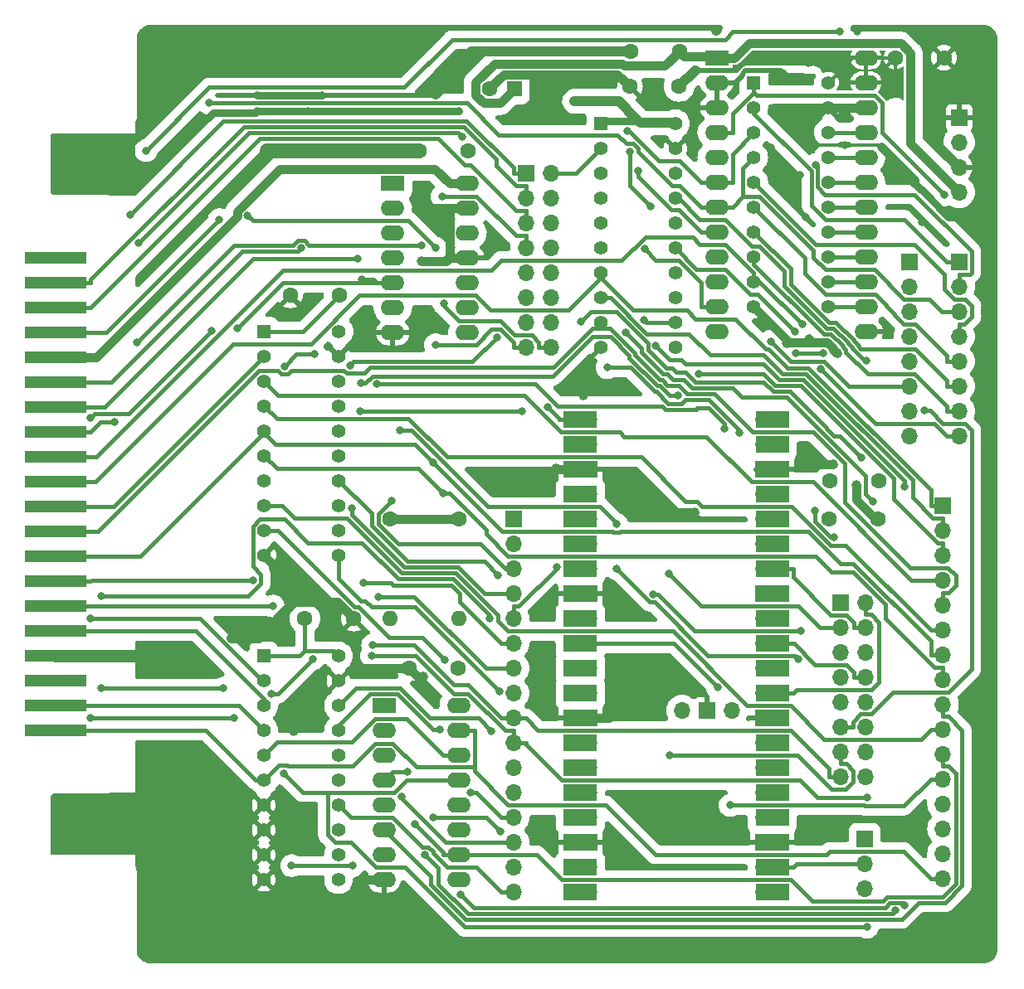
<source format=gbr>
%TF.GenerationSoftware,KiCad,Pcbnew,7.0.11-7.0.11~ubuntu22.04.1*%
%TF.CreationDate,2024-04-01T06:10:19-07:00*%
%TF.ProjectId,copico,636f7069-636f-42e6-9b69-6361645f7063,0.1.24*%
%TF.SameCoordinates,Original*%
%TF.FileFunction,Copper,L1,Top*%
%TF.FilePolarity,Positive*%
%FSLAX46Y46*%
G04 Gerber Fmt 4.6, Leading zero omitted, Abs format (unit mm)*
G04 Created by KiCad (PCBNEW 7.0.11-7.0.11~ubuntu22.04.1) date 2024-04-01 06:10:19*
%MOMM*%
%LPD*%
G01*
G04 APERTURE LIST*
%ADD10C,0.150000*%
%TA.AperFunction,NonConductor*%
%ADD11C,0.150000*%
%TD*%
%TA.AperFunction,ConnectorPad*%
%ADD12R,6.350000X1.270000*%
%TD*%
%TA.AperFunction,ComponentPad*%
%ADD13R,1.600000X1.600000*%
%TD*%
%TA.AperFunction,ComponentPad*%
%ADD14C,1.600000*%
%TD*%
%TA.AperFunction,ComponentPad*%
%ADD15R,1.700000X1.700000*%
%TD*%
%TA.AperFunction,ComponentPad*%
%ADD16O,1.700000X1.700000*%
%TD*%
%TA.AperFunction,ComponentPad*%
%ADD17O,1.600000X1.600000*%
%TD*%
%TA.AperFunction,ComponentPad*%
%ADD18R,1.400000X1.400000*%
%TD*%
%TA.AperFunction,ComponentPad*%
%ADD19C,1.400000*%
%TD*%
%TA.AperFunction,ComponentPad*%
%ADD20R,2.400000X1.600000*%
%TD*%
%TA.AperFunction,ComponentPad*%
%ADD21O,2.400000X1.600000*%
%TD*%
%TA.AperFunction,SMDPad,CuDef*%
%ADD22R,3.500000X1.700000*%
%TD*%
%TA.AperFunction,ViaPad*%
%ADD23C,1.000000*%
%TD*%
%TA.AperFunction,ViaPad*%
%ADD24C,0.800000*%
%TD*%
%TA.AperFunction,Conductor*%
%ADD25C,0.500000*%
%TD*%
%TA.AperFunction,Conductor*%
%ADD26C,0.900000*%
%TD*%
%TA.AperFunction,Conductor*%
%ADD27C,1.270000*%
%TD*%
%TA.AperFunction,Conductor*%
%ADD28C,1.000000*%
%TD*%
%TA.AperFunction,Conductor*%
%ADD29C,0.350000*%
%TD*%
%TA.AperFunction,Conductor*%
%ADD30C,0.750000*%
%TD*%
%TA.AperFunction,Conductor*%
%ADD31C,1.500000*%
%TD*%
%TA.AperFunction,Conductor*%
%ADD32C,0.400000*%
%TD*%
G04 APERTURE END LIST*
D10*
D11*
X168196190Y-151076819D02*
X168196190Y-150076819D01*
X168196190Y-150076819D02*
X168577142Y-150076819D01*
X168577142Y-150076819D02*
X168672380Y-150124438D01*
X168672380Y-150124438D02*
X168719999Y-150172057D01*
X168719999Y-150172057D02*
X168767618Y-150267295D01*
X168767618Y-150267295D02*
X168767618Y-150410152D01*
X168767618Y-150410152D02*
X168719999Y-150505390D01*
X168719999Y-150505390D02*
X168672380Y-150553009D01*
X168672380Y-150553009D02*
X168577142Y-150600628D01*
X168577142Y-150600628D02*
X168196190Y-150600628D01*
X169767618Y-150981580D02*
X169719999Y-151029200D01*
X169719999Y-151029200D02*
X169577142Y-151076819D01*
X169577142Y-151076819D02*
X169481904Y-151076819D01*
X169481904Y-151076819D02*
X169339047Y-151029200D01*
X169339047Y-151029200D02*
X169243809Y-150933961D01*
X169243809Y-150933961D02*
X169196190Y-150838723D01*
X169196190Y-150838723D02*
X169148571Y-150648247D01*
X169148571Y-150648247D02*
X169148571Y-150505390D01*
X169148571Y-150505390D02*
X169196190Y-150314914D01*
X169196190Y-150314914D02*
X169243809Y-150219676D01*
X169243809Y-150219676D02*
X169339047Y-150124438D01*
X169339047Y-150124438D02*
X169481904Y-150076819D01*
X169481904Y-150076819D02*
X169577142Y-150076819D01*
X169577142Y-150076819D02*
X169719999Y-150124438D01*
X169719999Y-150124438D02*
X169767618Y-150172057D01*
X170529523Y-150553009D02*
X170672380Y-150600628D01*
X170672380Y-150600628D02*
X170719999Y-150648247D01*
X170719999Y-150648247D02*
X170767618Y-150743485D01*
X170767618Y-150743485D02*
X170767618Y-150886342D01*
X170767618Y-150886342D02*
X170719999Y-150981580D01*
X170719999Y-150981580D02*
X170672380Y-151029200D01*
X170672380Y-151029200D02*
X170577142Y-151076819D01*
X170577142Y-151076819D02*
X170196190Y-151076819D01*
X170196190Y-151076819D02*
X170196190Y-150076819D01*
X170196190Y-150076819D02*
X170529523Y-150076819D01*
X170529523Y-150076819D02*
X170624761Y-150124438D01*
X170624761Y-150124438D02*
X170672380Y-150172057D01*
X170672380Y-150172057D02*
X170719999Y-150267295D01*
X170719999Y-150267295D02*
X170719999Y-150362533D01*
X170719999Y-150362533D02*
X170672380Y-150457771D01*
X170672380Y-150457771D02*
X170624761Y-150505390D01*
X170624761Y-150505390D02*
X170529523Y-150553009D01*
X170529523Y-150553009D02*
X170196190Y-150553009D01*
X172529523Y-151076819D02*
X172196190Y-150600628D01*
X171958095Y-151076819D02*
X171958095Y-150076819D01*
X171958095Y-150076819D02*
X172339047Y-150076819D01*
X172339047Y-150076819D02*
X172434285Y-150124438D01*
X172434285Y-150124438D02*
X172481904Y-150172057D01*
X172481904Y-150172057D02*
X172529523Y-150267295D01*
X172529523Y-150267295D02*
X172529523Y-150410152D01*
X172529523Y-150410152D02*
X172481904Y-150505390D01*
X172481904Y-150505390D02*
X172434285Y-150553009D01*
X172434285Y-150553009D02*
X172339047Y-150600628D01*
X172339047Y-150600628D02*
X171958095Y-150600628D01*
X173339047Y-151029200D02*
X173243809Y-151076819D01*
X173243809Y-151076819D02*
X173053333Y-151076819D01*
X173053333Y-151076819D02*
X172958095Y-151029200D01*
X172958095Y-151029200D02*
X172910476Y-150933961D01*
X172910476Y-150933961D02*
X172910476Y-150553009D01*
X172910476Y-150553009D02*
X172958095Y-150457771D01*
X172958095Y-150457771D02*
X173053333Y-150410152D01*
X173053333Y-150410152D02*
X173243809Y-150410152D01*
X173243809Y-150410152D02*
X173339047Y-150457771D01*
X173339047Y-150457771D02*
X173386666Y-150553009D01*
X173386666Y-150553009D02*
X173386666Y-150648247D01*
X173386666Y-150648247D02*
X172910476Y-150743485D01*
X173720000Y-150410152D02*
X173958095Y-151076819D01*
X173958095Y-151076819D02*
X174196190Y-150410152D01*
X175529524Y-150076819D02*
X175624762Y-150076819D01*
X175624762Y-150076819D02*
X175720000Y-150124438D01*
X175720000Y-150124438D02*
X175767619Y-150172057D01*
X175767619Y-150172057D02*
X175815238Y-150267295D01*
X175815238Y-150267295D02*
X175862857Y-150457771D01*
X175862857Y-150457771D02*
X175862857Y-150695866D01*
X175862857Y-150695866D02*
X175815238Y-150886342D01*
X175815238Y-150886342D02*
X175767619Y-150981580D01*
X175767619Y-150981580D02*
X175720000Y-151029200D01*
X175720000Y-151029200D02*
X175624762Y-151076819D01*
X175624762Y-151076819D02*
X175529524Y-151076819D01*
X175529524Y-151076819D02*
X175434286Y-151029200D01*
X175434286Y-151029200D02*
X175386667Y-150981580D01*
X175386667Y-150981580D02*
X175339048Y-150886342D01*
X175339048Y-150886342D02*
X175291429Y-150695866D01*
X175291429Y-150695866D02*
X175291429Y-150457771D01*
X175291429Y-150457771D02*
X175339048Y-150267295D01*
X175339048Y-150267295D02*
X175386667Y-150172057D01*
X175386667Y-150172057D02*
X175434286Y-150124438D01*
X175434286Y-150124438D02*
X175529524Y-150076819D01*
X176291429Y-150981580D02*
X176339048Y-151029200D01*
X176339048Y-151029200D02*
X176291429Y-151076819D01*
X176291429Y-151076819D02*
X176243810Y-151029200D01*
X176243810Y-151029200D02*
X176291429Y-150981580D01*
X176291429Y-150981580D02*
X176291429Y-151076819D01*
X177291428Y-151076819D02*
X176720000Y-151076819D01*
X177005714Y-151076819D02*
X177005714Y-150076819D01*
X177005714Y-150076819D02*
X176910476Y-150219676D01*
X176910476Y-150219676D02*
X176815238Y-150314914D01*
X176815238Y-150314914D02*
X176720000Y-150362533D01*
D12*
%TO.P,P1,1,-12V/NC*%
%TO.N,unconnected-(P1--12V{slash}NC-Pad1)*%
X95250000Y-80010000D03*
%TO.P,P1,3,~{HALT}*%
%TO.N,Net-(JP1B-A)*%
X95250000Y-82550000D03*
%TO.P,P1,5,~{RESET}*%
%TO.N,Net-(JP1C-A)*%
X95250000Y-85090000D03*
%TO.P,P1,7,Q*%
%TO.N,Net-(JP1H-A)*%
X95250000Y-87630000D03*
%TO.P,P1,9,+5V*%
%TO.N,+5V*%
X95250000Y-90170000D03*
%TO.P,P1,11,D1*%
%TO.N,/D1*%
X95250000Y-92710000D03*
%TO.P,P1,13,D3*%
%TO.N,/D3*%
X95250000Y-95250000D03*
%TO.P,P1,15,D5*%
%TO.N,/D5*%
X95250000Y-97790000D03*
%TO.P,P1,17,D7*%
%TO.N,/D7*%
X95250000Y-100330000D03*
%TO.P,P1,19,A0*%
%TO.N,/A0*%
X95250000Y-102870000D03*
%TO.P,P1,21,A2*%
%TO.N,/A2*%
X95250000Y-105410000D03*
%TO.P,P1,23,A4*%
%TO.N,/A4*%
X95250000Y-107950000D03*
%TO.P,P1,25,A6*%
%TO.N,/A6*%
X95250000Y-110490000D03*
%TO.P,P1,27,A8*%
%TO.N,/A8*%
X95250000Y-113030000D03*
%TO.P,P1,29,A10*%
%TO.N,/A10*%
X95250000Y-115570000D03*
%TO.P,P1,31,A12*%
%TO.N,/A12*%
X95250000Y-118110000D03*
%TO.P,P1,33,GND*%
%TO.N,GND*%
X95250000Y-120650000D03*
%TO.P,P1,35,SND*%
%TO.N,unconnected-(P1-SND-Pad35)*%
X95250000Y-123190000D03*
%TO.P,P1,37,A13*%
%TO.N,/A13*%
X95250000Y-125730000D03*
%TO.P,P1,39,A15*%
%TO.N,/A15*%
X95250000Y-128270000D03*
%TD*%
D13*
%TO.P,C40,1*%
%TO.N,+5V*%
X142073000Y-62738000D03*
D14*
%TO.P,C40,2*%
%TO.N,GND*%
X139573000Y-62738000D03*
%TD*%
D15*
%TO.P,P3,1,Pin_1*%
%TO.N,/GD0*%
X182372000Y-80391000D03*
D16*
%TO.P,P3,2,Pin_2*%
%TO.N,/GD1*%
X182372000Y-82931000D03*
%TO.P,P3,3,Pin_3*%
%TO.N,/GD2*%
X182372000Y-85471000D03*
%TO.P,P3,4,Pin_4*%
%TO.N,/GD3*%
X182372000Y-88011000D03*
%TO.P,P3,5,Pin_5*%
%TO.N,/GD4*%
X182372000Y-90551000D03*
%TO.P,P3,6,Pin_6*%
%TO.N,/GD5*%
X182372000Y-93091000D03*
%TO.P,P3,7,Pin_7*%
%TO.N,/GD6*%
X182372000Y-95631000D03*
%TO.P,P3,8,Pin_8*%
%TO.N,/GD7*%
X182372000Y-98171000D03*
%TD*%
D14*
%TO.P,C8,1*%
%TO.N,+3V3*%
X120690000Y-116840000D03*
%TO.P,C8,2*%
%TO.N,GND*%
X125690000Y-116840000D03*
%TD*%
%TO.P,C31,1*%
%TO.N,+3V3*%
X174244000Y-102743000D03*
%TO.P,C31,2*%
%TO.N,GND*%
X179244000Y-102743000D03*
%TD*%
D15*
%TO.P,JP1,1,A*%
%TO.N,Net-(JP1A-A)*%
X143256000Y-71374000D03*
D16*
%TO.P,JP1,2,B*%
%TO.N,/E*%
X145796000Y-71374000D03*
%TO.P,JP1,3,A*%
%TO.N,Net-(JP1B-A)*%
X143256000Y-73914000D03*
%TO.P,JP1,4,B*%
%TO.N,/~{HALT}*%
X145796000Y-73914000D03*
%TO.P,JP1,5,A*%
%TO.N,Net-(JP1C-A)*%
X143256000Y-76454000D03*
%TO.P,JP1,6,B*%
%TO.N,/~{RESET}*%
X145796000Y-76454000D03*
%TO.P,JP1,7,A*%
%TO.N,Net-(JP1D-A)*%
X143256000Y-78994000D03*
%TO.P,JP1,8,B*%
%TO.N,/R{slash}~{W}*%
X145796000Y-78994000D03*
%TO.P,JP1,9,A*%
%TO.N,Net-(JP1E-A)*%
X143256000Y-81534000D03*
%TO.P,JP1,10,B*%
%TO.N,/~{CTS}*%
X145796000Y-81534000D03*
%TO.P,JP1,11,A*%
%TO.N,Net-(JP1F-A)*%
X143256000Y-84074000D03*
%TO.P,JP1,12,B*%
%TO.N,/~{SLENB}*%
X145796000Y-84074000D03*
%TO.P,JP1,13,A*%
%TO.N,Net-(JP1G-A)*%
X143256000Y-86614000D03*
%TO.P,JP1,14,B*%
%TO.N,/~{NETIO_SEL}*%
X145796000Y-86614000D03*
%TO.P,JP1,15,A*%
%TO.N,Net-(JP1H-A)*%
X143256000Y-89154000D03*
%TO.P,JP1,16,B*%
%TO.N,Net-(JP1H-B)*%
X145796000Y-89154000D03*
%TD*%
D14*
%TO.P,C32,1*%
%TO.N,+3V3*%
X174204000Y-106680000D03*
%TO.P,C32,2*%
%TO.N,GND*%
X179204000Y-106680000D03*
%TD*%
D15*
%TO.P,P5,1,Pin_1*%
%TO.N,/GA0*%
X141986000Y-106680000D03*
D16*
%TO.P,P5,2,Pin_2*%
%TO.N,/GA1*%
X141986000Y-109220000D03*
%TO.P,P5,3,Pin_3*%
%TO.N,/GA2*%
X141986000Y-111760000D03*
%TO.P,P5,4,Pin_4*%
%TO.N,/GA3*%
X141986000Y-114300000D03*
%TO.P,P5,5,Pin_5*%
%TO.N,/GA4*%
X141986000Y-116840000D03*
%TO.P,P5,6,Pin_6*%
%TO.N,/GA5*%
X141986000Y-119380000D03*
%TO.P,P5,7,Pin_7*%
%TO.N,/GA6*%
X141986000Y-121920000D03*
%TO.P,P5,8,Pin_8*%
%TO.N,/GA7*%
X141986000Y-124460000D03*
%TO.P,P5,9,Pin_9*%
%TO.N,/GA8*%
X141986000Y-127000000D03*
%TO.P,P5,10,Pin_10*%
%TO.N,/GA9*%
X141986000Y-129540000D03*
%TO.P,P5,11,Pin_11*%
%TO.N,/GA10*%
X141986000Y-132080000D03*
%TO.P,P5,12,Pin_12*%
%TO.N,/GA11*%
X141986000Y-134620000D03*
%TO.P,P5,13,Pin_13*%
%TO.N,/GA12*%
X141986000Y-137160000D03*
%TO.P,P5,14,Pin_14*%
%TO.N,/GA13*%
X141986000Y-139700000D03*
%TO.P,P5,15,Pin_15*%
%TO.N,/GA14*%
X141986000Y-142240000D03*
%TO.P,P5,16,Pin_16*%
%TO.N,/GA15*%
X141986000Y-144780000D03*
%TD*%
D14*
%TO.P,C2,1*%
%TO.N,+5V*%
X137302000Y-69048000D03*
%TO.P,C2,2*%
%TO.N,GND*%
X132302000Y-69048000D03*
%TD*%
%TO.P,C5,1*%
%TO.N,+3V3*%
X124206000Y-83820000D03*
%TO.P,C5,2*%
%TO.N,GND*%
X119206000Y-83820000D03*
%TD*%
%TO.P,R1,1*%
%TO.N,+5V*%
X129413000Y-106680000D03*
D17*
%TO.P,R1,2*%
%TO.N,/~{A2}*%
X129413000Y-116840000D03*
%TD*%
D18*
%TO.P,U6,1,DIR*%
%TO.N,/~{DRIVE_DATA_BUS}*%
X166497000Y-62103000D03*
D19*
%TO.P,U6,2,A1*%
%TO.N,/D0*%
X166497000Y-64643000D03*
%TO.P,U6,3,A2*%
%TO.N,/D1*%
X166497000Y-67183000D03*
%TO.P,U6,4,A3*%
%TO.N,/D2*%
X166497000Y-69723000D03*
%TO.P,U6,5,A4*%
%TO.N,/D3*%
X166497000Y-72263000D03*
%TO.P,U6,6,A5*%
%TO.N,/D4*%
X166497000Y-74803000D03*
%TO.P,U6,7,A6*%
%TO.N,/D5*%
X166497000Y-77343000D03*
%TO.P,U6,8,A7*%
%TO.N,/D6*%
X166497000Y-79883000D03*
%TO.P,U6,9,A8*%
%TO.N,/D7*%
X166497000Y-82423000D03*
%TO.P,U6,10,GND*%
%TO.N,GND*%
X166497000Y-84963000D03*
%TO.P,U6,11,B8*%
%TO.N,/GD7*%
X174117000Y-84963000D03*
%TO.P,U6,12,B7*%
%TO.N,/GD6*%
X174117000Y-82423000D03*
%TO.P,U6,13,B6*%
%TO.N,/GD5*%
X174117000Y-79883000D03*
%TO.P,U6,14,B5*%
%TO.N,/GD4*%
X174117000Y-77343000D03*
%TO.P,U6,15,B4*%
%TO.N,/GD3*%
X174117000Y-74803000D03*
%TO.P,U6,16,B3*%
%TO.N,/GD2*%
X174117000Y-72263000D03*
%TO.P,U6,17,B2*%
%TO.N,/GD1*%
X174117000Y-69723000D03*
%TO.P,U6,18,B1*%
%TO.N,/GD0*%
X174117000Y-67183000D03*
%TO.P,U6,19,~{OE}*%
%TO.N,GND*%
X174117000Y-64643000D03*
%TO.P,U6,20,VCC*%
%TO.N,+3V3*%
X174117000Y-62103000D03*
%TD*%
D18*
%TO.P,U8,1,DIR*%
%TO.N,+3V3*%
X116499000Y-120650000D03*
D19*
%TO.P,U8,2,A1*%
%TO.N,/A11*%
X116499000Y-123190000D03*
%TO.P,U8,3,A2*%
%TO.N,/A12*%
X116499000Y-125730000D03*
%TO.P,U8,4,A3*%
%TO.N,/A13*%
X116499000Y-128270000D03*
%TO.P,U8,5,A4*%
%TO.N,/A14*%
X116499000Y-130810000D03*
%TO.P,U8,6,A5*%
%TO.N,/A15*%
X116499000Y-133350000D03*
%TO.P,U8,7,A6*%
%TO.N,GND*%
X116499000Y-135890000D03*
%TO.P,U8,8,A7*%
X116499000Y-138430000D03*
%TO.P,U8,9,A8*%
X116499000Y-140970000D03*
%TO.P,U8,10,GND*%
X116499000Y-143510000D03*
%TO.P,U8,11,B8*%
%TO.N,unconnected-(U8-B8-Pad11)*%
X124119000Y-143510000D03*
%TO.P,U8,12,B7*%
%TO.N,unconnected-(U8-B7-Pad12)*%
X124119000Y-140970000D03*
%TO.P,U8,13,B6*%
%TO.N,unconnected-(U8-B6-Pad13)*%
X124119000Y-138430000D03*
%TO.P,U8,14,B5*%
%TO.N,/GA15*%
X124119000Y-135890000D03*
%TO.P,U8,15,B4*%
%TO.N,/GA14*%
X124119000Y-133350000D03*
%TO.P,U8,16,B3*%
%TO.N,/GA13*%
X124119000Y-130810000D03*
%TO.P,U8,17,B2*%
%TO.N,/GA12*%
X124119000Y-128270000D03*
%TO.P,U8,18,B1*%
%TO.N,/GA11*%
X124119000Y-125730000D03*
%TO.P,U8,19,~{OE}*%
%TO.N,GND*%
X124119000Y-123190000D03*
%TO.P,U8,20,VCC*%
%TO.N,+3V3*%
X124119000Y-120650000D03*
%TD*%
D14*
%TO.P,C73,1*%
%TO.N,+3V3*%
X180908000Y-59563000D03*
%TO.P,C73,2*%
%TO.N,GND*%
X185908000Y-59563000D03*
%TD*%
D15*
%TO.P,JP3,1,A*%
%TO.N,/GE*%
X175387000Y-115189000D03*
D16*
%TO.P,JP3,2,B*%
%TO.N,Net-(JP3A-B)*%
X177927000Y-115189000D03*
%TO.P,JP3,3,A*%
%TO.N,/G~{SLENB}*%
X175387000Y-117729000D03*
%TO.P,JP3,4,B*%
%TO.N,Net-(JP3B-B)*%
X177927000Y-117729000D03*
%TO.P,JP3,5,A*%
%TO.N,/G~{HALT}*%
X175387000Y-120269000D03*
%TO.P,JP3,6,B*%
%TO.N,Net-(JP3C-B)*%
X177927000Y-120269000D03*
%TO.P,JP3,7,A*%
%TO.N,/~{DRIVE_DATA_BUS}*%
X175387000Y-122809000D03*
%TO.P,JP3,8,B*%
%TO.N,Net-(JP3D-B)*%
X177927000Y-122809000D03*
%TO.P,JP3,9,A*%
%TO.N,/G~{NETIO_SEL}*%
X175387000Y-125349000D03*
%TO.P,JP3,10,B*%
%TO.N,Net-(JP3E-B)*%
X177927000Y-125349000D03*
%TO.P,JP3,11,A*%
%TO.N,/G~{RESET}*%
X175387000Y-127889000D03*
%TO.P,JP3,12,B*%
%TO.N,Net-(JP3F-B)*%
X177927000Y-127889000D03*
%TO.P,JP3,13,A*%
%TO.N,/GR{slash}~{W}*%
X175387000Y-130429000D03*
%TO.P,JP3,14,B*%
%TO.N,Net-(JP3G-B)*%
X177927000Y-130429000D03*
%TO.P,JP3,15,A*%
%TO.N,/GA8*%
X175387000Y-132969000D03*
%TO.P,JP3,16,B*%
%TO.N,Net-(JP3H-B)*%
X177927000Y-132969000D03*
%TD*%
D20*
%TO.P,U1,1*%
%TO.N,/~{A2}*%
X128778000Y-125730000D03*
D21*
%TO.P,U1,2*%
%TO.N,/A3*%
X128778000Y-128270000D03*
%TO.P,U1,3*%
%TO.N,/A5*%
X128778000Y-130810000D03*
%TO.P,U1,4*%
%TO.N,/A6*%
X128778000Y-133350000D03*
%TO.P,U1,5*%
%TO.N,/~{A7}*%
X128778000Y-135890000D03*
%TO.P,U1,6*%
%TO.N,/A8*%
X128778000Y-138430000D03*
%TO.P,U1,7*%
%TO.N,/A9*%
X128778000Y-140970000D03*
%TO.P,U1,8,GND*%
%TO.N,GND*%
X128778000Y-143510000D03*
%TO.P,U1,9*%
%TO.N,Net-(JP1G-A)*%
X136398000Y-143510000D03*
%TO.P,U1,10*%
%TO.N,/A10*%
X136398000Y-140970000D03*
%TO.P,U1,11*%
%TO.N,/A11*%
X136398000Y-138430000D03*
%TO.P,U1,12*%
%TO.N,/A12*%
X136398000Y-135890000D03*
%TO.P,U1,13*%
%TO.N,/A13*%
X136398000Y-133350000D03*
%TO.P,U1,14*%
%TO.N,/A14*%
X136398000Y-130810000D03*
%TO.P,U1,15*%
%TO.N,/A15*%
X136398000Y-128270000D03*
%TO.P,U1,16,VCC*%
%TO.N,+5V*%
X136398000Y-125730000D03*
%TD*%
D18*
%TO.P,U4,1,DIR*%
%TO.N,+3V3*%
X150876000Y-66294000D03*
D19*
%TO.P,U4,2,A1*%
%TO.N,/E*%
X150876000Y-68834000D03*
%TO.P,U4,3,A2*%
%TO.N,/~{RESET}*%
X150876000Y-71374000D03*
%TO.P,U4,4,A3*%
%TO.N,/R{slash}~{W}*%
X150876000Y-73914000D03*
%TO.P,U4,5,A4*%
%TO.N,/~{CTS}*%
X150876000Y-76454000D03*
%TO.P,U4,6,A5*%
%TO.N,/~{NETIO_SEL}*%
X150876000Y-78994000D03*
%TO.P,U4,7,A6*%
%TO.N,/A0*%
X150876000Y-81534000D03*
%TO.P,U4,8,A7*%
%TO.N,/A1*%
X150876000Y-84074000D03*
%TO.P,U4,9,A8*%
%TO.N,/A4*%
X150876000Y-86614000D03*
%TO.P,U4,10,GND*%
%TO.N,GND*%
X150876000Y-89154000D03*
%TO.P,U4,11,B8*%
%TO.N,/GA4*%
X158496000Y-89154000D03*
%TO.P,U4,12,B7*%
%TO.N,/GA1*%
X158496000Y-86614000D03*
%TO.P,U4,13,B6*%
%TO.N,/GA0*%
X158496000Y-84074000D03*
%TO.P,U4,14,B5*%
%TO.N,/G~{NETIO_SEL}*%
X158496000Y-81534000D03*
%TO.P,U4,15,B4*%
%TO.N,/G~{CTS}*%
X158496000Y-78994000D03*
%TO.P,U4,16,B3*%
%TO.N,/GR{slash}~{W}*%
X158496000Y-76454000D03*
%TO.P,U4,17,B2*%
%TO.N,/G~{RESET}*%
X158496000Y-73914000D03*
%TO.P,U4,18,B1*%
%TO.N,/GE*%
X158496000Y-71374000D03*
%TO.P,U4,19,~{OE}*%
%TO.N,GND*%
X158496000Y-68834000D03*
%TO.P,U4,20,VCC*%
%TO.N,+3V3*%
X158496000Y-66294000D03*
%TD*%
D20*
%TO.P,U7,1,(5_V)_VCCA*%
%TO.N,+5V*%
X162707000Y-59558000D03*
D21*
%TO.P,U7,2,DIR*%
%TO.N,/~{DRIVE_DATA_BUS}*%
X162707000Y-67178000D03*
%TO.P,U7,3,A1*%
%TO.N,/D0*%
X162707000Y-69718000D03*
%TO.P,U7,4,A2*%
%TO.N,/D1*%
X162707000Y-72258000D03*
%TO.P,U7,5,A3*%
%TO.N,/D2*%
X162707000Y-74798000D03*
%TO.P,U7,6,A4*%
%TO.N,/D3*%
X162707000Y-77338000D03*
%TO.P,U7,7,A5*%
%TO.N,/D4*%
X162707000Y-79878000D03*
%TO.P,U7,8,A6*%
%TO.N,/D5*%
X162707000Y-82418000D03*
%TO.P,U7,9,A7*%
%TO.N,/D6*%
X162707000Y-84958000D03*
%TO.P,U7,10,A8*%
%TO.N,/D7*%
X162707000Y-87498000D03*
%TO.P,U7,11,GND*%
%TO.N,GND*%
X162707000Y-62098000D03*
%TO.P,U7,12,GND*%
X177947000Y-87498000D03*
%TO.P,U7,13,GND*%
X177947000Y-64638000D03*
%TO.P,U7,14,B8*%
%TO.N,/GD7*%
X177947000Y-84958000D03*
%TO.P,U7,15,B7*%
%TO.N,/GD6*%
X177947000Y-82418000D03*
%TO.P,U7,16,B6*%
%TO.N,/GD5*%
X177947000Y-79878000D03*
%TO.P,U7,17,B5*%
%TO.N,/GD4*%
X177947000Y-77338000D03*
%TO.P,U7,18,B4*%
%TO.N,/GD3*%
X177947000Y-74798000D03*
%TO.P,U7,19,B3*%
%TO.N,/GD2*%
X177947000Y-72258000D03*
%TO.P,U7,20,B2*%
%TO.N,/GD1*%
X177947000Y-69718000D03*
%TO.P,U7,21,B1*%
%TO.N,/GD0*%
X177947000Y-67178000D03*
%TO.P,U7,22,~{OE}*%
%TO.N,GND*%
X162707000Y-64638000D03*
%TO.P,U7,23,VCCB_(3.3_V)*%
%TO.N,+3V3*%
X177947000Y-59558000D03*
%TO.P,U7,24,VCCB_(3.3_V)_2*%
X177947000Y-62098000D03*
%TD*%
D15*
%TO.P,P2,1,Pin_1*%
%TO.N,/D0*%
X187452000Y-80391000D03*
D16*
%TO.P,P2,2,Pin_2*%
%TO.N,/D1*%
X187452000Y-82931000D03*
%TO.P,P2,3,Pin_3*%
%TO.N,/D2*%
X187452000Y-85471000D03*
%TO.P,P2,4,Pin_4*%
%TO.N,/D3*%
X187452000Y-88011000D03*
%TO.P,P2,5,Pin_5*%
%TO.N,/D4*%
X187452000Y-90551000D03*
%TO.P,P2,6,Pin_6*%
%TO.N,/D5*%
X187452000Y-93091000D03*
%TO.P,P2,7,Pin_7*%
%TO.N,/D6*%
X187452000Y-95631000D03*
%TO.P,P2,8,Pin_8*%
%TO.N,/D7*%
X187452000Y-98171000D03*
%TD*%
D14*
%TO.P,C75,1*%
%TO.N,+5V*%
X158897000Y-58928000D03*
%TO.P,C75,2*%
%TO.N,GND*%
X153897000Y-58928000D03*
%TD*%
D18*
%TO.P,U5,1,DIR*%
%TO.N,+3V3*%
X116546000Y-87503000D03*
D19*
%TO.P,U5,2,A1*%
%TO.N,/A2*%
X116546000Y-90043000D03*
%TO.P,U5,3,A2*%
%TO.N,/A3*%
X116546000Y-92583000D03*
%TO.P,U5,4,A3*%
%TO.N,/A5*%
X116546000Y-95123000D03*
%TO.P,U5,5,A4*%
%TO.N,/A6*%
X116546000Y-97663000D03*
%TO.P,U5,6,A5*%
%TO.N,/A7*%
X116546000Y-100203000D03*
%TO.P,U5,7,A6*%
%TO.N,/A8*%
X116546000Y-102743000D03*
%TO.P,U5,8,A7*%
%TO.N,/A9*%
X116546000Y-105283000D03*
%TO.P,U5,9,A8*%
%TO.N,/A10*%
X116546000Y-107823000D03*
%TO.P,U5,10,GND*%
%TO.N,GND*%
X116546000Y-110363000D03*
%TO.P,U5,11,B8*%
%TO.N,/GA10*%
X124166000Y-110363000D03*
%TO.P,U5,12,B7*%
%TO.N,/GA9*%
X124166000Y-107823000D03*
%TO.P,U5,13,B6*%
%TO.N,/GA8*%
X124166000Y-105283000D03*
%TO.P,U5,14,B5*%
%TO.N,/GA7*%
X124166000Y-102743000D03*
%TO.P,U5,15,B4*%
%TO.N,/GA6*%
X124166000Y-100203000D03*
%TO.P,U5,16,B3*%
%TO.N,/GA5*%
X124166000Y-97663000D03*
%TO.P,U5,17,B2*%
%TO.N,/GA3*%
X124166000Y-95123000D03*
%TO.P,U5,18,B1*%
%TO.N,/GA2*%
X124166000Y-92583000D03*
%TO.P,U5,19,~{OE}*%
%TO.N,GND*%
X124166000Y-90043000D03*
%TO.P,U5,20,VCC*%
%TO.N,+3V3*%
X124166000Y-87503000D03*
%TD*%
D15*
%TO.P,JP2,1,A*%
%TO.N,/GA9*%
X177800000Y-139319000D03*
D16*
%TO.P,JP2,2,C*%
%TO.N,/GA9_OR_~{DRIVE_DATA_BUS}*%
X177800000Y-141859000D03*
%TO.P,JP2,3,B*%
%TO.N,/~{DRIVE_DATA_BUS}*%
X177800000Y-144399000D03*
%TD*%
D14*
%TO.P,C1,1*%
%TO.N,+5V*%
X136358000Y-121920000D03*
%TO.P,C1,2*%
%TO.N,GND*%
X131358000Y-121920000D03*
%TD*%
%TO.P,C4,1*%
%TO.N,+3V3*%
X158857000Y-62484000D03*
%TO.P,C4,2*%
%TO.N,GND*%
X153857000Y-62484000D03*
%TD*%
D15*
%TO.P,P10,1,Pin_1*%
%TO.N,GND*%
X187452000Y-65659000D03*
D16*
%TO.P,P10,2,Pin_2*%
%TO.N,+3V3*%
X187452000Y-68199000D03*
%TO.P,P10,3,Pin_3*%
%TO.N,GND*%
X187452000Y-70739000D03*
%TO.P,P10,4,Pin_4*%
%TO.N,+5V*%
X187452000Y-73279000D03*
%TD*%
D20*
%TO.P,U2,1*%
%TO.N,/G~{HALT}*%
X129667000Y-72390000D03*
D21*
%TO.P,U2,2*%
%TO.N,/~{HALT}*%
X129667000Y-74930000D03*
%TO.P,U2,3*%
%TO.N,/G~{SLENB}*%
X129667000Y-77470000D03*
%TO.P,U2,4*%
%TO.N,/~{SLENB}*%
X129667000Y-80010000D03*
%TO.P,U2,5*%
%TO.N,/A2*%
X129667000Y-82550000D03*
%TO.P,U2,6*%
%TO.N,/~{A2}*%
X129667000Y-85090000D03*
%TO.P,U2,7,GND*%
%TO.N,GND*%
X129667000Y-87630000D03*
%TO.P,U2,8*%
%TO.N,/~{A7}*%
X137287000Y-87630000D03*
%TO.P,U2,9*%
%TO.N,/A7*%
X137287000Y-85090000D03*
%TO.P,U2,10*%
%TO.N,unconnected-(U2-Pad10)*%
X137287000Y-82550000D03*
%TO.P,U2,11*%
%TO.N,GND*%
X137287000Y-80010000D03*
%TO.P,U2,12*%
%TO.N,unconnected-(U2-Pad12)*%
X137287000Y-77470000D03*
%TO.P,U2,13*%
%TO.N,GND*%
X137287000Y-74930000D03*
%TO.P,U2,14,VCC*%
%TO.N,+5V*%
X137287000Y-72390000D03*
%TD*%
D16*
%TO.P,U3,1,GPIO0*%
%TO.N,/GD0*%
X149693000Y-96520000D03*
D22*
X148793000Y-96520000D03*
D16*
%TO.P,U3,2,GPIO1*%
%TO.N,/GD1*%
X149693000Y-99060000D03*
D22*
X148793000Y-99060000D03*
D15*
%TO.P,U3,3,GND*%
%TO.N,GND*%
X149693000Y-101600000D03*
D22*
X148793000Y-101600000D03*
D16*
%TO.P,U3,4,GPIO2*%
%TO.N,/GD2*%
X149693000Y-104140000D03*
D22*
X148793000Y-104140000D03*
D16*
%TO.P,U3,5,GPIO3*%
%TO.N,/GD3*%
X149693000Y-106680000D03*
D22*
X148793000Y-106680000D03*
D16*
%TO.P,U3,6,GPIO4*%
%TO.N,/GD4*%
X149693000Y-109220000D03*
D22*
X148793000Y-109220000D03*
D16*
%TO.P,U3,7,GPIO5*%
%TO.N,/GD5*%
X149693000Y-111760000D03*
D22*
X148793000Y-111760000D03*
D15*
%TO.P,U3,8,GND*%
%TO.N,GND*%
X149693000Y-114300000D03*
D22*
X148793000Y-114300000D03*
D16*
%TO.P,U3,9,GPIO6*%
%TO.N,/GD6*%
X149693000Y-116840000D03*
D22*
X148793000Y-116840000D03*
D16*
%TO.P,U3,10,GPIO7*%
%TO.N,/GD7*%
X149693000Y-119380000D03*
D22*
X148793000Y-119380000D03*
D16*
%TO.P,U3,11,GPIO8*%
%TO.N,/GA0*%
X149693000Y-121920000D03*
D22*
X148793000Y-121920000D03*
D16*
%TO.P,U3,12,GPIO9*%
%TO.N,/GA1*%
X149693000Y-124460000D03*
D22*
X148793000Y-124460000D03*
D15*
%TO.P,U3,13,GND*%
%TO.N,GND*%
X149693000Y-127000000D03*
D22*
X148793000Y-127000000D03*
D16*
%TO.P,U3,14,GPIO10*%
%TO.N,/GA2*%
X149693000Y-129540000D03*
D22*
X148793000Y-129540000D03*
D16*
%TO.P,U3,15,GPIO11*%
%TO.N,/GA3*%
X149693000Y-132080000D03*
D22*
X148793000Y-132080000D03*
D16*
%TO.P,U3,16,GPIO12*%
%TO.N,/GA4*%
X149693000Y-134620000D03*
D22*
X148793000Y-134620000D03*
D16*
%TO.P,U3,17,GPIO13*%
%TO.N,/GA5*%
X149693000Y-137160000D03*
D22*
X148793000Y-137160000D03*
D15*
%TO.P,U3,18,GND*%
%TO.N,GND*%
X149693000Y-139700000D03*
D22*
X148793000Y-139700000D03*
D16*
%TO.P,U3,19,GPIO14*%
%TO.N,/GA6*%
X149693000Y-142240000D03*
D22*
X148793000Y-142240000D03*
D16*
%TO.P,U3,20,GPIO15*%
%TO.N,/GA7*%
X149693000Y-144780000D03*
D22*
X148793000Y-144780000D03*
D16*
%TO.P,U3,21,GPIO16*%
%TO.N,Net-(JP3H-B)*%
X167473000Y-144780000D03*
D22*
X168373000Y-144780000D03*
D16*
%TO.P,U3,22,GPIO17*%
%TO.N,/GA9_OR_~{DRIVE_DATA_BUS}*%
X167473000Y-142240000D03*
D22*
X168373000Y-142240000D03*
D15*
%TO.P,U3,23,GND*%
%TO.N,GND*%
X167473000Y-139700000D03*
D22*
X168373000Y-139700000D03*
D16*
%TO.P,U3,24,GPIO18*%
%TO.N,Net-(JP3G-B)*%
X167473000Y-137160000D03*
D22*
X168373000Y-137160000D03*
D16*
%TO.P,U3,25,GPIO19*%
%TO.N,Net-(JP3F-B)*%
X167473000Y-134620000D03*
D22*
X168373000Y-134620000D03*
D16*
%TO.P,U3,26,GPIO20*%
%TO.N,Net-(JP3E-B)*%
X167473000Y-132080000D03*
D22*
X168373000Y-132080000D03*
D16*
%TO.P,U3,27,GPIO21*%
%TO.N,/G~{CTS}*%
X167473000Y-129540000D03*
D22*
X168373000Y-129540000D03*
D15*
%TO.P,U3,28,GND*%
%TO.N,GND*%
X167473000Y-127000000D03*
D22*
X168373000Y-127000000D03*
D16*
%TO.P,U3,29,GPIO22*%
%TO.N,Net-(JP3A-B)*%
X167473000Y-124460000D03*
D22*
X168373000Y-124460000D03*
D16*
%TO.P,U3,30,RUN*%
%TO.N,unconnected-(U3-RUN-Pad30)*%
X167473000Y-121920000D03*
D22*
X168373000Y-121920000D03*
D16*
%TO.P,U3,31,GPIO26_ADC0*%
%TO.N,Net-(JP3D-B)*%
X167473000Y-119380000D03*
D22*
X168373000Y-119380000D03*
D16*
%TO.P,U3,32,GPIO27_ADC1*%
%TO.N,Net-(JP3C-B)*%
X167473000Y-116840000D03*
D22*
X168373000Y-116840000D03*
D15*
%TO.P,U3,33,AGND*%
%TO.N,unconnected-(U3-AGND-Pad33)*%
X167473000Y-114300000D03*
D22*
X168373000Y-114300000D03*
D16*
%TO.P,U3,34,GPIO28_ADC2*%
%TO.N,Net-(JP3B-B)*%
X167473000Y-111760000D03*
D22*
X168373000Y-111760000D03*
D16*
%TO.P,U3,35,ADC_VREF*%
%TO.N,unconnected-(U3-ADC_VREF-Pad35)*%
X167473000Y-109220000D03*
D22*
X168373000Y-109220000D03*
D16*
%TO.P,U3,36,3V3*%
%TO.N,+3V3*%
X167473000Y-106680000D03*
D22*
X168373000Y-106680000D03*
D16*
%TO.P,U3,37,3V3_EN*%
%TO.N,unconnected-(U3-3V3_EN-Pad37)*%
X167473000Y-104140000D03*
D22*
X168373000Y-104140000D03*
D15*
%TO.P,U3,38,GND*%
%TO.N,GND*%
X167473000Y-101600000D03*
D22*
X168373000Y-101600000D03*
D16*
%TO.P,U3,39,VSYS*%
%TO.N,unconnected-(U3-VSYS-Pad39)*%
X167473000Y-99060000D03*
D22*
X168373000Y-99060000D03*
D16*
%TO.P,U3,40,VBUS*%
%TO.N,unconnected-(U3-VBUS-Pad40)*%
X167473000Y-96520000D03*
D22*
X168373000Y-96520000D03*
D16*
%TO.P,U3,41,SWCLK*%
%TO.N,unconnected-(U3-SWCLK-Pad41)*%
X159167100Y-126250000D03*
D15*
%TO.P,U3,42,GND*%
%TO.N,GND*%
X161707100Y-126250000D03*
D16*
%TO.P,U3,43,SWDIO*%
%TO.N,unconnected-(U3-SWDIO-Pad43)*%
X164247100Y-126250000D03*
%TD*%
D15*
%TO.P,P4,1,Pin_1*%
%TO.N,/A0*%
X185801000Y-105283000D03*
D16*
%TO.P,P4,2,Pin_2*%
%TO.N,/A1*%
X185801000Y-107823000D03*
%TO.P,P4,3,Pin_3*%
%TO.N,/A2*%
X185801000Y-110363000D03*
%TO.P,P4,4,Pin_4*%
%TO.N,/A3*%
X185801000Y-112903000D03*
%TO.P,P4,5,Pin_5*%
%TO.N,/A4*%
X185801000Y-115443000D03*
%TO.P,P4,6,Pin_6*%
%TO.N,/A5*%
X185801000Y-117983000D03*
%TO.P,P4,7,Pin_7*%
%TO.N,/A6*%
X185801000Y-120523000D03*
%TO.P,P4,8,Pin_8*%
%TO.N,/A7*%
X185801000Y-123063000D03*
%TO.P,P4,9,Pin_9*%
%TO.N,/A8*%
X185801000Y-125603000D03*
%TO.P,P4,10,Pin_10*%
%TO.N,/A9*%
X185801000Y-128143000D03*
%TO.P,P4,11,Pin_11*%
%TO.N,/A10*%
X185801000Y-130683000D03*
%TO.P,P4,12,Pin_12*%
%TO.N,/A11*%
X185801000Y-133223000D03*
%TO.P,P4,13,Pin_13*%
%TO.N,/A12*%
X185801000Y-135763000D03*
%TO.P,P4,14,Pin_14*%
%TO.N,/A13*%
X185801000Y-138303000D03*
%TO.P,P4,15,Pin_15*%
%TO.N,/A14*%
X185801000Y-140843000D03*
%TO.P,P4,16,Pin_16*%
%TO.N,/A15*%
X185801000Y-143383000D03*
%TD*%
D14*
%TO.P,R2,1*%
%TO.N,+5V*%
X136398000Y-106680000D03*
D17*
%TO.P,R2,2*%
%TO.N,/~{A7}*%
X136398000Y-116840000D03*
%TD*%
D23*
%TO.N,GND*%
X160489800Y-105952300D03*
D24*
X102870000Y-67945000D03*
D23*
X132600900Y-87630000D03*
X149080300Y-94056000D03*
D24*
X171196000Y-71501000D03*
X157353000Y-120904000D03*
X169037000Y-64643000D03*
X109601000Y-66040000D03*
D23*
X109855000Y-130302000D03*
X174551000Y-101063000D03*
D24*
X187579000Y-75819000D03*
D23*
X113239600Y-118831800D03*
X151772700Y-127000000D03*
D24*
X122428000Y-63373000D03*
D23*
X109347000Y-120650000D03*
D24*
X162687000Y-56769000D03*
X107442000Y-78359000D03*
X190500000Y-103225600D03*
D23*
X102870000Y-140335000D03*
D24*
X136398000Y-65024000D03*
X116840000Y-69088000D03*
X190398400Y-131165600D03*
D23*
X132302000Y-74930000D03*
D24*
X156845000Y-134747000D03*
D23*
X184658000Y-67945000D03*
D24*
X115951000Y-57404000D03*
D23*
X146282100Y-101491000D03*
D24*
X171831000Y-75819000D03*
X183642000Y-76327000D03*
X169418000Y-61087000D03*
X190373000Y-81280000D03*
X175768000Y-68453000D03*
D23*
X119562900Y-128314500D03*
X169880100Y-88690400D03*
D24*
X112522000Y-73406000D03*
D23*
X132600900Y-80299400D03*
D24*
X182753000Y-150114000D03*
D23*
X132727100Y-122719400D03*
D24*
X158877000Y-150114000D03*
X115824000Y-63373000D03*
X125984000Y-57404000D03*
D23*
X102870000Y-135255000D03*
X174998500Y-89763800D03*
D24*
X168275000Y-68707000D03*
D23*
X102108000Y-120650000D03*
D24*
X121031000Y-65024000D03*
X177038000Y-56896000D03*
X183642000Y-73025000D03*
D23*
X176985800Y-103188400D03*
D24*
X102870000Y-73025000D03*
X121158000Y-150114000D03*
X115824000Y-65024000D03*
X189611000Y-58166000D03*
%TO.N,+3V3*%
X160528000Y-60833000D03*
X172085000Y-60071000D03*
X148209000Y-64008000D03*
%TO.N,Net-(JP1A-A)*%
X102870000Y-75565000D03*
%TO.N,/D1*%
X153589800Y-67037700D03*
X172826300Y-70475500D03*
X120294600Y-79021200D03*
%TO.N,/D3*%
X126059300Y-80104700D03*
X154699500Y-71108500D03*
%TO.N,/D5*%
X101287700Y-96754100D03*
%TO.N,/D7*%
X171426000Y-86797300D03*
X173335000Y-91361100D03*
%TO.N,/A2*%
X126519500Y-82211900D03*
X126384000Y-92807100D03*
X158767100Y-94054000D03*
X160912800Y-91864300D03*
X113772600Y-87217700D03*
%TO.N,/A6*%
X131176500Y-132484900D03*
X133774700Y-100919000D03*
%TO.N,/A8*%
X115380600Y-112901400D03*
%TO.N,/A10*%
X117471500Y-115570000D03*
X131909800Y-137847700D03*
X134978100Y-121020700D03*
%TO.N,/A12*%
X132978600Y-140979200D03*
X180975500Y-146650400D03*
X125572800Y-142073500D03*
X119335800Y-142073500D03*
%TO.N,/A13*%
X178052800Y-148355300D03*
X118509500Y-132640000D03*
%TO.N,Net-(JP1D-A)*%
X134677200Y-73723800D03*
X103520200Y-88615400D03*
X132574700Y-78689000D03*
%TO.N,Net-(JP1E-A)*%
X139569300Y-116865800D03*
X99947000Y-114565000D03*
%TO.N,/D0*%
X104487300Y-69034900D03*
X175236800Y-56903000D03*
%TO.N,/D2*%
X110914900Y-64185400D03*
%TO.N,/D6*%
X98834600Y-96368100D03*
X155337600Y-79095100D03*
X153889000Y-69134600D03*
X111198600Y-87413100D03*
X156007800Y-74745600D03*
%TO.N,Net-(JP1F-A)*%
X140291400Y-88082100D03*
X98826900Y-126964000D03*
X121707800Y-89822500D03*
X113429400Y-126964000D03*
X118621100Y-91052700D03*
X125276100Y-90976500D03*
X121530600Y-120950900D03*
X117256400Y-124561300D03*
%TO.N,/A1*%
X126302700Y-95636000D03*
X142852500Y-95636000D03*
%TO.N,/A7*%
X134832300Y-104055400D03*
%TO.N,/A11*%
X164084900Y-135908100D03*
X98826900Y-116838400D03*
%TO.N,/A14*%
X99949000Y-123952000D03*
X181906700Y-146099000D03*
X112395000Y-123952000D03*
X136579600Y-145037200D03*
%TO.N,Net-(JP1H-A)*%
X114846600Y-75663200D03*
X134041300Y-79019600D03*
X134041300Y-88865700D03*
X111945800Y-76110800D03*
%TO.N,/G~{HALT}*%
X171050000Y-120990500D03*
X130391300Y-97589600D03*
X152478300Y-107207800D03*
X152478300Y-111730500D03*
%TO.N,Net-(JP1H-B)*%
X136753400Y-67630600D03*
X134910000Y-84688500D03*
X103685400Y-78472800D03*
%TO.N,/~{DRIVE_DATA_BUS}*%
X185918300Y-73544800D03*
%TO.N,/GA8*%
X127619500Y-119547500D03*
%TO.N,/GA9*%
X127518600Y-120602000D03*
X178096700Y-135147500D03*
%TO.N,/G~{NETIO_SEL}*%
X181893700Y-103405100D03*
X156484600Y-88978100D03*
%TO.N,/G~{SLENB}*%
X157821100Y-112215900D03*
X128065100Y-92897800D03*
X163498900Y-97472000D03*
%TO.N,/GA4*%
X146387400Y-111594400D03*
%TO.N,/GA1*%
X155273700Y-86343300D03*
%TO.N,/G~{CTS}*%
X170717600Y-87560000D03*
%TO.N,/GR{slash}~{W}*%
X151524600Y-91204300D03*
X165024600Y-97892500D03*
X157915200Y-130791900D03*
%TO.N,/G~{RESET}*%
X183911500Y-95610500D03*
X177985200Y-90522000D03*
%TO.N,/GE*%
X178628300Y-104886400D03*
X153467200Y-87656300D03*
%TO.N,/GA10*%
X140519300Y-124256500D03*
%TO.N,/GA7*%
X140415900Y-112392700D03*
%TO.N,/GA6*%
X128211100Y-114607500D03*
%TO.N,/GA5*%
X126643700Y-113151100D03*
%TO.N,/GA3*%
X125491000Y-105528000D03*
%TO.N,/GA2*%
X129589400Y-104761100D03*
%TO.N,/GD7*%
X173580300Y-89724400D03*
X162809100Y-123881400D03*
X170772600Y-89724400D03*
%TO.N,/GD6*%
X172768100Y-105823900D03*
X174673500Y-108536500D03*
X156249000Y-114367300D03*
X171252900Y-118091900D03*
%TO.N,/GD5*%
X168245000Y-88510300D03*
%TO.N,/GD0*%
X145471400Y-95275100D03*
X148871100Y-86546600D03*
X177431500Y-100361200D03*
%TO.N,/GA14*%
X133749800Y-137158900D03*
X140628100Y-138544300D03*
%TO.N,/GA13*%
X130555100Y-135060100D03*
%TO.N,/GA12*%
X137557700Y-134620000D03*
X134465500Y-128128600D03*
%TO.N,/GA11*%
X139717400Y-128312800D03*
%TD*%
D25*
%TO.N,GND*%
X111760000Y-63373000D02*
X115824000Y-63373000D01*
D26*
X103505000Y-135890000D02*
X102870000Y-135255000D01*
X139573000Y-62738000D02*
X139573000Y-62647400D01*
X168529000Y-64643000D02*
X169037000Y-64643000D01*
D27*
X102108000Y-120650000D02*
X95250000Y-120650000D01*
D25*
X169418000Y-61087000D02*
X169227000Y-60896000D01*
X165347000Y-61348000D02*
X164597000Y-62098000D01*
D28*
X162760000Y-56715000D02*
X162741000Y-56715000D01*
D26*
X174016000Y-88632200D02*
X169938300Y-88632200D01*
D29*
X172350863Y-68464863D02*
X175756137Y-68464863D01*
D30*
X183599982Y-73025000D02*
X182922491Y-72347509D01*
D26*
X169037000Y-64643000D02*
X174117000Y-64643000D01*
D25*
X165347000Y-61194949D02*
X165347000Y-61348000D01*
D26*
X169880100Y-88690400D02*
X169880100Y-88346100D01*
X169880100Y-88346100D02*
X166497000Y-84963000D01*
X125537800Y-144898300D02*
X126926100Y-143510000D01*
D30*
X111379000Y-65151000D02*
X110744000Y-65786000D01*
D26*
X119641200Y-113458200D02*
X119641200Y-115163800D01*
D29*
X179335863Y-68464863D02*
X179514500Y-68643500D01*
D25*
X165645949Y-60896000D02*
X165347000Y-61194949D01*
D26*
X176985800Y-103188400D02*
X176985800Y-104731400D01*
D30*
X111379000Y-65151000D02*
X115697000Y-65151000D01*
D28*
X119641200Y-115163800D02*
X115973200Y-118831800D01*
X162741000Y-56715000D02*
X162687000Y-56769000D01*
D26*
X135435100Y-74930000D02*
X132302000Y-74930000D01*
D28*
X137668000Y-59626500D02*
X134009100Y-63285400D01*
D25*
X122428000Y-63373000D02*
X133921500Y-63373000D01*
D30*
X183642000Y-73025000D02*
X183599982Y-73025000D01*
D26*
X177947000Y-64638000D02*
X177942000Y-64643000D01*
X151772700Y-127000000D02*
X149693000Y-127000000D01*
D29*
X175768000Y-68453000D02*
X175779863Y-68464863D01*
D26*
X171831000Y-67945000D02*
X168529000Y-64643000D01*
D25*
X164597000Y-62098000D02*
X162707000Y-62098000D01*
D26*
X153857000Y-62484000D02*
X153841500Y-62484000D01*
X153841500Y-62484000D02*
X152616800Y-61259300D01*
D25*
X134009100Y-63285400D02*
X133921500Y-63285400D01*
D26*
X146282100Y-101491000D02*
X146391100Y-101600000D01*
D30*
X186393982Y-75819000D02*
X183642000Y-73067018D01*
D26*
X174998500Y-89763800D02*
X174632200Y-89397500D01*
D27*
X102108000Y-120650000D02*
X109347000Y-120650000D01*
D26*
X125690000Y-116840000D02*
X124013800Y-115163800D01*
D28*
X153897000Y-58928000D02*
X137668000Y-58928000D01*
D26*
X169938300Y-88632200D02*
X169880100Y-88690400D01*
D25*
X169227000Y-60896000D02*
X165645949Y-60896000D01*
D26*
X176985800Y-104731400D02*
X178934400Y-106680000D01*
X124013800Y-115163800D02*
X119641200Y-115163800D01*
D28*
X184658000Y-67945000D02*
X187452000Y-70739000D01*
D26*
X116546000Y-110363000D02*
X119641200Y-113458200D01*
D31*
X116880000Y-69048000D02*
X132302000Y-69048000D01*
D29*
X175756137Y-68464863D02*
X175768000Y-68453000D01*
D30*
X186393982Y-75819000D02*
X187579000Y-75819000D01*
X169418000Y-61087000D02*
X170307000Y-61976000D01*
D26*
X131358000Y-121920000D02*
X132157400Y-122719400D01*
D29*
X175779863Y-68464863D02*
X179335863Y-68464863D01*
D26*
X135435100Y-80010000D02*
X135435100Y-74930000D01*
X148042100Y-101600000D02*
X146391100Y-101600000D01*
X178934400Y-106680000D02*
X179204000Y-106680000D01*
X177526000Y-64643000D02*
X174117000Y-64643000D01*
D28*
X137668000Y-58928000D02*
X137668000Y-59626500D01*
D26*
X174632200Y-89248400D02*
X174016000Y-88632200D01*
X135435100Y-80010000D02*
X135145700Y-80299400D01*
X140961100Y-61259300D02*
X152616800Y-61259300D01*
D30*
X115824000Y-65024000D02*
X121031000Y-65024000D01*
D26*
X182922491Y-72051491D02*
X179514500Y-68643500D01*
X182922491Y-72347509D02*
X182583982Y-72009000D01*
X128778000Y-143510000D02*
X126926100Y-143510000D01*
X182922491Y-72347509D02*
X182922491Y-72051491D01*
X126055000Y-121920000D02*
X131358000Y-121920000D01*
X135435100Y-80010000D02*
X137287000Y-80010000D01*
X171311900Y-101063000D02*
X174551000Y-101063000D01*
D30*
X122428000Y-63373000D02*
X115824000Y-63373000D01*
X121031000Y-65024000D02*
X136398000Y-65024000D01*
D26*
X177942000Y-64643000D02*
X177526000Y-64643000D01*
X139573000Y-62647400D02*
X140961100Y-61259300D01*
X149693000Y-101600000D02*
X148042100Y-101600000D01*
X157755200Y-105952300D02*
X160489800Y-105952300D01*
X135145700Y-80299400D02*
X132600900Y-80299400D01*
D28*
X115973200Y-118831800D02*
X113239600Y-118831800D01*
D26*
X174632200Y-89397500D02*
X174632200Y-89248400D01*
X132157400Y-122719400D02*
X132727100Y-122719400D01*
D30*
X115697000Y-65151000D02*
X115824000Y-65024000D01*
D26*
X148042100Y-101600000D02*
X148060200Y-101618100D01*
D29*
X171831000Y-67945000D02*
X172350863Y-68464863D01*
D26*
X137287000Y-74930000D02*
X135435100Y-74930000D01*
D30*
X183642000Y-73067018D02*
X183642000Y-73025000D01*
D26*
%TO.N,+5V*%
X159354600Y-59385600D02*
X158897000Y-58928000D01*
X182508600Y-68335600D02*
X182508600Y-59110200D01*
X163140500Y-59558000D02*
X162968200Y-59385700D01*
X153066900Y-60151100D02*
X153295700Y-60379900D01*
X187452000Y-73279000D02*
X182508600Y-68335600D01*
X99076900Y-90170000D02*
X99374200Y-90170000D01*
X162968200Y-59385600D02*
X159354600Y-59385600D01*
X136398000Y-106680000D02*
X129413000Y-106680000D01*
X99374200Y-90170000D02*
X113794700Y-75749500D01*
X182508600Y-59110200D02*
X181504500Y-58106100D01*
X140620900Y-64190100D02*
X138939400Y-64190100D01*
X157445100Y-60379900D02*
X158897000Y-58928000D01*
X181504500Y-58106100D02*
X166010800Y-58106100D01*
X162968200Y-59385700D02*
X162968200Y-59385600D01*
X113794700Y-75749500D02*
X113794700Y-75227600D01*
X163140500Y-59558000D02*
X164558900Y-59558000D01*
X133970800Y-70925700D02*
X135435100Y-72390000D01*
X137287000Y-72390000D02*
X135435100Y-72390000D01*
X138939400Y-64190100D02*
X138116400Y-63367100D01*
X162707000Y-59558000D02*
X163140500Y-59558000D01*
X118096600Y-70925700D02*
X133970800Y-70925700D01*
X95250000Y-90170000D02*
X99076900Y-90170000D01*
X138116400Y-63367100D02*
X138116400Y-62068300D01*
X140033600Y-60151100D02*
X153066900Y-60151100D01*
X113794700Y-75227600D02*
X118096600Y-70925700D01*
X138116400Y-62068300D02*
X140033600Y-60151100D01*
X153295700Y-60379900D02*
X157445100Y-60379900D01*
X166010800Y-58106100D02*
X164558900Y-59558000D01*
X142073000Y-62738000D02*
X140620900Y-64190100D01*
D32*
%TO.N,+3V3*%
X124119000Y-120650000D02*
X123618000Y-120149000D01*
D30*
X151159100Y-66010900D02*
X154334100Y-66010900D01*
D32*
X123618000Y-120149000D02*
X120690000Y-120149000D01*
D28*
X154940000Y-66235800D02*
X154524600Y-65820400D01*
D29*
X177927000Y-59563000D02*
X180908000Y-59563000D01*
D25*
X164719000Y-60833000D02*
X165481000Y-60071000D01*
D28*
X160508000Y-60833000D02*
X158857000Y-62484000D01*
X158437800Y-66235800D02*
X154940000Y-66235800D01*
D29*
X172593000Y-59563000D02*
X177927000Y-59563000D01*
D32*
X116499000Y-120650000D02*
X120189000Y-120650000D01*
D29*
X180721000Y-62103000D02*
X180721000Y-63500000D01*
X180716000Y-62098000D02*
X180721000Y-62103000D01*
D25*
X154334100Y-66010900D02*
X154524600Y-65820400D01*
D32*
X120690000Y-120149000D02*
X120690000Y-116840000D01*
D29*
X180908000Y-61916000D02*
X180908000Y-59563000D01*
X177927000Y-59563000D02*
X176657000Y-59563000D01*
X176657000Y-59563000D02*
X174117000Y-62103000D01*
D28*
X174122000Y-62098000D02*
X174117000Y-62103000D01*
D29*
X172085000Y-60071000D02*
X172593000Y-59563000D01*
X180908000Y-61916000D02*
X180721000Y-62103000D01*
X177947000Y-62098000D02*
X180716000Y-62098000D01*
D32*
X124206000Y-83820000D02*
X120523000Y-87503000D01*
D28*
X154524600Y-65820400D02*
X152712200Y-64008000D01*
D32*
X158496000Y-66294000D02*
X158437800Y-66235800D01*
X120523000Y-87503000D02*
X116546000Y-87503000D01*
D30*
X150876000Y-66294000D02*
X151159100Y-66010900D01*
D28*
X152712200Y-64008000D02*
X148209000Y-64008000D01*
D32*
X120189000Y-120650000D02*
X120690000Y-120149000D01*
D25*
X160528000Y-60833000D02*
X160508000Y-60833000D01*
X165481000Y-60071000D02*
X172085000Y-60071000D01*
X164719000Y-60833000D02*
X160528000Y-60833000D01*
D32*
%TO.N,Net-(JP1A-A)*%
X143256000Y-71374000D02*
X142004100Y-71374000D01*
X142004100Y-70797600D02*
X137191000Y-65984500D01*
X137191000Y-65984500D02*
X112395000Y-65984500D01*
X102870000Y-75565000D02*
X112395000Y-66040000D01*
X142004100Y-71374000D02*
X142004100Y-70797600D01*
X112395000Y-66040000D02*
X112395000Y-65984500D01*
%TO.N,Net-(JP1B-A)*%
X140222000Y-69914100D02*
X136894300Y-66586400D01*
X136894300Y-66586400D02*
X114437900Y-66586400D01*
X143256000Y-72662100D02*
X142251100Y-72662100D01*
X140222000Y-70633000D02*
X140222000Y-69914100D01*
X143256000Y-73914000D02*
X143256000Y-72662100D01*
X98826900Y-82197400D02*
X98826900Y-82550000D01*
X95250000Y-82550000D02*
X98826900Y-82550000D01*
X114437900Y-66586400D02*
X98826900Y-82197400D01*
X142251100Y-72662100D02*
X140222000Y-70633000D01*
%TO.N,Net-(JP1C-A)*%
X134299800Y-67809500D02*
X116107400Y-67809500D01*
X137564800Y-70526500D02*
X137016800Y-70526500D01*
X95250000Y-85090000D02*
X98826900Y-85090000D01*
X143256000Y-75202100D02*
X142240400Y-75202100D01*
X143256000Y-76454000D02*
X143256000Y-75202100D01*
X116107400Y-67809500D02*
X98826900Y-85090000D01*
X137016800Y-70526500D02*
X134299800Y-67809500D01*
X142240400Y-75202100D02*
X137564800Y-70526500D01*
%TO.N,/D1*%
X172983600Y-70632800D02*
X172983600Y-72752000D01*
X188520600Y-81679100D02*
X187452000Y-81679100D01*
X172826300Y-70475500D02*
X172983600Y-70632800D01*
X188703900Y-81495800D02*
X188520600Y-81679100D01*
X163140500Y-72258000D02*
X164308900Y-72258000D01*
X162707000Y-72258000D02*
X161105100Y-72258000D01*
X158951100Y-70104000D02*
X156843500Y-70104000D01*
X172983600Y-72752000D02*
X173759600Y-73528000D01*
X120294600Y-79021200D02*
X120001000Y-79314800D01*
X153777200Y-67037700D02*
X153589800Y-67037700D01*
X95250000Y-92710000D02*
X98826900Y-92710000D01*
X114337600Y-79314800D02*
X100942400Y-92710000D01*
X100942400Y-92710000D02*
X98826900Y-92710000D01*
X187452000Y-82931000D02*
X187452000Y-81679100D01*
X120001000Y-79314800D02*
X114337600Y-79314800D01*
X173759600Y-73528000D02*
X182900900Y-73528000D01*
X156843500Y-70104000D02*
X153777200Y-67037700D01*
X188703900Y-79331000D02*
X188703900Y-81495800D01*
X161105100Y-72258000D02*
X158951100Y-70104000D01*
X182900900Y-73528000D02*
X188703900Y-79331000D01*
X163140500Y-72258000D02*
X162707000Y-72258000D01*
X164308900Y-69371100D02*
X164308900Y-72258000D01*
X166497000Y-67183000D02*
X164308900Y-69371100D01*
%TO.N,/D3*%
X188024900Y-84199500D02*
X186937000Y-84199500D01*
X161105100Y-77338000D02*
X158848800Y-75081700D01*
X185966500Y-81680200D02*
X182899300Y-78613000D01*
X100289600Y-95250000D02*
X98826900Y-95250000D01*
X126059300Y-80104700D02*
X115434900Y-80104700D01*
X187452000Y-86759100D02*
X187970800Y-86759100D01*
X158848800Y-75081700D02*
X158086700Y-75081700D01*
X95250000Y-95250000D02*
X98826900Y-95250000D01*
X188741600Y-84916200D02*
X188024900Y-84199500D01*
X172847000Y-78613000D02*
X166497000Y-72263000D01*
X182899300Y-78613000D02*
X172847000Y-78613000D01*
X154699500Y-71694500D02*
X154699500Y-71108500D01*
X162707000Y-77338000D02*
X161105100Y-77338000D01*
X185966500Y-83229000D02*
X185966500Y-81680200D01*
X187452000Y-88011000D02*
X187452000Y-86759100D01*
X187970800Y-86759100D02*
X188741600Y-85988300D01*
X158086700Y-75081700D02*
X154699500Y-71694500D01*
X188741600Y-85988300D02*
X188741600Y-84916200D01*
X115434900Y-80104700D02*
X100289600Y-95250000D01*
X186937000Y-84199500D02*
X185966500Y-83229000D01*
%TO.N,/D5*%
X177385300Y-89281000D02*
X177104200Y-88999900D01*
X174867200Y-86576500D02*
X174164300Y-86576500D01*
X177104200Y-88891800D02*
X176687900Y-88475500D01*
X182937800Y-89281000D02*
X177385300Y-89281000D01*
X170286400Y-82698600D02*
X170286400Y-81132400D01*
X98826900Y-97790000D02*
X99862800Y-96754100D01*
X187452000Y-93091000D02*
X186200100Y-93091000D01*
X174164300Y-86576500D02*
X170286400Y-82698600D01*
X186200100Y-92543300D02*
X182937800Y-89281000D01*
X95250000Y-97790000D02*
X98826900Y-97790000D01*
X176687900Y-88475500D02*
X176687900Y-88397200D01*
X99862800Y-96754100D02*
X101287700Y-96754100D01*
X176687900Y-88397200D02*
X174867200Y-86576500D01*
X177104200Y-88999900D02*
X177104200Y-88891800D01*
X170286400Y-81132400D02*
X166497000Y-77343000D01*
X186200100Y-93091000D02*
X186200100Y-92543300D01*
%TO.N,/D7*%
X160261000Y-77870500D02*
X160998500Y-78608000D01*
X153034900Y-80264000D02*
X140719200Y-80264000D01*
X118498000Y-81247800D02*
X99415800Y-100330000D01*
X178874900Y-96901000D02*
X173335000Y-91361100D01*
X153034900Y-80263900D02*
X153034900Y-80264000D01*
X140719200Y-80264000D02*
X139735400Y-81247800D01*
X99415800Y-100330000D02*
X95250000Y-100330000D01*
X166497000Y-81499900D02*
X163605100Y-78608000D01*
X186200100Y-98171000D02*
X184930100Y-96901000D01*
X167051700Y-82423000D02*
X171426000Y-86797300D01*
X187452000Y-98171000D02*
X186200100Y-98171000D01*
X160261000Y-77870500D02*
X155428300Y-77870500D01*
X166497000Y-82423000D02*
X166497000Y-81499900D01*
X155428300Y-77870500D02*
X153034900Y-80263900D01*
X139735400Y-81247800D02*
X118498000Y-81247800D01*
X166497000Y-82423000D02*
X167051700Y-82423000D01*
X163605100Y-78608000D02*
X160998500Y-78608000D01*
X184930100Y-96901000D02*
X178874900Y-96901000D01*
%TO.N,/A0*%
X167707700Y-89312300D02*
X164623400Y-86228000D01*
X139640700Y-85343900D02*
X138134600Y-83837800D01*
X150876000Y-82025900D02*
X150876000Y-81534000D01*
X147558000Y-85343900D02*
X139640700Y-85343900D01*
X150876000Y-82025900D02*
X147558000Y-85343900D01*
X167968700Y-89312300D02*
X167707700Y-89312300D01*
X121327100Y-88773000D02*
X113411000Y-88773000D01*
X184549100Y-103709400D02*
X172081300Y-91241600D01*
X160533600Y-86228000D02*
X159649600Y-85344000D01*
X154194100Y-85344000D02*
X150876000Y-82025900D01*
X185801000Y-105283000D02*
X184549100Y-105283000D01*
X164623400Y-86228000D02*
X160533600Y-86228000D01*
X113411000Y-88773000D02*
X99314000Y-102870000D01*
X138134600Y-83837800D02*
X126262300Y-83837800D01*
X99314000Y-102870000D02*
X95250000Y-102870000D01*
X172081300Y-91241600D02*
X169898000Y-91241600D01*
X159649600Y-85344000D02*
X154194100Y-85344000D01*
X184549100Y-105283000D02*
X184549100Y-103709400D01*
X169898000Y-91241600D02*
X167968700Y-89312300D01*
X126262300Y-83837800D02*
X121327100Y-88773000D01*
%TO.N,/A2*%
X160912800Y-91864300D02*
X167522700Y-91864300D01*
X167522700Y-91864300D02*
X168705700Y-93047300D01*
X185801000Y-110363000D02*
X185801000Y-109111100D01*
X150004500Y-88051300D02*
X151876800Y-88051300D01*
X126519500Y-82211900D02*
X127727000Y-82211900D01*
X153796200Y-90255700D02*
X156606500Y-93066000D01*
X126384000Y-92807100D02*
X126836400Y-92807100D01*
X127565000Y-92078500D02*
X145977300Y-92078500D01*
X156891500Y-93066000D02*
X157879500Y-94054000D01*
X126836400Y-92807100D02*
X127565000Y-92078500D01*
X101179000Y-105410000D02*
X95250000Y-105410000D01*
X127727000Y-82211900D02*
X128065100Y-82550000D01*
X171308200Y-93047300D02*
X180774400Y-102513500D01*
X157879500Y-94054000D02*
X158767100Y-94054000D01*
X128065100Y-82550000D02*
X118440300Y-82550000D01*
X118440300Y-82550000D02*
X113772600Y-87217700D01*
X180774400Y-102513500D02*
X180774400Y-104632200D01*
X145977300Y-92078500D02*
X150004500Y-88051300D01*
X156606500Y-93066000D02*
X156891500Y-93066000D01*
X168705700Y-93047300D02*
X171308200Y-93047300D01*
X129667000Y-82550000D02*
X128065100Y-82550000D01*
X185253300Y-109111100D02*
X185801000Y-109111100D01*
X116546000Y-90043000D02*
X101179000Y-105410000D01*
X151876800Y-88051300D02*
X153796200Y-89970700D01*
X153796200Y-89970700D02*
X153796200Y-90255700D01*
X180774400Y-104632200D02*
X185253300Y-109111100D01*
%TO.N,/A4*%
X124942500Y-91778400D02*
X126713700Y-91778400D01*
X154398100Y-89935300D02*
X156926900Y-92464100D01*
X95250000Y-107950000D02*
X99555400Y-107950000D01*
X117915600Y-91481100D02*
X118289100Y-91854600D01*
X118953200Y-91854600D02*
X119326700Y-91481100D01*
X172554600Y-97771900D02*
X175817200Y-101034500D01*
X150024900Y-87179800D02*
X150876000Y-87179800D01*
X162491100Y-93870000D02*
X166393000Y-97771900D01*
X186305500Y-111633000D02*
X187090600Y-112418100D01*
X158865300Y-93018000D02*
X159717300Y-93870000D01*
X150876000Y-87179800D02*
X151856400Y-87179800D01*
X119326700Y-91481100D02*
X124645200Y-91481100D01*
X150876000Y-87179800D02*
X150876000Y-86614000D01*
X159717300Y-93870000D02*
X162491100Y-93870000D01*
X175817200Y-101034500D02*
X175817200Y-104992900D01*
X186319800Y-114191100D02*
X185801000Y-114191100D01*
X151856400Y-87179800D02*
X154398100Y-89721500D01*
X146028200Y-91176500D02*
X150024900Y-87179800D01*
X156926900Y-92464100D02*
X157140700Y-92464100D01*
X187090600Y-113420300D02*
X186319800Y-114191100D01*
X126713700Y-91778400D02*
X127315600Y-91176500D01*
X175817200Y-104992900D02*
X182457300Y-111633000D01*
X187090600Y-112418100D02*
X187090600Y-113420300D01*
X182457300Y-111633000D02*
X186305500Y-111633000D01*
X124645200Y-91481100D02*
X124942500Y-91778400D01*
X157694600Y-93018000D02*
X158865300Y-93018000D01*
X127315600Y-91176500D02*
X146028200Y-91176500D01*
X118289100Y-91854600D02*
X118953200Y-91854600D01*
X157140700Y-92464100D02*
X157694600Y-93018000D01*
X99555400Y-107950000D02*
X116024300Y-91481100D01*
X116024300Y-91481100D02*
X117915600Y-91481100D01*
X185801000Y-115443000D02*
X185801000Y-114191100D01*
X166393000Y-97771900D02*
X172554600Y-97771900D01*
X154398100Y-89721500D02*
X154398100Y-89935300D01*
%TO.N,/A6*%
X129643100Y-132484900D02*
X131176500Y-132484900D01*
X176644700Y-111234700D02*
X184549100Y-119139100D01*
X131890900Y-99035200D02*
X133774700Y-100919000D01*
X185801000Y-120523000D02*
X184549100Y-120523000D01*
X152068500Y-107931900D02*
X152146300Y-108009700D01*
X103914000Y-110490000D02*
X116546000Y-97858000D01*
X175356800Y-111234700D02*
X176644700Y-111234700D01*
X140787600Y-107931900D02*
X152068500Y-107931900D01*
X152888200Y-107931900D02*
X172054000Y-107931900D01*
X128778000Y-133350000D02*
X129643100Y-132484900D01*
X184549100Y-119139100D02*
X184549100Y-120523000D01*
X133774700Y-100919000D02*
X140787600Y-107931900D01*
X117723200Y-99035200D02*
X131890900Y-99035200D01*
X152810400Y-108009700D02*
X152888200Y-107931900D01*
X172054000Y-107931900D02*
X175356800Y-111234700D01*
X116546000Y-97858000D02*
X116546000Y-97663000D01*
X116546000Y-97858000D02*
X117723200Y-99035200D01*
X152146300Y-108009700D02*
X152810400Y-108009700D01*
X95250000Y-110490000D02*
X103914000Y-110490000D01*
%TO.N,/A8*%
X128778000Y-138430000D02*
X133517800Y-143169800D01*
X187753600Y-128259800D02*
X187753600Y-144124600D01*
X185801000Y-125603000D02*
X185801000Y-126854900D01*
X133517800Y-143169800D02*
X133517800Y-144020900D01*
X181583771Y-147553300D02*
X183290471Y-145846600D01*
X183290471Y-145846600D02*
X186031600Y-145846600D01*
X137050200Y-147553300D02*
X181583771Y-147553300D01*
X186348700Y-126854900D02*
X187753600Y-128259800D01*
X95250000Y-113030000D02*
X98826900Y-113030000D01*
X98955500Y-112901400D02*
X115380600Y-112901400D01*
X185801000Y-126854900D02*
X186348700Y-126854900D01*
X186031600Y-145846600D02*
X187753600Y-144124600D01*
X133517800Y-144020900D02*
X137050200Y-147553300D01*
X98826900Y-113030000D02*
X98955500Y-112901400D01*
%TO.N,/A10*%
X125761400Y-115615400D02*
X126190400Y-115615400D01*
X116546000Y-107823000D02*
X117969000Y-107823000D01*
X185746000Y-145246600D02*
X180137400Y-145246600D01*
X132711000Y-118753600D02*
X134978100Y-121020700D01*
X146899600Y-143528100D02*
X144341500Y-140970000D01*
X179699000Y-145685000D02*
X172446400Y-145685000D01*
X129328600Y-118753600D02*
X132711000Y-118753600D01*
X117969000Y-107823000D02*
X125761400Y-115615400D01*
X187091200Y-143901400D02*
X185746000Y-145246600D01*
X134796100Y-140734000D02*
X131909800Y-137847700D01*
X95250000Y-115570000D02*
X117471500Y-115570000D01*
X136398000Y-140970000D02*
X134796100Y-140970000D01*
X180137400Y-145246600D02*
X179699000Y-145685000D01*
X126190400Y-115615400D02*
X129328600Y-118753600D01*
X172446400Y-145685000D02*
X170289500Y-143528100D01*
X170289500Y-143528100D02*
X146899600Y-143528100D01*
X185801000Y-130683000D02*
X185801000Y-131934900D01*
X186348700Y-131934900D02*
X187091200Y-132677400D01*
X144341500Y-140970000D02*
X136398000Y-140970000D01*
X187091200Y-132677400D02*
X187091200Y-143901400D01*
X185801000Y-131934900D02*
X186348700Y-131934900D01*
X134796100Y-140970000D02*
X134796100Y-140734000D01*
%TO.N,/A12*%
X132978600Y-140979200D02*
X134332100Y-142332700D01*
X116499000Y-125730000D02*
X116499000Y-125070400D01*
X134332100Y-143984100D02*
X137299400Y-146951400D01*
X180674500Y-146951400D02*
X180975500Y-146650400D01*
X137299400Y-146951400D02*
X180674500Y-146951400D01*
X109538600Y-118110000D02*
X98826900Y-118110000D01*
X116499000Y-125070400D02*
X109538600Y-118110000D01*
X95250000Y-118110000D02*
X98826900Y-118110000D01*
X134332100Y-142332700D02*
X134332100Y-143984100D01*
X119335800Y-142073500D02*
X125572800Y-142073500D01*
%TO.N,/A13*%
X130885800Y-142240000D02*
X137001100Y-148355300D01*
X113959000Y-125730000D02*
X116499000Y-128270000D01*
X134796100Y-133350000D02*
X131042600Y-133350000D01*
X131042600Y-133350000D02*
X129777200Y-134615400D01*
X129777200Y-134615400D02*
X123010900Y-134615400D01*
X137001100Y-148355300D02*
X178052800Y-148355300D01*
X123010900Y-138947900D02*
X123763000Y-139700000D01*
X120484900Y-134615400D02*
X118509500Y-132640000D01*
X127940800Y-142240000D02*
X130885800Y-142240000D01*
X123763000Y-139700000D02*
X125400800Y-139700000D01*
X125400800Y-139700000D02*
X127940800Y-142240000D01*
X123010900Y-134615400D02*
X120484900Y-134615400D01*
X123010900Y-134615400D02*
X123010900Y-138947900D01*
X95250000Y-125730000D02*
X113959000Y-125730000D01*
X136398000Y-133350000D02*
X134796100Y-133350000D01*
%TO.N,/A15*%
X125563300Y-131925000D02*
X118930100Y-131925000D01*
X115647900Y-133350000D02*
X116499000Y-133350000D01*
X127880200Y-129608100D02*
X125563300Y-131925000D01*
X132087300Y-132019500D02*
X129675900Y-129608100D01*
X118930100Y-131925000D02*
X118843200Y-131838100D01*
X137999900Y-132019500D02*
X132087300Y-132019500D01*
X137999900Y-132445100D02*
X137999900Y-132019500D01*
X184549100Y-143383000D02*
X181773200Y-140607100D01*
X110567900Y-128270000D02*
X115647900Y-133350000D01*
X151385400Y-135890000D02*
X141444800Y-135890000D01*
X156447300Y-140951900D02*
X151385400Y-135890000D01*
X129675900Y-129608100D02*
X127880200Y-129608100D01*
X174287500Y-140607100D02*
X173942700Y-140951900D01*
X141444800Y-135890000D02*
X137999900Y-132445100D01*
X185801000Y-143383000D02*
X184549100Y-143383000D01*
X181773200Y-140607100D02*
X174287500Y-140607100D01*
X95250000Y-128270000D02*
X110567900Y-128270000D01*
X118010900Y-131838100D02*
X116499000Y-133350000D01*
X118843200Y-131838100D02*
X118010900Y-131838100D01*
X173942700Y-140951900D02*
X156447300Y-140951900D01*
X136398000Y-128270000D02*
X137999900Y-128270000D01*
X137999900Y-132019500D02*
X137999900Y-128270000D01*
%TO.N,Net-(JP1D-A)*%
X121096400Y-78689000D02*
X132574700Y-78689000D01*
X113422700Y-78712900D02*
X119469100Y-78712900D01*
X142220500Y-77742100D02*
X138202200Y-73723800D01*
X143256000Y-78994000D02*
X143256000Y-77742100D01*
X119469100Y-78712800D02*
X119962600Y-78219300D01*
X143256000Y-77742100D02*
X142220500Y-77742100D01*
X120626700Y-78219300D02*
X121096400Y-78689000D01*
X119469100Y-78712900D02*
X119469100Y-78712800D01*
X138202200Y-73723800D02*
X134677200Y-73723800D01*
X119962600Y-78219300D02*
X120626700Y-78219300D01*
X103520200Y-88615400D02*
X113422700Y-78712900D01*
%TO.N,Net-(JP1E-A)*%
X139569300Y-116865800D02*
X139569300Y-116514900D01*
X115393000Y-107391600D02*
X115393000Y-111495300D01*
X126517400Y-109093000D02*
X120995300Y-109093000D01*
X116081600Y-106703000D02*
X115393000Y-107391600D01*
X120995300Y-109093000D02*
X118605300Y-106703000D01*
X130226100Y-112801800D02*
X130226100Y-112801700D01*
X115393000Y-111495300D02*
X116204600Y-112306900D01*
X118605300Y-106703000D02*
X116081600Y-106703000D01*
X130226100Y-112801700D02*
X126517400Y-109093000D01*
X116204600Y-113284800D02*
X114924400Y-114565000D01*
X114924400Y-114565000D02*
X99947000Y-114565000D01*
X116204600Y-112306900D02*
X116204600Y-113284800D01*
X139569300Y-116514900D02*
X135856200Y-112801800D01*
X135856200Y-112801800D02*
X130226100Y-112801800D01*
%TO.N,/D0*%
X135693000Y-57728000D02*
X130853400Y-62567600D01*
X166497000Y-64643000D02*
X166497000Y-65280100D01*
X187452000Y-80391000D02*
X186200100Y-80391000D01*
X163548818Y-57728000D02*
X135693000Y-57728000D01*
X172350200Y-71133300D02*
X172350200Y-74625100D01*
X110954600Y-62567600D02*
X104487300Y-69034900D01*
X164373818Y-56903000D02*
X163548818Y-57728000D01*
X175236800Y-56903000D02*
X164373818Y-56903000D01*
X173793100Y-76068000D02*
X181877100Y-76068000D01*
X181877100Y-76068000D02*
X186200100Y-80391000D01*
X130853400Y-62567600D02*
X110954600Y-62567600D01*
X172350200Y-74625100D02*
X173793100Y-76068000D01*
X166497000Y-65280100D02*
X172350200Y-71133300D01*
%TO.N,/D2*%
X154690900Y-69134700D02*
X154690900Y-68802500D01*
X165381700Y-73698800D02*
X167016400Y-73698800D01*
X165381700Y-73725200D02*
X165381700Y-73698800D01*
X162707000Y-74798000D02*
X161105100Y-74798000D01*
X172561900Y-79958300D02*
X173819700Y-81216100D01*
X165381700Y-70838300D02*
X165381700Y-73698800D01*
X167016400Y-73698800D02*
X172561900Y-79244300D01*
X154221100Y-68332700D02*
X153512000Y-68332700D01*
X166497000Y-69723000D02*
X165381700Y-70838300D01*
X161105100Y-74798000D02*
X158951100Y-72644000D01*
X163140500Y-74798000D02*
X164308900Y-74798000D01*
X158951100Y-72644000D02*
X158200200Y-72644000D01*
X164308900Y-74798000D02*
X165381700Y-73725200D01*
X184395700Y-84201000D02*
X185665700Y-85471000D01*
X172561900Y-79244300D02*
X172561900Y-79958300D01*
X178844800Y-81216100D02*
X181829700Y-84201000D01*
X185665700Y-85471000D02*
X187452000Y-85471000D01*
X154690900Y-68802500D02*
X154221100Y-68332700D01*
X163140500Y-74798000D02*
X162707000Y-74798000D01*
X140457600Y-67426100D02*
X137216900Y-64185400D01*
X152605400Y-67426100D02*
X140457600Y-67426100D01*
X137216900Y-64185400D02*
X110914900Y-64185400D01*
X158200200Y-72644000D02*
X154690900Y-69134700D01*
X153512000Y-68332700D02*
X152605400Y-67426100D01*
X173819700Y-81216100D02*
X178844800Y-81216100D01*
X181829700Y-84201000D02*
X184395700Y-84201000D01*
%TO.N,/D4*%
X186200100Y-90003300D02*
X186200100Y-90551000D01*
X179998300Y-84911600D02*
X181827700Y-86741000D01*
X178888400Y-83693000D02*
X179998300Y-84802900D01*
X173803600Y-83693000D02*
X178888400Y-83693000D01*
X179998300Y-84802900D02*
X179998300Y-84911600D01*
X181827700Y-86741000D02*
X182937800Y-86741000D01*
X171728200Y-81617600D02*
X173803600Y-83693000D01*
X171728200Y-80034200D02*
X171728200Y-81617600D01*
X182937800Y-86741000D02*
X186200100Y-90003300D01*
X187452000Y-90551000D02*
X186200100Y-90551000D01*
X166497000Y-74803000D02*
X171728200Y-80034200D01*
%TO.N,/D6*%
X173628500Y-87780300D02*
X166497000Y-80648800D01*
X166497000Y-80648800D02*
X166497000Y-79883000D01*
X175900400Y-89609600D02*
X175900400Y-89390200D01*
X174368800Y-87780300D02*
X173628500Y-87780300D01*
X102685600Y-95926100D02*
X99276600Y-95926100D01*
X161105100Y-82527500D02*
X158841400Y-80263800D01*
X187452000Y-95631000D02*
X186200100Y-95631000D01*
X178110300Y-91819500D02*
X175900400Y-89609600D01*
X161105100Y-84958000D02*
X161105100Y-82527500D01*
X182907400Y-91819500D02*
X178110300Y-91819500D01*
X111198600Y-87413100D02*
X102685600Y-95926100D01*
X162707000Y-84958000D02*
X161105100Y-84958000D01*
X186200100Y-95631000D02*
X186200100Y-95112200D01*
X158841400Y-80263800D02*
X156506300Y-80263800D01*
X175484100Y-88973900D02*
X175484100Y-88895600D01*
X156007800Y-74745600D02*
X153889000Y-72626800D01*
X99276600Y-95926100D02*
X98834600Y-96368100D01*
X153889000Y-72626800D02*
X153889000Y-69134600D01*
X156506300Y-80263800D02*
X155337600Y-79095100D01*
X175484100Y-88895600D02*
X174368800Y-87780300D01*
X186200100Y-95112200D02*
X182907400Y-91819500D01*
X175900400Y-89390200D02*
X175484100Y-88973900D01*
%TO.N,Net-(JP1F-A)*%
X113429400Y-126964000D02*
X98826900Y-126964000D01*
X117256400Y-124561200D02*
X117256400Y-124561300D01*
X121707800Y-89822500D02*
X119851300Y-89822500D01*
X119851300Y-89822500D02*
X118621100Y-91052700D01*
X137798900Y-90574600D02*
X125678000Y-90574600D01*
X125678000Y-90574600D02*
X125276100Y-90976500D01*
X140291400Y-88082100D02*
X137798900Y-90574600D01*
X117920300Y-124561200D02*
X117256400Y-124561200D01*
X121530600Y-120950900D02*
X117920300Y-124561200D01*
%TO.N,/A1*%
X185801000Y-107823000D02*
X185801000Y-106571100D01*
X184792100Y-106571100D02*
X182695600Y-104474600D01*
X182695600Y-102707000D02*
X171832100Y-91843500D01*
X185801000Y-106571100D02*
X184792100Y-106571100D01*
X162038200Y-89914200D02*
X159890500Y-87766500D01*
X159890500Y-87766500D02*
X155562600Y-87766500D01*
X167468400Y-89914200D02*
X162038200Y-89914200D01*
X142852500Y-95636000D02*
X126302700Y-95636000D01*
X169397700Y-91843500D02*
X167468400Y-89914200D01*
X151870100Y-84074000D02*
X150876000Y-84074000D01*
X171832100Y-91843500D02*
X169397700Y-91843500D01*
X155562600Y-87766500D02*
X151870100Y-84074000D01*
X182695600Y-104474600D02*
X182695600Y-102707000D01*
%TO.N,/A3*%
X172574100Y-102888100D02*
X182589000Y-112903000D01*
X161680100Y-98261700D02*
X166306500Y-102888100D01*
X146834300Y-97771900D02*
X152807400Y-97771900D01*
X117980200Y-94017200D02*
X143079600Y-94017200D01*
X143079600Y-94017200D02*
X146834300Y-97771900D01*
X153297200Y-98261700D02*
X161680100Y-98261700D01*
X166306500Y-102888100D02*
X172574100Y-102888100D01*
X152807400Y-97771900D02*
X153297200Y-98261700D01*
X116546000Y-92583000D02*
X117980200Y-94017200D01*
X182589000Y-112903000D02*
X185801000Y-112903000D01*
%TO.N,/A5*%
X135188800Y-100348000D02*
X155006000Y-100348000D01*
X155006000Y-100348000D02*
X159556600Y-104898600D01*
X175904500Y-109338400D02*
X184549100Y-117983000D01*
X161240000Y-105427000D02*
X170400200Y-105427000D01*
X117860900Y-96437900D02*
X131278700Y-96437900D01*
X185801000Y-117983000D02*
X184549100Y-117983000D01*
X131278700Y-96437900D02*
X135188800Y-100348000D01*
X170400200Y-105427000D02*
X174311600Y-109338400D01*
X159556600Y-104898600D02*
X160711600Y-104898600D01*
X160711600Y-104898600D02*
X161240000Y-105427000D01*
X174311600Y-109338400D02*
X175904500Y-109338400D01*
X116546000Y-95123000D02*
X117860900Y-96437900D01*
%TO.N,/A7*%
X179940500Y-116811300D02*
X179940500Y-115381600D01*
X139174500Y-108212700D02*
X139174500Y-107731000D01*
X141433700Y-110471900D02*
X139174500Y-108212700D01*
X135498900Y-104055400D02*
X134832300Y-104055400D01*
X179940500Y-115381600D02*
X176607900Y-112049000D01*
X174424100Y-112049000D02*
X172847000Y-110471900D01*
X176607900Y-112049000D02*
X174424100Y-112049000D01*
X132268400Y-101491500D02*
X134832300Y-104055400D01*
X116546000Y-100203000D02*
X117834500Y-101491500D01*
X139174500Y-107731000D02*
X135498900Y-104055400D01*
X184940300Y-121811100D02*
X179940500Y-116811300D01*
X185801000Y-121811100D02*
X184940300Y-121811100D01*
X117834500Y-101491500D02*
X132268400Y-101491500D01*
X172847000Y-110471900D02*
X141433700Y-110471900D01*
X185801000Y-123063000D02*
X185801000Y-121811100D01*
%TO.N,/A9*%
X140371200Y-116465700D02*
X136105400Y-112199900D01*
X173700400Y-129159000D02*
X170258000Y-125716600D01*
X140371200Y-117069700D02*
X140371200Y-116465700D01*
X184549100Y-128143000D02*
X183533100Y-129159000D01*
X158209500Y-118128100D02*
X141429600Y-118128100D01*
X130593700Y-112199900D02*
X124945300Y-106551500D01*
X136105400Y-112199900D02*
X130593700Y-112199900D01*
X185801000Y-128143000D02*
X184549100Y-128143000D01*
X141429600Y-118128100D02*
X140371200Y-117069700D01*
X124945300Y-106551500D02*
X119605200Y-106551500D01*
X183533100Y-129159000D02*
X173700400Y-129159000D01*
X119605200Y-106551500D02*
X118336700Y-105283000D01*
X118336700Y-105283000D02*
X116546000Y-105283000D01*
X165798000Y-125716600D02*
X158209500Y-118128100D01*
X170258000Y-125716600D02*
X165798000Y-125716600D01*
%TO.N,/A11*%
X177717000Y-135908100D02*
X164084900Y-135908100D01*
X184549100Y-133223000D02*
X181782100Y-135990000D01*
X116322400Y-123190000D02*
X109970800Y-116838400D01*
X181782100Y-135990000D02*
X177798900Y-135990000D01*
X177798900Y-135990000D02*
X177717000Y-135908100D01*
X185801000Y-133223000D02*
X184549100Y-133223000D01*
X109970800Y-116838400D02*
X98826900Y-116838400D01*
X116499000Y-123190000D02*
X116322400Y-123190000D01*
%TO.N,/A14*%
X117848100Y-129460900D02*
X125487400Y-129460900D01*
X136398000Y-130810000D02*
X134796100Y-130810000D01*
X131054200Y-127068100D02*
X134796100Y-130810000D01*
X179885700Y-146349400D02*
X180386600Y-145848500D01*
X116499000Y-130810000D02*
X117848100Y-129460900D01*
X181656200Y-145848500D02*
X181906700Y-146099000D01*
X137891800Y-146349400D02*
X179885700Y-146349400D01*
X112395000Y-123952000D02*
X99949000Y-123952000D01*
X136579600Y-145037200D02*
X137891800Y-146349400D01*
X180386600Y-145848500D02*
X181656200Y-145848500D01*
X127880200Y-127068100D02*
X131054200Y-127068100D01*
X125487400Y-129460900D02*
X127880200Y-127068100D01*
%TO.N,Net-(JP1H-A)*%
X111945800Y-76110800D02*
X100426600Y-87630000D01*
X115383400Y-76200000D02*
X131221700Y-76200000D01*
X138151200Y-88865700D02*
X134041300Y-88865700D01*
X100426600Y-87630000D02*
X95250000Y-87630000D01*
X131221700Y-76200000D02*
X134041300Y-79019600D01*
X139738100Y-87278800D02*
X138151200Y-88865700D01*
X143256000Y-89154000D02*
X142004100Y-89154000D01*
X114846600Y-75663200D02*
X115383400Y-76200000D01*
X142004100Y-89154000D02*
X142004100Y-88660800D01*
X142004100Y-88660800D02*
X140622100Y-87278800D01*
X140622100Y-87278800D02*
X139738100Y-87278800D01*
%TO.N,/G~{HALT}*%
X161826000Y-120631900D02*
X170691400Y-120631900D01*
X139381600Y-105391900D02*
X131579300Y-97589600D01*
X170691400Y-120631900D02*
X171050000Y-120990500D01*
X150803600Y-105391900D02*
X139381600Y-105391900D01*
X131579300Y-97589600D02*
X130391300Y-97589600D01*
X152478300Y-107207800D02*
X152478300Y-107066600D01*
X152478300Y-111730500D02*
X155917000Y-115169200D01*
X155917000Y-115169200D02*
X156363300Y-115169200D01*
X152478300Y-107066600D02*
X150803600Y-105391900D01*
X156363300Y-115169200D02*
X161826000Y-120631900D01*
%TO.N,Net-(JP1H-B)*%
X143840000Y-87902100D02*
X142096700Y-87902100D01*
X136424900Y-86428100D02*
X134910000Y-84913200D01*
X136311100Y-67188300D02*
X114969900Y-67188300D01*
X144544100Y-89154000D02*
X144544100Y-88606200D01*
X114969900Y-67188300D02*
X103685400Y-78472800D01*
X144544100Y-88606200D02*
X143840000Y-87902100D01*
X145796000Y-89154000D02*
X144544100Y-89154000D01*
X142096700Y-87902100D02*
X140622700Y-86428100D01*
X136753400Y-67630600D02*
X136311100Y-67188300D01*
X140622700Y-86428100D02*
X136424900Y-86428100D01*
X134910000Y-84913200D02*
X134910000Y-84688500D01*
%TO.N,/E*%
X150876000Y-68834000D02*
X148336000Y-71374000D01*
X148336000Y-71374000D02*
X145796000Y-71374000D01*
%TO.N,/~{DRIVE_DATA_BUS}*%
X166497000Y-62103000D02*
X166497000Y-63101500D01*
X166497000Y-63101500D02*
X166763500Y-63368000D01*
X166497000Y-63101500D02*
X166497000Y-63204900D01*
X179604400Y-67230900D02*
X185918300Y-73544800D01*
X166497000Y-63204900D02*
X166376100Y-63204900D01*
X162707000Y-67178000D02*
X164308900Y-67178000D01*
X179604400Y-64148100D02*
X179604400Y-67230900D01*
X166763500Y-63368000D02*
X178824300Y-63368000D01*
X178824300Y-63368000D02*
X179604400Y-64148100D01*
X164308900Y-65272100D02*
X164308900Y-67178000D01*
X166376100Y-63204900D02*
X164308900Y-65272100D01*
%TO.N,Net-(JP3A-B)*%
X177927000Y-116440900D02*
X178445800Y-116440900D01*
X167473000Y-124460000D02*
X170524900Y-124460000D01*
X178470200Y-124079000D02*
X170905900Y-124079000D01*
X179216600Y-117211700D02*
X179216600Y-123332600D01*
X179216600Y-123332600D02*
X178470200Y-124079000D01*
X170905900Y-124079000D02*
X170524900Y-124460000D01*
X177927000Y-115189000D02*
X177927000Y-116440900D01*
X178445800Y-116440900D02*
X179216600Y-117211700D01*
%TO.N,/GA9_OR_~{DRIVE_DATA_BUS}*%
X170524900Y-142240000D02*
X170905900Y-141859000D01*
X170905900Y-141859000D02*
X177800000Y-141859000D01*
X167473000Y-142240000D02*
X170524900Y-142240000D01*
%TO.N,/GA8*%
X174135100Y-132969000D02*
X174135100Y-132108300D01*
X140734100Y-127000000D02*
X137337600Y-123603500D01*
X135869300Y-123603500D02*
X131813300Y-119547500D01*
X141554200Y-127000000D02*
X141986000Y-127000000D01*
X175387000Y-132969000D02*
X174135100Y-132969000D01*
X174135100Y-132108300D02*
X170278700Y-128251900D01*
X141986000Y-127000000D02*
X143237900Y-127000000D01*
X131813300Y-119547500D02*
X127619500Y-119547500D01*
X170278700Y-128251900D02*
X144489800Y-128251900D01*
X137337600Y-123603500D02*
X135869300Y-123603500D01*
X144489800Y-128251900D02*
X143237900Y-127000000D01*
X141554200Y-127000000D02*
X140734100Y-127000000D01*
%TO.N,Net-(JP3B-B)*%
X174360200Y-116456000D02*
X170524900Y-112620700D01*
X176675100Y-117729000D02*
X176675100Y-117210200D01*
X167473000Y-111760000D02*
X170524900Y-111760000D01*
X177927000Y-117729000D02*
X176675100Y-117729000D01*
X176675100Y-117210200D02*
X175920900Y-116456000D01*
X175920900Y-116456000D02*
X174360200Y-116456000D01*
X170524900Y-112620700D02*
X170524900Y-111760000D01*
%TO.N,/GA9*%
X143237900Y-129540000D02*
X143237900Y-129707000D01*
X141986000Y-129540000D02*
X141986000Y-128288100D01*
X131985300Y-120602000D02*
X127518600Y-120602000D01*
X135911400Y-124528100D02*
X131985300Y-120602000D01*
X146899000Y-133368100D02*
X171205800Y-133368100D01*
X143237900Y-129707000D02*
X146899000Y-133368100D01*
X141986000Y-129540000D02*
X143237900Y-129540000D01*
X171205800Y-133368100D02*
X172985200Y-135147500D01*
X172985200Y-135147500D02*
X178096700Y-135147500D01*
X141113400Y-128288100D02*
X137353400Y-124528100D01*
X141986000Y-128288100D02*
X141113400Y-128288100D01*
X137353400Y-124528100D02*
X135911400Y-124528100D01*
%TO.N,/G~{NETIO_SEL}*%
X171582900Y-92445400D02*
X169107600Y-92445400D01*
X159093700Y-90395100D02*
X157901600Y-90395100D01*
X181893700Y-103405100D02*
X181893700Y-102756200D01*
X169107600Y-92445400D02*
X167461100Y-90798900D01*
X181893700Y-102756200D02*
X171582900Y-92445400D01*
X167461100Y-90798900D02*
X159497500Y-90798900D01*
X157901600Y-90395100D02*
X156484600Y-88978100D01*
X159497500Y-90798900D02*
X159093700Y-90395100D01*
%TO.N,Net-(JP3D-B)*%
X177927000Y-122809000D02*
X176675100Y-122809000D01*
X167473000Y-119380000D02*
X170524900Y-119380000D01*
X172732500Y-121539000D02*
X170573500Y-119380000D01*
X170573500Y-119380000D02*
X170524900Y-119380000D01*
X175923900Y-121539000D02*
X172732500Y-121539000D01*
X176675100Y-122290200D02*
X175923900Y-121539000D01*
X176675100Y-122809000D02*
X176675100Y-122290200D01*
%TO.N,/G~{SLENB}*%
X175387000Y-117729000D02*
X173232200Y-117729000D01*
X157512200Y-95457900D02*
X157168100Y-95113800D01*
X157168100Y-95113800D02*
X146444100Y-95113800D01*
X160748812Y-95300000D02*
X160590912Y-95457900D01*
X146444100Y-95113800D02*
X144228100Y-92897800D01*
X163498900Y-96931712D02*
X161867188Y-95300000D01*
X160590912Y-95457900D02*
X157512200Y-95457900D01*
X163498900Y-97472000D02*
X163498900Y-96931712D01*
X144228100Y-92897800D02*
X128065100Y-92897800D01*
X173232200Y-117729000D02*
X171055100Y-115551900D01*
X161157100Y-115551900D02*
X157821100Y-112215900D01*
X171055100Y-115551900D02*
X161157100Y-115551900D01*
X161867188Y-95300000D02*
X160748812Y-95300000D01*
%TO.N,/GA4*%
X142504800Y-115588100D02*
X141986000Y-115588100D01*
X141986000Y-116840000D02*
X141986000Y-115588100D01*
X146387400Y-111705500D02*
X142504800Y-115588100D01*
X146387400Y-111594400D02*
X146387400Y-111705500D01*
%TO.N,/GA1*%
X155544400Y-86614000D02*
X155273700Y-86343300D01*
X158496000Y-86614000D02*
X155544400Y-86614000D01*
%TO.N,/G~{CTS}*%
X170717600Y-87560000D02*
X166850600Y-83693000D01*
X160663500Y-81161500D02*
X158496000Y-78994000D01*
X166850600Y-83693000D02*
X166123600Y-83693000D01*
X163592100Y-81161500D02*
X160663500Y-81161500D01*
X166123600Y-83693000D02*
X163592100Y-81161500D01*
%TO.N,/GR{slash}~{W}*%
X175387000Y-131680900D02*
X175934700Y-131680900D01*
X165024500Y-97604900D02*
X165024500Y-97892500D01*
X161889600Y-94470000D02*
X165024500Y-97604900D01*
X174414700Y-134249700D02*
X170956900Y-130791900D01*
X156357300Y-93667900D02*
X156574000Y-93667900D01*
X156574000Y-93667900D02*
X157762100Y-94856000D01*
X165024500Y-97892500D02*
X165024600Y-97892500D01*
X157762100Y-94856000D02*
X159099200Y-94856000D01*
X175934700Y-131680900D02*
X176657000Y-132403200D01*
X175387000Y-130429000D02*
X175387000Y-131680900D01*
X176657000Y-132403200D02*
X176657000Y-133475400D01*
X159099200Y-94856000D02*
X159485200Y-94470000D01*
X175882700Y-134249700D02*
X174414700Y-134249700D01*
X151524600Y-91204300D02*
X153893700Y-91204300D01*
X176657000Y-133475400D02*
X175882700Y-134249700D01*
X159485200Y-94470000D02*
X161889600Y-94470000D01*
X170956900Y-130791900D02*
X157915200Y-130791900D01*
X153893700Y-91204300D02*
X156357300Y-93667900D01*
%TO.N,/G~{RESET}*%
X169621900Y-82901800D02*
X169621900Y-81384300D01*
X176502300Y-89141000D02*
X176086000Y-88724700D01*
X188730800Y-121948400D02*
X188730800Y-97605400D01*
X188046400Y-96921000D02*
X185798628Y-96921000D01*
X173898500Y-87178400D02*
X169621900Y-82901800D01*
X180713500Y-124333000D02*
X186346200Y-124333000D01*
X176638900Y-127889000D02*
X176638900Y-127370200D01*
X188730800Y-97605400D02*
X188046400Y-96921000D01*
X176086000Y-88724700D02*
X176086000Y-88646400D01*
X167018700Y-78781100D02*
X166270000Y-78781100D01*
X176086000Y-88646400D02*
X174618000Y-87178400D01*
X185798628Y-96921000D02*
X184488128Y-95610500D01*
X169621900Y-81384300D02*
X167018700Y-78781100D01*
X186346200Y-124333000D02*
X188730800Y-121948400D01*
X158827500Y-73914000D02*
X158496000Y-73914000D01*
X176502300Y-89249100D02*
X176502300Y-89141000D01*
X175387000Y-127889000D02*
X176638900Y-127889000D01*
X177985200Y-90522000D02*
X177775200Y-90522000D01*
X178445600Y-126600900D02*
X180713500Y-124333000D01*
X163556900Y-76068000D02*
X160981500Y-76068000D01*
X174618000Y-87178400D02*
X173898500Y-87178400D01*
X177408200Y-126600900D02*
X178445600Y-126600900D01*
X184488128Y-95610500D02*
X183911500Y-95610500D01*
X166270000Y-78781100D02*
X163556900Y-76068000D01*
X160981500Y-76068000D02*
X158827500Y-73914000D01*
X177775200Y-90522000D02*
X176502300Y-89249100D01*
X176638900Y-127370200D02*
X177408200Y-126600900D01*
%TO.N,/GE*%
X177887800Y-102250100D02*
X177887800Y-104145900D01*
X157673100Y-91862200D02*
X158227000Y-92416100D01*
X155000000Y-89189100D02*
X155000000Y-89615300D01*
X165298500Y-94253000D02*
X169890700Y-94253000D01*
X177887800Y-104145900D02*
X178628300Y-104886400D01*
X157246900Y-91862200D02*
X157673100Y-91862200D01*
X174087600Y-98449900D02*
X174087600Y-98450000D01*
X159352900Y-92416100D02*
X160204900Y-93268100D01*
X160204900Y-93268100D02*
X164313600Y-93268100D01*
X174087500Y-98449900D02*
X174087600Y-98449900D01*
X177887700Y-102250100D02*
X177887800Y-102250100D01*
X158227000Y-92416100D02*
X159352900Y-92416100D01*
X153467200Y-87656300D02*
X155000000Y-89189100D01*
X164313600Y-93268100D02*
X165298500Y-94253000D01*
X169890700Y-94253000D02*
X169890700Y-94253100D01*
X174087600Y-98450000D02*
X177887700Y-102250100D01*
X169890700Y-94253100D02*
X174087500Y-98449900D01*
X155000000Y-89615300D02*
X157246900Y-91862200D01*
%TO.N,/GA10*%
X126861700Y-115013500D02*
X127486300Y-115638100D01*
X124166000Y-112743300D02*
X126436200Y-115013500D01*
X124166000Y-110363000D02*
X124166000Y-112743300D01*
X126436200Y-115013500D02*
X126861700Y-115013500D01*
X131900900Y-115638100D02*
X140519300Y-124256500D01*
X127486300Y-115638100D02*
X131900900Y-115638100D01*
%TO.N,/GA7*%
X127509100Y-106086100D02*
X124166000Y-102743000D01*
X131161700Y-110996100D02*
X127509100Y-107343500D01*
X139019300Y-110996100D02*
X131161700Y-110996100D01*
X127509100Y-107343500D02*
X127509100Y-106086100D01*
X140415900Y-112392700D02*
X139019300Y-110996100D01*
%TO.N,/GA6*%
X141986000Y-121920000D02*
X139185900Y-121920000D01*
X131873400Y-114607500D02*
X128211100Y-114607500D01*
X139185900Y-121920000D02*
X131873400Y-114607500D01*
%TO.N,/GA5*%
X129441500Y-113151100D02*
X126643700Y-113151100D01*
X141986000Y-119380000D02*
X140734100Y-119380000D01*
X136462600Y-115108500D02*
X136462600Y-114259300D01*
X136462600Y-114259300D02*
X135607000Y-113403700D01*
X129694100Y-113403700D02*
X129441500Y-113151100D01*
X135607000Y-113403700D02*
X129694100Y-113403700D01*
X140734100Y-119380000D02*
X136462600Y-115108500D01*
%TO.N,/GA3*%
X136354600Y-111598000D02*
X130842900Y-111598000D01*
X141986000Y-114300000D02*
X139056600Y-114300000D01*
X139056600Y-114300000D02*
X136354600Y-111598000D01*
X125491000Y-106246100D02*
X125491000Y-105528000D01*
X130842900Y-111598000D02*
X125491000Y-106246100D01*
%TO.N,/GA2*%
X138585700Y-109210800D02*
X130227500Y-109210800D01*
X141134900Y-111760000D02*
X138585700Y-109210800D01*
X130227500Y-109210800D02*
X128192900Y-107176200D01*
X141986000Y-111760000D02*
X141134900Y-111760000D01*
X128192900Y-106157600D02*
X129589400Y-104761100D01*
X128192900Y-107176200D02*
X128192900Y-106157600D01*
%TO.N,/GD7*%
X158307700Y-119380000D02*
X162809100Y-123881400D01*
X170772600Y-89724400D02*
X173580300Y-89724400D01*
X177947000Y-84958000D02*
X174122000Y-84958000D01*
X149693000Y-119380000D02*
X158307700Y-119380000D01*
X174122000Y-84958000D02*
X174117000Y-84963000D01*
%TO.N,/GD6*%
X174360900Y-108536500D02*
X172768100Y-106943700D01*
X160450800Y-118091900D02*
X171252900Y-118091900D01*
X156726200Y-114367300D02*
X160450800Y-118091900D01*
X174673500Y-108536500D02*
X174360900Y-108536500D01*
X174117000Y-82423000D02*
X174122000Y-82418000D01*
X174122000Y-82418000D02*
X177947000Y-82418000D01*
X172768100Y-106943700D02*
X172768100Y-105823900D01*
X156249000Y-114367300D02*
X156726200Y-114367300D01*
%TO.N,/GD5*%
X176198900Y-93091000D02*
X173667100Y-90559200D01*
X174117000Y-79883000D02*
X174122000Y-79878000D01*
X182372000Y-93091000D02*
X176198900Y-93091000D01*
X170293900Y-90559200D02*
X168245000Y-88510300D01*
X174122000Y-79878000D02*
X177947000Y-79878000D01*
X173667100Y-90559200D02*
X170293900Y-90559200D01*
%TO.N,/GD4*%
X177947000Y-77338000D02*
X174122000Y-77338000D01*
X174122000Y-77338000D02*
X174117000Y-77343000D01*
%TO.N,/GD3*%
X177947000Y-74798000D02*
X174122000Y-74798000D01*
X174122000Y-74798000D02*
X174117000Y-74803000D01*
%TO.N,/GD2*%
X177947000Y-72258000D02*
X174122000Y-72258000D01*
X174122000Y-72258000D02*
X174117000Y-72263000D01*
%TO.N,/GD1*%
X174122000Y-69718000D02*
X174117000Y-69723000D01*
X177947000Y-69718000D02*
X174122000Y-69718000D01*
%TO.N,/GD0*%
X173922200Y-97433400D02*
X174689500Y-98200700D01*
X174122000Y-67178000D02*
X174117000Y-67183000D01*
X149693000Y-96520000D02*
X146641100Y-96520000D01*
X168456500Y-93649200D02*
X170227300Y-93649200D01*
X159512300Y-91662800D02*
X160515700Y-92666200D01*
X155682600Y-88737700D02*
X155682600Y-89376000D01*
X174689500Y-98200800D02*
X175271100Y-98200800D01*
X170227300Y-93649200D02*
X173922100Y-97344000D01*
X173922100Y-97344000D02*
X173922100Y-97433400D01*
X152452900Y-85508000D02*
X155682600Y-88737700D01*
X173922100Y-97433400D02*
X173922200Y-97433400D01*
X177947000Y-67178000D02*
X174122000Y-67178000D01*
X146641100Y-96520000D02*
X146641100Y-96444800D01*
X149909700Y-85508000D02*
X152452900Y-85508000D01*
X155682600Y-89376000D02*
X157566900Y-91260300D01*
X146641100Y-96444800D02*
X145471400Y-95275100D01*
X148871100Y-86546600D02*
X149909700Y-85508000D01*
X167473500Y-92666200D02*
X168456500Y-93649200D01*
X174689500Y-98200700D02*
X174689500Y-98200800D01*
X175271100Y-98200800D02*
X177431500Y-100361200D01*
X158607700Y-91662800D02*
X159512300Y-91662800D01*
X157566900Y-91260300D02*
X158205200Y-91260300D01*
X158205200Y-91260300D02*
X158607700Y-91662800D01*
X160515700Y-92666200D02*
X167473500Y-92666200D01*
%TO.N,/GA15*%
X133310700Y-140177300D02*
X132671900Y-140177300D01*
X125389000Y-137160000D02*
X124119000Y-135890000D01*
X129654600Y-137160000D02*
X125389000Y-137160000D01*
X133780500Y-140647100D02*
X133310700Y-140177300D01*
X138194100Y-142240000D02*
X135213700Y-142240000D01*
X132671900Y-140177300D02*
X129654600Y-137160000D01*
X133780500Y-140806800D02*
X133780500Y-140647100D01*
X141986000Y-144780000D02*
X140734100Y-144780000D01*
X135213700Y-142240000D02*
X133780500Y-140806800D01*
X140734100Y-144780000D02*
X138194100Y-142240000D01*
%TO.N,/GA14*%
X139242700Y-137158900D02*
X133749800Y-137158900D01*
X140628100Y-138544300D02*
X139242700Y-137158900D01*
%TO.N,/GA13*%
X130555100Y-135060100D02*
X130555100Y-135186600D01*
X130555100Y-135186600D02*
X135068500Y-139700000D01*
X135068500Y-139700000D02*
X141986000Y-139700000D01*
%TO.N,/GA12*%
X141986000Y-137160000D02*
X140734100Y-137160000D01*
X127335700Y-124528100D02*
X130144400Y-124528100D01*
X124119000Y-128270000D02*
X124119000Y-127744800D01*
X124119000Y-127744800D02*
X127335700Y-124528100D01*
X133744900Y-128128600D02*
X134465500Y-128128600D01*
X130144400Y-124528100D02*
X133744900Y-128128600D01*
X140734100Y-137160000D02*
X138194100Y-134620000D01*
X138194100Y-134620000D02*
X137557700Y-134620000D01*
%TO.N,/GA11*%
X125922800Y-123926200D02*
X124119000Y-125730000D01*
X139717400Y-128312800D02*
X138403000Y-126998400D01*
X130393700Y-123926200D02*
X125922800Y-123926200D01*
X133465900Y-126998400D02*
X130393700Y-123926200D01*
X138403000Y-126998400D02*
X133465900Y-126998400D01*
%TD*%
%TA.AperFunction,Conductor*%
%TO.N,GND*%
G36*
X103378000Y-73660000D02*
G01*
X100817067Y-73660000D01*
X100748946Y-73639998D01*
X100715899Y-73605338D01*
X100715840Y-73605389D01*
X100715050Y-73604448D01*
X100707945Y-73596996D01*
X100706061Y-73593734D01*
X100701549Y-73588355D01*
X100693016Y-73583429D01*
X100675025Y-73570831D01*
X100667479Y-73564499D01*
X100660881Y-73562097D01*
X100653952Y-73560875D01*
X100644254Y-73562586D01*
X100622375Y-73564500D01*
X95148257Y-73564500D01*
X95131811Y-73563422D01*
X95046579Y-73552201D01*
X95014806Y-73543687D01*
X94943074Y-73513974D01*
X94914589Y-73497529D01*
X94852993Y-73450265D01*
X94829734Y-73427006D01*
X94782470Y-73365410D01*
X94766025Y-73336925D01*
X94736312Y-73265193D01*
X94727798Y-73233419D01*
X94716578Y-73148187D01*
X94715500Y-73131742D01*
X94715500Y-67648257D01*
X94716578Y-67631812D01*
X94724036Y-67575157D01*
X94727799Y-67546576D01*
X94736312Y-67514806D01*
X94766025Y-67443074D01*
X94782472Y-67414588D01*
X94824901Y-67359295D01*
X94882239Y-67317428D01*
X94924862Y-67310000D01*
X103378000Y-67310000D01*
X103378000Y-73660000D01*
G37*
%TD.AperFunction*%
%TD*%
%TA.AperFunction,Conductor*%
%TO.N,GND*%
G36*
X103378000Y-140970000D02*
G01*
X94924862Y-140970000D01*
X94856741Y-140949998D01*
X94824900Y-140920704D01*
X94782471Y-140865410D01*
X94766025Y-140836925D01*
X94736312Y-140765193D01*
X94727798Y-140733419D01*
X94716578Y-140648187D01*
X94715500Y-140631742D01*
X94715500Y-135148257D01*
X94716578Y-135131812D01*
X94724036Y-135075157D01*
X94727799Y-135046576D01*
X94736312Y-135014806D01*
X94766025Y-134943074D01*
X94782467Y-134914593D01*
X94829738Y-134852988D01*
X94852988Y-134829738D01*
X94914593Y-134782467D01*
X94943074Y-134766025D01*
X95014806Y-134736312D01*
X95046576Y-134727799D01*
X95125461Y-134717414D01*
X95131812Y-134716578D01*
X95148257Y-134715500D01*
X95164531Y-134715500D01*
X100594470Y-134715500D01*
X100616350Y-134717414D01*
X100626047Y-134719124D01*
X100626047Y-134719123D01*
X100626048Y-134719124D01*
X100635746Y-134717413D01*
X100649067Y-134716248D01*
X100653310Y-134715500D01*
X100653312Y-134715500D01*
X100653313Y-134715499D01*
X100657576Y-134714748D01*
X100670473Y-134711290D01*
X100680172Y-134709581D01*
X100680173Y-134709579D01*
X100686260Y-134706064D01*
X100691641Y-134701549D01*
X100691645Y-134701548D01*
X100696569Y-134693018D01*
X100709171Y-134675022D01*
X100717580Y-134665002D01*
X100776693Y-134625680D01*
X100814096Y-134620000D01*
X103378000Y-134620000D01*
X103378000Y-140970000D01*
G37*
%TD.AperFunction*%
%TD*%
%TA.AperFunction,Conductor*%
%TO.N,GND*%
G36*
X189949910Y-56216279D02*
G01*
X190142992Y-56231475D01*
X190182199Y-56237686D01*
X190360839Y-56280574D01*
X190398585Y-56292837D01*
X190568324Y-56363145D01*
X190603684Y-56381163D01*
X190760322Y-56477151D01*
X190792440Y-56500486D01*
X190932132Y-56619794D01*
X190960205Y-56647867D01*
X191079513Y-56787559D01*
X191102848Y-56819677D01*
X191198836Y-56976315D01*
X191216856Y-57011680D01*
X191262222Y-57121202D01*
X191287158Y-57181403D01*
X191299425Y-57219160D01*
X191342313Y-57397800D01*
X191348524Y-57437011D01*
X191363720Y-57630088D01*
X191364500Y-57649939D01*
X191364500Y-150630060D01*
X191363720Y-150649911D01*
X191348524Y-150842988D01*
X191342313Y-150882199D01*
X191299425Y-151060839D01*
X191287158Y-151098596D01*
X191216860Y-151268311D01*
X191198836Y-151303684D01*
X191102848Y-151460322D01*
X191079513Y-151492440D01*
X190960205Y-151632132D01*
X190932132Y-151660205D01*
X190792440Y-151779513D01*
X190760322Y-151802848D01*
X190603684Y-151898836D01*
X190568314Y-151916858D01*
X190422397Y-151977299D01*
X190398596Y-151987158D01*
X190360839Y-151999425D01*
X190182199Y-152042313D01*
X190142988Y-152048524D01*
X189981861Y-152061205D01*
X189949909Y-152063720D01*
X189930061Y-152064500D01*
X104949939Y-152064500D01*
X104930090Y-152063720D01*
X104892921Y-152060794D01*
X104737011Y-152048524D01*
X104697800Y-152042313D01*
X104519160Y-151999425D01*
X104481407Y-151987159D01*
X104311680Y-151916856D01*
X104276315Y-151898836D01*
X104119677Y-151802848D01*
X104087559Y-151779513D01*
X103947867Y-151660205D01*
X103919794Y-151632132D01*
X103800486Y-151492440D01*
X103777151Y-151460322D01*
X103681163Y-151303684D01*
X103663145Y-151268324D01*
X103592837Y-151098585D01*
X103580574Y-151060839D01*
X103537686Y-150882199D01*
X103531475Y-150842992D01*
X103516280Y-150649910D01*
X103515500Y-150630060D01*
X103515500Y-142527320D01*
X103515499Y-142527314D01*
X103510888Y-142495242D01*
X103483427Y-142304248D01*
X103419935Y-142088013D01*
X103400863Y-142046251D01*
X103378161Y-141950181D01*
X103378000Y-141941151D01*
X103378000Y-140970000D01*
X103378000Y-129485500D01*
X103397258Y-129388681D01*
X103452102Y-129306602D01*
X103534181Y-129251758D01*
X103631000Y-129232500D01*
X110064423Y-129232500D01*
X110161242Y-129251758D01*
X110243321Y-129306602D01*
X114956429Y-134019710D01*
X114960903Y-134024299D01*
X115017718Y-134084069D01*
X115017720Y-134084070D01*
X115017721Y-134084071D01*
X115043726Y-134102171D01*
X115060119Y-134113581D01*
X115075467Y-134125153D01*
X115098343Y-134143805D01*
X115115512Y-134157805D01*
X115133939Y-134167430D01*
X115161321Y-134184020D01*
X115178388Y-134195899D01*
X115225865Y-134216273D01*
X115243209Y-134224509D01*
X115289019Y-134248439D01*
X115289021Y-134248440D01*
X115300937Y-134253200D01*
X115300365Y-134254631D01*
X115375238Y-134293137D01*
X115403998Y-134319879D01*
X115505075Y-134429678D01*
X115505081Y-134429684D01*
X115668195Y-134556641D01*
X115696347Y-134578552D01*
X115705675Y-134583600D01*
X115714922Y-134588604D01*
X115790906Y-134651622D01*
X115836991Y-134738920D01*
X115846546Y-134833163D01*
X115842911Y-134874700D01*
X116415685Y-135447474D01*
X116364862Y-135455135D01*
X116242643Y-135513993D01*
X116143202Y-135606260D01*
X116075375Y-135723740D01*
X116056449Y-135806660D01*
X115483701Y-135233912D01*
X115483700Y-135233912D01*
X115448851Y-135283682D01*
X115448841Y-135283699D01*
X115359517Y-135475258D01*
X115359516Y-135475259D01*
X115304806Y-135679436D01*
X115304806Y-135679437D01*
X115286386Y-135889995D01*
X115286386Y-135890004D01*
X115304806Y-136100562D01*
X115304806Y-136100563D01*
X115359516Y-136304740D01*
X115359517Y-136304741D01*
X115448841Y-136496300D01*
X115448845Y-136496307D01*
X115483700Y-136546086D01*
X116054155Y-135975631D01*
X116055327Y-135991265D01*
X116104887Y-136117541D01*
X116189465Y-136223599D01*
X116301547Y-136300016D01*
X116413623Y-136334586D01*
X115842911Y-136905298D01*
X115892690Y-136940153D01*
X115893974Y-136940895D01*
X115894866Y-136941677D01*
X115901742Y-136946492D01*
X115901214Y-136947244D01*
X115968192Y-137005982D01*
X116011854Y-137094517D01*
X116018311Y-137193021D01*
X115986580Y-137286499D01*
X115921493Y-137360717D01*
X115893976Y-137379104D01*
X115892689Y-137379846D01*
X115842912Y-137414700D01*
X115842912Y-137414701D01*
X116415685Y-137987474D01*
X116364862Y-137995135D01*
X116242643Y-138053993D01*
X116143202Y-138146260D01*
X116075375Y-138263740D01*
X116056449Y-138346660D01*
X115483701Y-137773912D01*
X115483700Y-137773912D01*
X115448851Y-137823682D01*
X115448841Y-137823699D01*
X115359517Y-138015258D01*
X115359516Y-138015259D01*
X115304806Y-138219436D01*
X115304806Y-138219437D01*
X115286386Y-138429995D01*
X115286386Y-138430004D01*
X115304806Y-138640562D01*
X115304806Y-138640563D01*
X115359516Y-138844740D01*
X115359517Y-138844741D01*
X115448841Y-139036300D01*
X115448845Y-139036307D01*
X115483700Y-139086086D01*
X116054155Y-138515631D01*
X116055327Y-138531265D01*
X116104887Y-138657541D01*
X116189465Y-138763599D01*
X116301547Y-138840016D01*
X116413623Y-138874586D01*
X115842911Y-139445298D01*
X115892690Y-139480153D01*
X115893974Y-139480895D01*
X115894866Y-139481677D01*
X115901742Y-139486492D01*
X115901214Y-139487244D01*
X115968192Y-139545982D01*
X116011854Y-139634517D01*
X116018311Y-139733021D01*
X115986580Y-139826499D01*
X115921493Y-139900717D01*
X115893976Y-139919104D01*
X115892689Y-139919846D01*
X115842912Y-139954700D01*
X115842912Y-139954701D01*
X116415685Y-140527474D01*
X116364862Y-140535135D01*
X116242643Y-140593993D01*
X116143202Y-140686260D01*
X116075375Y-140803740D01*
X116056449Y-140886660D01*
X115483701Y-140313912D01*
X115483700Y-140313912D01*
X115448851Y-140363682D01*
X115448841Y-140363699D01*
X115359517Y-140555258D01*
X115359516Y-140555259D01*
X115304806Y-140759436D01*
X115304806Y-140759437D01*
X115286386Y-140969995D01*
X115286386Y-140970000D01*
X115304806Y-141180562D01*
X115304806Y-141180563D01*
X115359516Y-141384740D01*
X115359517Y-141384741D01*
X115448841Y-141576300D01*
X115448845Y-141576307D01*
X115483700Y-141626086D01*
X116054155Y-141055631D01*
X116055327Y-141071265D01*
X116104887Y-141197541D01*
X116189465Y-141303599D01*
X116301547Y-141380016D01*
X116413623Y-141414586D01*
X115842911Y-141985298D01*
X115892690Y-142020153D01*
X115893974Y-142020895D01*
X115894866Y-142021677D01*
X115901742Y-142026492D01*
X115901214Y-142027244D01*
X115968192Y-142085982D01*
X116011854Y-142174517D01*
X116018311Y-142273021D01*
X115986580Y-142366499D01*
X115921493Y-142440717D01*
X115893976Y-142459104D01*
X115892689Y-142459846D01*
X115842912Y-142494700D01*
X115842912Y-142494701D01*
X116415685Y-143067474D01*
X116364862Y-143075135D01*
X116242643Y-143133993D01*
X116143202Y-143226260D01*
X116075375Y-143343740D01*
X116056449Y-143426660D01*
X115483701Y-142853912D01*
X115483700Y-142853912D01*
X115448851Y-142903682D01*
X115448841Y-142903699D01*
X115359517Y-143095258D01*
X115359516Y-143095259D01*
X115304806Y-143299436D01*
X115304806Y-143299437D01*
X115286386Y-143509995D01*
X115286386Y-143510004D01*
X115304806Y-143720562D01*
X115304806Y-143720563D01*
X115359516Y-143924740D01*
X115359517Y-143924741D01*
X115448841Y-144116300D01*
X115448845Y-144116307D01*
X115483700Y-144166086D01*
X116054155Y-143595631D01*
X116055327Y-143611265D01*
X116104887Y-143737541D01*
X116189465Y-143843599D01*
X116301547Y-143920016D01*
X116413623Y-143954586D01*
X115842911Y-144525298D01*
X115892686Y-144560151D01*
X115892698Y-144560158D01*
X116084258Y-144649482D01*
X116084259Y-144649483D01*
X116288437Y-144704193D01*
X116498995Y-144722614D01*
X116499005Y-144722614D01*
X116709562Y-144704193D01*
X116709563Y-144704193D01*
X116913740Y-144649483D01*
X116913741Y-144649482D01*
X117105307Y-144560155D01*
X117155087Y-144525298D01*
X116582315Y-143952525D01*
X116633138Y-143944865D01*
X116755357Y-143886007D01*
X116854798Y-143793740D01*
X116922625Y-143676260D01*
X116941550Y-143593339D01*
X117514298Y-144166087D01*
X117549155Y-144116307D01*
X117638482Y-143924741D01*
X117638483Y-143924740D01*
X117693193Y-143720563D01*
X117693193Y-143720562D01*
X117711614Y-143510004D01*
X117711614Y-143509995D01*
X117693193Y-143299437D01*
X117693193Y-143299436D01*
X117638483Y-143095259D01*
X117638482Y-143095258D01*
X117549158Y-142903698D01*
X117549151Y-142903686D01*
X117514298Y-142853911D01*
X116943844Y-143424364D01*
X116942673Y-143408735D01*
X116893113Y-143282459D01*
X116808535Y-143176401D01*
X116696453Y-143099984D01*
X116584374Y-143065412D01*
X117155087Y-142494701D01*
X117105307Y-142459845D01*
X117104025Y-142459105D01*
X117103133Y-142458323D01*
X117096258Y-142453509D01*
X117096785Y-142452755D01*
X117029807Y-142394018D01*
X116986145Y-142305483D01*
X116979688Y-142206979D01*
X117011419Y-142113501D01*
X117076506Y-142039283D01*
X117104037Y-142020888D01*
X117105313Y-142020150D01*
X117155087Y-141985298D01*
X116582315Y-141412525D01*
X116633138Y-141404865D01*
X116755357Y-141346007D01*
X116854798Y-141253740D01*
X116922625Y-141136260D01*
X116941550Y-141053339D01*
X117514298Y-141626087D01*
X117549155Y-141576307D01*
X117638482Y-141384741D01*
X117638483Y-141384740D01*
X117693193Y-141180563D01*
X117693193Y-141180562D01*
X117711614Y-140970000D01*
X117711614Y-140969995D01*
X117693193Y-140759437D01*
X117693193Y-140759436D01*
X117638483Y-140555259D01*
X117638482Y-140555258D01*
X117549158Y-140363698D01*
X117549151Y-140363686D01*
X117514298Y-140313911D01*
X116943844Y-140884364D01*
X116942673Y-140868735D01*
X116893113Y-140742459D01*
X116808535Y-140636401D01*
X116696453Y-140559984D01*
X116584374Y-140525412D01*
X117155087Y-139954701D01*
X117105307Y-139919845D01*
X117104025Y-139919105D01*
X117103133Y-139918323D01*
X117096258Y-139913509D01*
X117096785Y-139912755D01*
X117029807Y-139854018D01*
X116986145Y-139765483D01*
X116979688Y-139666979D01*
X117011419Y-139573501D01*
X117076506Y-139499283D01*
X117104037Y-139480888D01*
X117105313Y-139480150D01*
X117155087Y-139445298D01*
X116582315Y-138872525D01*
X116633138Y-138864865D01*
X116755357Y-138806007D01*
X116854798Y-138713740D01*
X116922625Y-138596260D01*
X116941550Y-138513339D01*
X117514298Y-139086087D01*
X117549155Y-139036307D01*
X117638482Y-138844741D01*
X117638483Y-138844740D01*
X117693193Y-138640563D01*
X117693193Y-138640562D01*
X117711614Y-138430004D01*
X117711614Y-138429995D01*
X117693193Y-138219437D01*
X117693193Y-138219436D01*
X117638483Y-138015259D01*
X117638482Y-138015258D01*
X117549158Y-137823698D01*
X117549151Y-137823686D01*
X117514298Y-137773911D01*
X116943844Y-138344364D01*
X116942673Y-138328735D01*
X116893113Y-138202459D01*
X116808535Y-138096401D01*
X116696453Y-138019984D01*
X116584374Y-137985412D01*
X117155087Y-137414701D01*
X117105307Y-137379845D01*
X117104025Y-137379105D01*
X117103133Y-137378323D01*
X117096258Y-137373509D01*
X117096785Y-137372755D01*
X117029807Y-137314018D01*
X116986145Y-137225483D01*
X116979688Y-137126979D01*
X117011419Y-137033501D01*
X117076506Y-136959283D01*
X117104037Y-136940888D01*
X117105313Y-136940150D01*
X117155087Y-136905298D01*
X116582315Y-136332525D01*
X116633138Y-136324865D01*
X116755357Y-136266007D01*
X116854798Y-136173740D01*
X116922625Y-136056260D01*
X116941550Y-135973339D01*
X117514298Y-136546087D01*
X117549155Y-136496307D01*
X117638482Y-136304741D01*
X117638483Y-136304740D01*
X117693193Y-136100563D01*
X117693193Y-136100562D01*
X117711614Y-135890004D01*
X117711614Y-135889995D01*
X117693193Y-135679437D01*
X117693193Y-135679436D01*
X117638483Y-135475259D01*
X117638482Y-135475258D01*
X117549158Y-135283698D01*
X117549151Y-135283686D01*
X117514298Y-135233911D01*
X116943844Y-135804364D01*
X116942673Y-135788735D01*
X116893113Y-135662459D01*
X116808535Y-135556401D01*
X116696453Y-135479984D01*
X116584374Y-135445412D01*
X117155087Y-134874700D01*
X117151453Y-134833163D01*
X117162199Y-134735034D01*
X117209680Y-134648487D01*
X117283080Y-134588603D01*
X117301651Y-134578553D01*
X117301650Y-134578553D01*
X117301653Y-134578552D01*
X117492919Y-134429684D01*
X117657073Y-134251365D01*
X117721122Y-134153330D01*
X117789636Y-134048463D01*
X117794805Y-134036679D01*
X117857575Y-133893577D01*
X117914102Y-133812650D01*
X117997297Y-133759515D01*
X118094493Y-133742261D01*
X118180661Y-133759292D01*
X118190004Y-133762912D01*
X118190006Y-133762912D01*
X118190007Y-133762913D01*
X118212893Y-133767191D01*
X118304525Y-133803911D01*
X118345304Y-133836985D01*
X119793410Y-135285090D01*
X119797884Y-135289679D01*
X119854717Y-135349467D01*
X119854721Y-135349471D01*
X119897112Y-135378976D01*
X119912460Y-135390548D01*
X119952511Y-135423205D01*
X119952514Y-135423207D01*
X119970933Y-135432828D01*
X119998324Y-135449422D01*
X120004716Y-135453871D01*
X120015388Y-135461299D01*
X120062862Y-135481671D01*
X120080216Y-135489912D01*
X120126019Y-135513838D01*
X120146003Y-135519556D01*
X120176180Y-135530299D01*
X120195277Y-135538495D01*
X120245875Y-135548892D01*
X120264543Y-135553474D01*
X120314220Y-135567689D01*
X120334939Y-135569266D01*
X120366660Y-135573715D01*
X120387023Y-135577900D01*
X120438683Y-135577900D01*
X120457893Y-135578630D01*
X120509408Y-135582553D01*
X120530027Y-135579926D01*
X120561990Y-135577900D01*
X121795400Y-135577900D01*
X121892219Y-135597158D01*
X121974298Y-135652002D01*
X122029142Y-135734081D01*
X122048400Y-135830900D01*
X122048400Y-138932502D01*
X122048319Y-138938910D01*
X122046229Y-139021362D01*
X122046230Y-139021363D01*
X122055341Y-139072202D01*
X122058011Y-139091234D01*
X122063240Y-139142653D01*
X122069463Y-139162487D01*
X122077096Y-139193585D01*
X122080761Y-139214036D01*
X122080765Y-139214050D01*
X122099927Y-139262021D01*
X122106374Y-139280128D01*
X122121841Y-139329426D01*
X122121842Y-139329427D01*
X122131928Y-139347598D01*
X122145667Y-139376526D01*
X122153378Y-139395830D01*
X122181805Y-139438963D01*
X122191767Y-139455406D01*
X122216840Y-139500580D01*
X122230376Y-139516347D01*
X122249659Y-139541921D01*
X122261099Y-139559280D01*
X122297629Y-139595810D01*
X122310697Y-139609911D01*
X122344347Y-139649109D01*
X122344349Y-139649111D01*
X122360787Y-139661835D01*
X122384821Y-139683002D01*
X122750342Y-140048523D01*
X122805186Y-140130602D01*
X122824444Y-140227421D01*
X122805186Y-140324240D01*
X122803136Y-140329048D01*
X122731002Y-140493500D01*
X122731001Y-140493503D01*
X122671503Y-140728452D01*
X122671502Y-140728457D01*
X122659037Y-140878893D01*
X122631849Y-140973791D01*
X122570414Y-141051061D01*
X122484087Y-141098939D01*
X122406901Y-141111000D01*
X120061555Y-141111000D01*
X119964736Y-141091742D01*
X119928368Y-141073105D01*
X119884162Y-141045734D01*
X119856191Y-141028415D01*
X119856186Y-141028413D01*
X119856182Y-141028411D01*
X119655297Y-140950588D01*
X119655295Y-140950587D01*
X119458772Y-140913851D01*
X119443521Y-140911000D01*
X119228079Y-140911000D01*
X119212828Y-140913851D01*
X119016304Y-140950587D01*
X119016302Y-140950588D01*
X118815414Y-141028412D01*
X118815409Y-141028414D01*
X118655076Y-141127688D01*
X118641234Y-141136260D01*
X118632233Y-141141833D01*
X118473022Y-141286973D01*
X118343188Y-141458899D01*
X118247156Y-141651759D01*
X118247155Y-141651762D01*
X118188200Y-141858971D01*
X118188199Y-141858976D01*
X118168320Y-142073500D01*
X118188199Y-142288024D01*
X118188199Y-142288027D01*
X118188200Y-142288028D01*
X118247155Y-142495237D01*
X118247156Y-142495240D01*
X118343188Y-142688100D01*
X118435043Y-142809734D01*
X118473022Y-142860026D01*
X118632236Y-143005169D01*
X118815409Y-143118585D01*
X119016304Y-143196412D01*
X119228079Y-143236000D01*
X119228080Y-143236000D01*
X119443520Y-143236000D01*
X119443521Y-143236000D01*
X119655296Y-143196412D01*
X119856191Y-143118585D01*
X119928368Y-143073895D01*
X120020823Y-143039300D01*
X120061555Y-143036000D01*
X122415933Y-143036000D01*
X122512752Y-143055258D01*
X122594831Y-143110102D01*
X122649675Y-143192181D01*
X122668933Y-143289000D01*
X122668069Y-143309892D01*
X122651488Y-143509999D01*
X122671502Y-143751542D01*
X122671503Y-143751547D01*
X122720779Y-143946129D01*
X122731002Y-143986500D01*
X122828362Y-144208459D01*
X122828365Y-144208465D01*
X122953820Y-144400487D01*
X122960927Y-144411365D01*
X123125081Y-144589684D01*
X123211555Y-144656989D01*
X123316344Y-144738550D01*
X123316348Y-144738553D01*
X123392936Y-144780000D01*
X123529507Y-144853908D01*
X123758747Y-144932607D01*
X123758753Y-144932608D01*
X123758752Y-144932608D01*
X123997808Y-144972499D01*
X123997811Y-144972500D01*
X123997814Y-144972500D01*
X124240189Y-144972500D01*
X124240190Y-144972499D01*
X124479253Y-144932607D01*
X124708493Y-144853908D01*
X124921653Y-144738552D01*
X125112919Y-144589684D01*
X125277073Y-144411365D01*
X125409638Y-144208459D01*
X125506998Y-143986500D01*
X125566497Y-143751545D01*
X125586512Y-143510000D01*
X125584448Y-143485099D01*
X125595644Y-143387026D01*
X125643521Y-143300698D01*
X125720790Y-143239262D01*
X125790089Y-143215517D01*
X125892296Y-143196412D01*
X125895722Y-143195085D01*
X126015065Y-143148851D01*
X126093191Y-143118585D01*
X126276364Y-143005169D01*
X126435578Y-142860026D01*
X126565412Y-142688099D01*
X126565414Y-142688093D01*
X126571570Y-142678154D01*
X126573753Y-142679505D01*
X126622731Y-142616169D01*
X126708405Y-142567132D01*
X126806324Y-142554613D01*
X126901580Y-142580520D01*
X126967730Y-142628110D01*
X127100448Y-142760828D01*
X127155292Y-142842907D01*
X127174550Y-142939726D01*
X127155292Y-143036545D01*
X127150848Y-143046644D01*
X127144186Y-143060929D01*
X127091917Y-143255999D01*
X127091918Y-143256000D01*
X128466314Y-143256000D01*
X128450359Y-143271955D01*
X128392835Y-143384852D01*
X128373014Y-143510000D01*
X128392835Y-143635148D01*
X128450359Y-143748045D01*
X128466314Y-143764000D01*
X127091918Y-143764000D01*
X127144186Y-143959067D01*
X127240913Y-144166499D01*
X127372184Y-144353974D01*
X127372189Y-144353980D01*
X127534019Y-144515810D01*
X127534025Y-144515815D01*
X127721500Y-144647086D01*
X127928932Y-144743813D01*
X128150003Y-144803049D01*
X128150007Y-144803050D01*
X128320886Y-144817999D01*
X128320903Y-144818000D01*
X128524000Y-144818000D01*
X128524000Y-143821686D01*
X128539955Y-143837641D01*
X128652852Y-143895165D01*
X128746519Y-143910000D01*
X128809481Y-143910000D01*
X128903148Y-143895165D01*
X129016045Y-143837641D01*
X129032000Y-143821686D01*
X129032000Y-144818000D01*
X129235097Y-144818000D01*
X129235113Y-144817999D01*
X129405992Y-144803050D01*
X129405996Y-144803049D01*
X129627067Y-144743813D01*
X129834499Y-144647086D01*
X130021974Y-144515815D01*
X130021980Y-144515810D01*
X130183810Y-144353980D01*
X130183815Y-144353974D01*
X130315086Y-144166499D01*
X130411813Y-143959067D01*
X130473908Y-143727329D01*
X130476969Y-143728149D01*
X130505007Y-143655890D01*
X130573216Y-143584530D01*
X130663542Y-143544704D01*
X130762232Y-143542475D01*
X130854263Y-143578184D01*
X130897386Y-143612767D01*
X136309629Y-149025010D01*
X136314103Y-149029599D01*
X136370918Y-149089369D01*
X136370923Y-149089373D01*
X136413308Y-149118873D01*
X136428661Y-149130449D01*
X136468707Y-149163102D01*
X136468711Y-149163105D01*
X136487134Y-149172728D01*
X136514528Y-149189325D01*
X136531586Y-149201198D01*
X136579062Y-149221571D01*
X136596416Y-149229812D01*
X136642219Y-149253738D01*
X136662203Y-149259456D01*
X136692380Y-149270199D01*
X136711477Y-149278395D01*
X136762075Y-149288792D01*
X136780743Y-149293374D01*
X136830420Y-149307589D01*
X136851138Y-149309166D01*
X136882859Y-149313614D01*
X136903223Y-149317800D01*
X136954883Y-149317800D01*
X136974095Y-149318530D01*
X136979839Y-149318968D01*
X137025604Y-149322454D01*
X137025607Y-149322454D01*
X137025607Y-149322453D01*
X137025608Y-149322454D01*
X137046235Y-149319826D01*
X137078198Y-149317800D01*
X177327045Y-149317800D01*
X177423864Y-149337058D01*
X177460232Y-149355695D01*
X177532409Y-149400385D01*
X177733304Y-149478212D01*
X177945079Y-149517800D01*
X177945080Y-149517800D01*
X178160520Y-149517800D01*
X178160521Y-149517800D01*
X178372296Y-149478212D01*
X178573191Y-149400385D01*
X178756364Y-149286969D01*
X178915578Y-149141826D01*
X179045412Y-148969899D01*
X179141443Y-148777042D01*
X179163487Y-148699565D01*
X179208505Y-148611712D01*
X179283717Y-148547774D01*
X179377671Y-148517486D01*
X179406829Y-148515800D01*
X181568374Y-148515800D01*
X181574782Y-148515881D01*
X181657234Y-148517970D01*
X181708085Y-148508855D01*
X181727121Y-148506186D01*
X181778520Y-148500960D01*
X181798364Y-148494733D01*
X181829456Y-148487102D01*
X181849917Y-148483436D01*
X181897895Y-148464269D01*
X181916012Y-148457821D01*
X181965293Y-148442360D01*
X181965293Y-148442359D01*
X181965296Y-148442359D01*
X181983471Y-148432269D01*
X182012406Y-148418528D01*
X182031703Y-148410821D01*
X182074841Y-148382389D01*
X182091260Y-148372441D01*
X182136452Y-148347359D01*
X182152216Y-148333825D01*
X182177795Y-148314538D01*
X182195152Y-148303100D01*
X182231694Y-148266556D01*
X182245769Y-148253513D01*
X182284982Y-148219851D01*
X182297708Y-148203409D01*
X182318869Y-148179381D01*
X183615049Y-146883202D01*
X183697128Y-146828358D01*
X183793947Y-146809100D01*
X186016203Y-146809100D01*
X186022611Y-146809181D01*
X186105063Y-146811270D01*
X186155914Y-146802155D01*
X186174950Y-146799486D01*
X186226349Y-146794260D01*
X186246193Y-146788033D01*
X186277285Y-146780402D01*
X186297746Y-146776736D01*
X186345724Y-146757569D01*
X186363841Y-146751121D01*
X186413122Y-146735660D01*
X186413122Y-146735659D01*
X186413125Y-146735659D01*
X186431300Y-146725569D01*
X186460235Y-146711828D01*
X186479532Y-146704121D01*
X186522670Y-146675689D01*
X186539089Y-146665741D01*
X186584281Y-146640659D01*
X186600045Y-146627125D01*
X186625624Y-146607838D01*
X186642981Y-146596400D01*
X186679523Y-146559856D01*
X186693598Y-146546813D01*
X186732811Y-146513151D01*
X186745537Y-146496709D01*
X186766698Y-146472681D01*
X188423347Y-144816032D01*
X188427857Y-144811635D01*
X188487671Y-144754779D01*
X188517191Y-144712364D01*
X188528750Y-144697034D01*
X188561405Y-144656988D01*
X188571028Y-144638564D01*
X188587627Y-144611168D01*
X188598252Y-144595903D01*
X188599499Y-144594112D01*
X188619874Y-144546630D01*
X188628105Y-144529297D01*
X188652039Y-144483481D01*
X188657761Y-144463482D01*
X188668501Y-144433316D01*
X188676695Y-144414223D01*
X188687093Y-144363619D01*
X188691677Y-144344946D01*
X188699827Y-144316464D01*
X188705889Y-144295280D01*
X188707467Y-144274542D01*
X188711915Y-144242837D01*
X188716100Y-144222477D01*
X188716100Y-144170816D01*
X188716831Y-144151601D01*
X188720754Y-144100094D01*
X188720754Y-144100092D01*
X188718127Y-144079463D01*
X188716100Y-144047501D01*
X188716100Y-128275221D01*
X188716181Y-128268812D01*
X188718013Y-128196500D01*
X188718271Y-128186338D01*
X188709151Y-128135462D01*
X188706485Y-128116441D01*
X188703752Y-128089566D01*
X188701260Y-128065051D01*
X188695036Y-128045217D01*
X188687402Y-128014114D01*
X188683736Y-127993654D01*
X188664571Y-127945678D01*
X188658128Y-127927580D01*
X188642659Y-127878275D01*
X188632570Y-127860098D01*
X188618828Y-127831162D01*
X188617091Y-127826815D01*
X188611121Y-127811868D01*
X188582695Y-127768737D01*
X188572736Y-127752298D01*
X188547665Y-127707128D01*
X188547661Y-127707123D01*
X188547659Y-127707119D01*
X188534113Y-127691341D01*
X188514836Y-127665772D01*
X188503400Y-127648419D01*
X188466870Y-127611889D01*
X188453801Y-127597787D01*
X188420150Y-127558588D01*
X188403713Y-127545865D01*
X188379677Y-127524696D01*
X187347115Y-126492134D01*
X187292271Y-126410055D01*
X187273013Y-126313236D01*
X187292270Y-126216421D01*
X187339321Y-126102831D01*
X187398572Y-125856031D01*
X187418486Y-125603000D01*
X187398572Y-125349969D01*
X187339321Y-125103169D01*
X187286237Y-124975015D01*
X187266979Y-124878197D01*
X187286237Y-124781378D01*
X187341077Y-124699302D01*
X189400547Y-122639832D01*
X189405057Y-122635435D01*
X189464871Y-122578579D01*
X189494391Y-122536164D01*
X189505950Y-122520834D01*
X189538605Y-122480788D01*
X189548226Y-122462368D01*
X189564827Y-122434968D01*
X189576699Y-122417912D01*
X189597070Y-122370439D01*
X189605312Y-122353083D01*
X189629239Y-122307280D01*
X189634956Y-122287297D01*
X189645703Y-122257111D01*
X189649767Y-122247641D01*
X189653895Y-122238023D01*
X189664292Y-122187431D01*
X189668875Y-122168759D01*
X189683087Y-122119089D01*
X189683089Y-122119077D01*
X189683521Y-122113412D01*
X189684666Y-122098361D01*
X189689117Y-122066628D01*
X189693300Y-122046276D01*
X189693300Y-121994615D01*
X189694031Y-121975400D01*
X189697954Y-121923893D01*
X189697954Y-121923891D01*
X189695327Y-121903262D01*
X189693300Y-121871300D01*
X189693300Y-97620820D01*
X189693381Y-97614411D01*
X189695471Y-97531937D01*
X189686357Y-97481088D01*
X189683686Y-97462046D01*
X189679559Y-97421457D01*
X189678460Y-97410651D01*
X189672236Y-97390816D01*
X189664601Y-97359707D01*
X189660936Y-97339254D01*
X189641771Y-97291278D01*
X189635328Y-97273180D01*
X189619859Y-97223875D01*
X189609770Y-97205698D01*
X189596028Y-97176762D01*
X189591461Y-97165329D01*
X189588321Y-97157468D01*
X189559895Y-97114337D01*
X189549936Y-97097898D01*
X189524865Y-97052728D01*
X189524861Y-97052723D01*
X189524859Y-97052719D01*
X189511313Y-97036941D01*
X189492036Y-97011372D01*
X189480600Y-96994019D01*
X189444070Y-96957489D01*
X189431001Y-96943387D01*
X189397351Y-96904189D01*
X189380912Y-96891464D01*
X189356877Y-96870296D01*
X189000634Y-96514053D01*
X188945790Y-96431974D01*
X188926532Y-96335155D01*
X188945789Y-96238340D01*
X188990321Y-96130831D01*
X189049572Y-95884031D01*
X189069486Y-95631000D01*
X189068556Y-95619189D01*
X189049572Y-95377970D01*
X189049572Y-95377969D01*
X188990321Y-95131169D01*
X188893191Y-94896677D01*
X188760574Y-94680266D01*
X188760572Y-94680264D01*
X188760571Y-94680262D01*
X188628229Y-94525311D01*
X188628228Y-94525310D01*
X188628228Y-94525309D01*
X188579994Y-94439182D01*
X188568391Y-94341151D01*
X188595186Y-94246141D01*
X188628227Y-94196691D01*
X188760574Y-94041734D01*
X188893191Y-93825323D01*
X188990321Y-93590831D01*
X189049572Y-93344031D01*
X189069486Y-93091000D01*
X189065113Y-93035442D01*
X189052294Y-92872558D01*
X189049572Y-92837969D01*
X188990321Y-92591169D01*
X188893191Y-92356677D01*
X188760574Y-92140266D01*
X188756901Y-92135966D01*
X188695374Y-92063927D01*
X188628228Y-91985309D01*
X188579994Y-91899182D01*
X188568391Y-91801151D01*
X188595186Y-91706141D01*
X188628229Y-91656689D01*
X188654405Y-91626042D01*
X188760574Y-91501734D01*
X188893191Y-91285323D01*
X188990321Y-91050831D01*
X189049572Y-90804031D01*
X189069486Y-90551000D01*
X189049572Y-90297969D01*
X188990321Y-90051169D01*
X188893191Y-89816677D01*
X188760574Y-89600266D01*
X188754368Y-89593000D01*
X188659746Y-89482212D01*
X188628228Y-89445309D01*
X188579994Y-89359182D01*
X188568391Y-89261151D01*
X188595186Y-89166141D01*
X188628229Y-89116689D01*
X188659374Y-89080224D01*
X188760574Y-88961734D01*
X188893191Y-88745323D01*
X188990321Y-88510831D01*
X189049572Y-88264031D01*
X189069486Y-88011000D01*
X189064918Y-87952964D01*
X189054898Y-87825641D01*
X189049572Y-87757969D01*
X188990321Y-87511169D01*
X188934806Y-87377146D01*
X188915548Y-87280328D01*
X188934806Y-87183509D01*
X188989646Y-87101433D01*
X189411347Y-86679732D01*
X189415857Y-86675335D01*
X189475671Y-86618479D01*
X189505191Y-86576064D01*
X189516750Y-86560734D01*
X189549405Y-86520688D01*
X189559028Y-86502264D01*
X189575627Y-86474868D01*
X189576351Y-86473827D01*
X189587499Y-86457812D01*
X189607874Y-86410330D01*
X189616105Y-86392997D01*
X189640039Y-86347181D01*
X189645761Y-86327182D01*
X189656501Y-86297016D01*
X189656998Y-86295858D01*
X189664695Y-86277923D01*
X189675093Y-86227319D01*
X189679677Y-86208646D01*
X189680628Y-86205323D01*
X189693889Y-86158980D01*
X189695467Y-86138242D01*
X189699915Y-86106537D01*
X189704100Y-86086177D01*
X189704100Y-86034516D01*
X189704831Y-86015301D01*
X189704995Y-86013155D01*
X189708754Y-85963792D01*
X189706127Y-85943163D01*
X189704100Y-85911201D01*
X189704100Y-84931620D01*
X189704181Y-84925211D01*
X189704793Y-84901049D01*
X189706271Y-84842737D01*
X189697157Y-84791888D01*
X189694486Y-84772846D01*
X189689260Y-84721454D01*
X189689260Y-84721452D01*
X189683038Y-84701623D01*
X189675401Y-84670507D01*
X189673546Y-84660154D01*
X189671736Y-84650054D01*
X189652571Y-84602078D01*
X189646128Y-84583980D01*
X189630659Y-84534675D01*
X189622955Y-84520795D01*
X189620570Y-84516498D01*
X189606828Y-84487562D01*
X189602412Y-84476507D01*
X189599121Y-84468268D01*
X189570695Y-84425137D01*
X189560736Y-84408698D01*
X189535665Y-84363528D01*
X189535661Y-84363523D01*
X189535659Y-84363519D01*
X189522113Y-84347741D01*
X189502836Y-84322172D01*
X189491400Y-84304819D01*
X189454870Y-84268289D01*
X189441801Y-84254187D01*
X189408150Y-84214988D01*
X189391713Y-84202265D01*
X189367677Y-84181096D01*
X189000634Y-83814053D01*
X188945790Y-83731974D01*
X188926532Y-83635155D01*
X188945789Y-83538340D01*
X188990321Y-83430831D01*
X189049572Y-83184031D01*
X189069486Y-82931000D01*
X189049572Y-82677969D01*
X189049570Y-82677962D01*
X189048017Y-82668150D01*
X189049688Y-82667885D01*
X189046302Y-82581894D01*
X189080461Y-82489276D01*
X189124180Y-82439256D01*
X189122903Y-82437979D01*
X189144788Y-82416093D01*
X189168517Y-82392362D01*
X189182605Y-82379307D01*
X189221811Y-82345651D01*
X189234539Y-82329206D01*
X189255697Y-82305182D01*
X189373632Y-82187247D01*
X189378140Y-82182852D01*
X189437971Y-82125979D01*
X189467493Y-82083562D01*
X189479037Y-82068252D01*
X189511705Y-82028189D01*
X189521329Y-82009763D01*
X189537925Y-81982369D01*
X189549799Y-81965312D01*
X189570173Y-81917830D01*
X189578411Y-81900484D01*
X189602338Y-81854681D01*
X189608058Y-81834687D01*
X189618798Y-81804521D01*
X189626995Y-81785423D01*
X189637394Y-81734819D01*
X189641977Y-81716145D01*
X189656189Y-81666480D01*
X189657767Y-81645742D01*
X189662215Y-81614037D01*
X189666400Y-81593677D01*
X189666400Y-81542016D01*
X189667131Y-81522801D01*
X189671054Y-81471294D01*
X189671054Y-81471291D01*
X189668427Y-81450664D01*
X189666400Y-81418701D01*
X189666400Y-79346396D01*
X189666481Y-79339988D01*
X189667080Y-79316339D01*
X189668570Y-79257537D01*
X189659454Y-79206678D01*
X189656786Y-79187647D01*
X189651560Y-79136251D01*
X189645332Y-79116403D01*
X189637703Y-79085315D01*
X189634036Y-79064854D01*
X189614866Y-79016865D01*
X189608424Y-78998767D01*
X189606928Y-78994000D01*
X189592959Y-78949475D01*
X189582870Y-78931299D01*
X189569131Y-78902369D01*
X189561421Y-78883067D01*
X189532990Y-78839927D01*
X189523037Y-78823500D01*
X189497959Y-78778319D01*
X189484421Y-78762549D01*
X189465139Y-78736976D01*
X189453701Y-78719620D01*
X189417170Y-78683089D01*
X189404101Y-78668987D01*
X189370450Y-78629788D01*
X189354013Y-78617065D01*
X189329977Y-78595896D01*
X185872052Y-75137971D01*
X185817208Y-75055892D01*
X185797950Y-74959073D01*
X185817208Y-74862254D01*
X185872052Y-74780175D01*
X185954131Y-74725331D01*
X186014692Y-74710348D01*
X186014524Y-74709449D01*
X186026020Y-74707300D01*
X186026021Y-74707300D01*
X186237796Y-74667712D01*
X186362549Y-74619382D01*
X186459783Y-74602365D01*
X186556132Y-74623855D01*
X186586125Y-74639575D01*
X186717677Y-74720191D01*
X186952169Y-74817321D01*
X187198969Y-74876572D01*
X187322575Y-74886300D01*
X187451999Y-74896486D01*
X187452000Y-74896486D01*
X187452001Y-74896486D01*
X187581425Y-74886300D01*
X187705031Y-74876572D01*
X187951831Y-74817321D01*
X188186323Y-74720191D01*
X188402734Y-74587574D01*
X188595735Y-74422735D01*
X188760574Y-74229734D01*
X188893191Y-74013323D01*
X188990321Y-73778831D01*
X189049572Y-73532031D01*
X189069486Y-73279000D01*
X189066480Y-73240811D01*
X189056804Y-73117863D01*
X189049572Y-73025969D01*
X188990321Y-72779169D01*
X188893191Y-72544677D01*
X188760574Y-72328266D01*
X188595735Y-72135265D01*
X188595732Y-72135263D01*
X188595731Y-72135261D01*
X188468865Y-72026907D01*
X188407751Y-71949384D01*
X188380956Y-71854374D01*
X188392559Y-71756343D01*
X188440794Y-71670214D01*
X188447038Y-71663172D01*
X188527328Y-71575953D01*
X188527329Y-71575952D01*
X188650418Y-71387550D01*
X188650420Y-71387546D01*
X188740822Y-71181453D01*
X188740823Y-71181449D01*
X188788545Y-70993000D01*
X187883116Y-70993000D01*
X187911493Y-70948844D01*
X187952000Y-70810889D01*
X187952000Y-70667111D01*
X187911493Y-70529156D01*
X187883116Y-70485000D01*
X188788544Y-70485000D01*
X188788544Y-70484999D01*
X188740823Y-70296550D01*
X188740822Y-70296546D01*
X188650420Y-70090453D01*
X188650418Y-70090449D01*
X188527329Y-69902047D01*
X188527328Y-69902046D01*
X188447037Y-69814826D01*
X188395633Y-69730550D01*
X188380392Y-69633018D01*
X188403635Y-69537078D01*
X188461824Y-69457335D01*
X188468843Y-69451111D01*
X188595735Y-69342735D01*
X188760574Y-69149734D01*
X188893191Y-68933323D01*
X188990321Y-68698831D01*
X189049572Y-68452031D01*
X189069486Y-68199000D01*
X189049572Y-67945969D01*
X188990321Y-67699169D01*
X188893191Y-67464677D01*
X188760574Y-67248266D01*
X188690891Y-67166678D01*
X188642658Y-67080550D01*
X188631055Y-66982519D01*
X188657850Y-66887509D01*
X188680739Y-66850750D01*
X188752446Y-66754961D01*
X188752447Y-66754959D01*
X188803494Y-66618096D01*
X188803496Y-66618089D01*
X188809999Y-66557605D01*
X188810000Y-66557587D01*
X188810000Y-65913000D01*
X187883116Y-65913000D01*
X187911493Y-65868844D01*
X187952000Y-65730889D01*
X187952000Y-65587111D01*
X187911493Y-65449156D01*
X187883116Y-65405000D01*
X188810000Y-65405000D01*
X188810000Y-64760412D01*
X188809999Y-64760394D01*
X188803496Y-64699910D01*
X188803494Y-64699903D01*
X188752447Y-64563040D01*
X188752444Y-64563034D01*
X188664905Y-64446097D01*
X188664902Y-64446094D01*
X188547965Y-64358555D01*
X188547959Y-64358552D01*
X188411096Y-64307505D01*
X188411089Y-64307503D01*
X188350605Y-64301000D01*
X187706000Y-64301000D01*
X187706000Y-65225325D01*
X187594315Y-65174320D01*
X187487763Y-65159000D01*
X187416237Y-65159000D01*
X187309685Y-65174320D01*
X187198000Y-65225325D01*
X187198000Y-64301000D01*
X186553394Y-64301000D01*
X186492910Y-64307503D01*
X186492903Y-64307505D01*
X186356040Y-64358552D01*
X186356034Y-64358555D01*
X186239097Y-64446094D01*
X186239094Y-64446097D01*
X186151555Y-64563034D01*
X186151552Y-64563040D01*
X186100505Y-64699903D01*
X186100503Y-64699910D01*
X186094000Y-64760394D01*
X186094000Y-65405000D01*
X187020884Y-65405000D01*
X186992507Y-65449156D01*
X186952000Y-65587111D01*
X186952000Y-65730889D01*
X186992507Y-65868844D01*
X187020884Y-65913000D01*
X186094000Y-65913000D01*
X186094000Y-66557605D01*
X186100503Y-66618089D01*
X186100505Y-66618096D01*
X186151552Y-66754959D01*
X186151555Y-66754964D01*
X186223261Y-66850752D01*
X186265865Y-66939800D01*
X186271149Y-67038374D01*
X186238308Y-67131467D01*
X186213108Y-67166678D01*
X186143427Y-67248264D01*
X186143426Y-67248265D01*
X186010809Y-67464676D01*
X185913680Y-67699164D01*
X185854427Y-67945970D01*
X185834514Y-68198999D01*
X185834514Y-68199000D01*
X185854427Y-68452029D01*
X185913680Y-68698835D01*
X186006472Y-68922852D01*
X186010809Y-68933323D01*
X186143426Y-69149734D01*
X186308265Y-69342735D01*
X186308268Y-69342738D01*
X186435134Y-69451092D01*
X186496248Y-69528615D01*
X186523043Y-69623624D01*
X186511440Y-69721656D01*
X186463205Y-69807785D01*
X186456963Y-69814825D01*
X186376671Y-69902046D01*
X186376668Y-69902050D01*
X186315155Y-69996202D01*
X186246077Y-70066722D01*
X186155271Y-70105439D01*
X186056560Y-70106458D01*
X185964974Y-70069625D01*
X185924455Y-70036721D01*
X183795202Y-67907468D01*
X183740358Y-67825389D01*
X183721100Y-67728570D01*
X183721100Y-59563003D01*
X184595004Y-59563003D01*
X184614949Y-59790993D01*
X184614950Y-59790996D01*
X184674186Y-60012070D01*
X184770910Y-60219496D01*
X184770912Y-60219499D01*
X184820899Y-60290888D01*
X185509272Y-59602515D01*
X185522835Y-59688148D01*
X185580359Y-59801045D01*
X185669955Y-59890641D01*
X185782852Y-59948165D01*
X185868482Y-59961727D01*
X185180109Y-60650098D01*
X185251503Y-60700088D01*
X185251510Y-60700092D01*
X185458930Y-60796813D01*
X185458929Y-60796813D01*
X185680003Y-60856049D01*
X185680006Y-60856050D01*
X185907996Y-60875996D01*
X185908004Y-60875996D01*
X186135993Y-60856050D01*
X186135996Y-60856049D01*
X186357067Y-60796813D01*
X186564501Y-60700085D01*
X186564507Y-60700082D01*
X186635888Y-60650099D01*
X186635888Y-60650098D01*
X185947517Y-59961727D01*
X186033148Y-59948165D01*
X186146045Y-59890641D01*
X186235641Y-59801045D01*
X186293165Y-59688148D01*
X186306727Y-59602517D01*
X186995098Y-60290888D01*
X186995099Y-60290888D01*
X187045082Y-60219507D01*
X187045085Y-60219501D01*
X187141813Y-60012067D01*
X187201049Y-59790996D01*
X187201050Y-59790993D01*
X187220996Y-59563003D01*
X187220996Y-59562996D01*
X187201050Y-59335006D01*
X187201049Y-59335003D01*
X187141813Y-59113929D01*
X187045092Y-58906510D01*
X187045088Y-58906503D01*
X186995098Y-58835109D01*
X186306727Y-59523481D01*
X186293165Y-59437852D01*
X186235641Y-59324955D01*
X186146045Y-59235359D01*
X186033148Y-59177835D01*
X185947515Y-59164272D01*
X186635889Y-58475899D01*
X186564499Y-58425912D01*
X186564496Y-58425910D01*
X186357069Y-58329186D01*
X186357070Y-58329186D01*
X186135996Y-58269950D01*
X186135993Y-58269949D01*
X185908004Y-58250004D01*
X185907996Y-58250004D01*
X185680006Y-58269949D01*
X185680003Y-58269950D01*
X185458930Y-58329186D01*
X185251508Y-58425908D01*
X185180110Y-58475900D01*
X185868482Y-59164272D01*
X185782852Y-59177835D01*
X185669955Y-59235359D01*
X185580359Y-59324955D01*
X185522835Y-59437852D01*
X185509272Y-59523482D01*
X184820900Y-58835110D01*
X184770908Y-58906508D01*
X184674186Y-59113930D01*
X184614950Y-59335003D01*
X184614949Y-59335006D01*
X184595004Y-59562996D01*
X184595004Y-59563003D01*
X183721100Y-59563003D01*
X183721100Y-59192494D01*
X183722691Y-59164167D01*
X183725694Y-59137516D01*
X183721673Y-59077872D01*
X183721100Y-59060855D01*
X183721100Y-59055745D01*
X183721099Y-59055733D01*
X183717691Y-59017869D01*
X183717249Y-59012254D01*
X183711013Y-58919756D01*
X183709236Y-58908535D01*
X183709592Y-58908478D01*
X183708821Y-58903942D01*
X183708466Y-58904007D01*
X183706438Y-58892836D01*
X183706437Y-58892825D01*
X183681780Y-58803485D01*
X183680331Y-58797995D01*
X183658097Y-58709758D01*
X183657684Y-58708118D01*
X183657680Y-58708111D01*
X183653929Y-58697387D01*
X183654268Y-58697268D01*
X183652700Y-58692941D01*
X183652363Y-58693068D01*
X183648371Y-58682432D01*
X183608173Y-58598962D01*
X183605764Y-58593813D01*
X183567424Y-58509402D01*
X183561817Y-58499521D01*
X183562130Y-58499343D01*
X183559812Y-58495363D01*
X183559503Y-58495549D01*
X183553675Y-58485795D01*
X183510168Y-58425912D01*
X183499179Y-58410787D01*
X183495964Y-58406256D01*
X183443132Y-58329998D01*
X183443130Y-58329996D01*
X183443128Y-58329993D01*
X183435854Y-58321280D01*
X183436130Y-58321049D01*
X183433143Y-58317552D01*
X183432873Y-58317789D01*
X183425394Y-58309230D01*
X183425392Y-58309228D01*
X183425390Y-58309225D01*
X183358400Y-58245176D01*
X183354342Y-58241208D01*
X182420063Y-57306930D01*
X182401158Y-57285775D01*
X182384433Y-57264802D01*
X182384425Y-57264794D01*
X182339403Y-57225459D01*
X182326965Y-57213832D01*
X182323372Y-57210239D01*
X182323361Y-57210228D01*
X182317173Y-57205062D01*
X182294168Y-57185855D01*
X182289859Y-57182174D01*
X182220070Y-57121202D01*
X182210872Y-57114519D01*
X182211083Y-57114227D01*
X182207339Y-57111570D01*
X182207134Y-57111867D01*
X182197793Y-57105396D01*
X182197791Y-57105394D01*
X182189945Y-57100942D01*
X182117170Y-57059647D01*
X182112269Y-57056793D01*
X182032705Y-57009257D01*
X182022475Y-57004330D01*
X182022630Y-57004007D01*
X182018455Y-57002054D01*
X182018307Y-57002381D01*
X182007959Y-56997681D01*
X181920481Y-56967071D01*
X181915144Y-56965136D01*
X181828381Y-56932573D01*
X181817421Y-56929548D01*
X181817516Y-56929202D01*
X181813065Y-56928027D01*
X181812978Y-56928375D01*
X181801960Y-56925599D01*
X181710414Y-56911099D01*
X181704820Y-56910148D01*
X181613639Y-56893601D01*
X181602310Y-56892582D01*
X181602342Y-56892222D01*
X181597762Y-56891862D01*
X181597738Y-56892221D01*
X181586399Y-56891456D01*
X181493759Y-56893536D01*
X181488082Y-56893600D01*
X176632834Y-56893600D01*
X176536015Y-56874342D01*
X176453936Y-56819498D01*
X176399092Y-56737419D01*
X176387872Y-56699649D01*
X176387602Y-56699727D01*
X176341512Y-56537737D01*
X176333540Y-56439343D01*
X176363828Y-56345389D01*
X176427765Y-56270177D01*
X176515617Y-56225158D01*
X176584854Y-56215500D01*
X187912520Y-56215500D01*
X189915469Y-56215500D01*
X189930061Y-56215500D01*
X189949910Y-56216279D01*
G37*
%TD.AperFunction*%
%TA.AperFunction,Conductor*%
G36*
X151655317Y-137548334D02*
G01*
X151737396Y-137603177D01*
X155755829Y-141621610D01*
X155760303Y-141626199D01*
X155817121Y-141685971D01*
X155859517Y-141715479D01*
X155874868Y-141727054D01*
X155914905Y-141759700D01*
X155914908Y-141759702D01*
X155914912Y-141759705D01*
X155914918Y-141759708D01*
X155933339Y-141769331D01*
X155960732Y-141785928D01*
X155977783Y-141797796D01*
X155977785Y-141797797D01*
X155977788Y-141797799D01*
X156025256Y-141818169D01*
X156042610Y-141826410D01*
X156088420Y-141850339D01*
X156108408Y-141856058D01*
X156138579Y-141866799D01*
X156157677Y-141874995D01*
X156208282Y-141885394D01*
X156226931Y-141889971D01*
X156276620Y-141904189D01*
X156297338Y-141905766D01*
X156329056Y-141910214D01*
X156349423Y-141914400D01*
X156401084Y-141914400D01*
X156420295Y-141915130D01*
X156433258Y-141916118D01*
X156471805Y-141919054D01*
X156471808Y-141919054D01*
X156471808Y-141919053D01*
X156471809Y-141919054D01*
X156492436Y-141916426D01*
X156524399Y-141914400D01*
X165607445Y-141914400D01*
X165704264Y-141933658D01*
X165786343Y-141988502D01*
X165841187Y-142070581D01*
X165860445Y-142167400D01*
X165859665Y-142187248D01*
X165855514Y-142239997D01*
X165855514Y-142240002D01*
X165859665Y-142292752D01*
X165848062Y-142390783D01*
X165799826Y-142476912D01*
X165722303Y-142538026D01*
X165627293Y-142564820D01*
X165607445Y-142565600D01*
X151558554Y-142565600D01*
X151461735Y-142546342D01*
X151379656Y-142491498D01*
X151324812Y-142409419D01*
X151305554Y-142312600D01*
X151306334Y-142292747D01*
X151310486Y-142240000D01*
X151306278Y-142186549D01*
X151305499Y-142166698D01*
X151305499Y-141339192D01*
X151305498Y-141339180D01*
X151305248Y-141336734D01*
X151294831Y-141234759D01*
X151238764Y-141065560D01*
X151145189Y-140913851D01*
X151114814Y-140883476D01*
X151059971Y-140801398D01*
X151040713Y-140704579D01*
X151044168Y-140674973D01*
X151042803Y-140674827D01*
X151050999Y-140598597D01*
X151051000Y-140598587D01*
X151051000Y-139954000D01*
X150136001Y-139954000D01*
X150161682Y-139914040D01*
X150203000Y-139773327D01*
X150203000Y-139626673D01*
X150161682Y-139485960D01*
X150136001Y-139446000D01*
X151051000Y-139446000D01*
X151051000Y-138801412D01*
X151050999Y-138801402D01*
X151042803Y-138725173D01*
X151046470Y-138724778D01*
X151043960Y-138655019D01*
X151078431Y-138562518D01*
X151114813Y-138516524D01*
X151145189Y-138486149D01*
X151238764Y-138334440D01*
X151294831Y-138165241D01*
X151305500Y-138060811D01*
X151305499Y-137782073D01*
X151324757Y-137685258D01*
X151379600Y-137603179D01*
X151461679Y-137548335D01*
X151558498Y-137529076D01*
X151655317Y-137548334D01*
G37*
%TD.AperFunction*%
%TA.AperFunction,Conductor*%
G36*
X184043777Y-135310375D02*
G01*
X184125856Y-135365219D01*
X184180700Y-135447298D01*
X184199958Y-135544117D01*
X184199178Y-135563967D01*
X184183514Y-135762999D01*
X184183514Y-135763000D01*
X184203427Y-136016029D01*
X184262680Y-136262835D01*
X184359809Y-136497323D01*
X184492426Y-136713734D01*
X184492428Y-136713736D01*
X184624771Y-136868690D01*
X184673005Y-136954819D01*
X184684608Y-137052850D01*
X184657813Y-137147860D01*
X184624771Y-137197310D01*
X184492428Y-137352263D01*
X184492426Y-137352265D01*
X184359809Y-137568676D01*
X184262680Y-137803164D01*
X184203427Y-138049970D01*
X184183514Y-138302999D01*
X184183514Y-138303000D01*
X184203427Y-138556029D01*
X184262680Y-138802835D01*
X184359809Y-139037323D01*
X184492426Y-139253734D01*
X184492428Y-139253736D01*
X184624771Y-139408690D01*
X184673005Y-139494819D01*
X184684608Y-139592850D01*
X184657813Y-139687860D01*
X184624771Y-139737310D01*
X184492428Y-139892263D01*
X184492426Y-139892265D01*
X184359809Y-140108676D01*
X184262680Y-140343164D01*
X184203427Y-140589970D01*
X184183514Y-140842999D01*
X184183514Y-140843000D01*
X184199178Y-141042031D01*
X184187575Y-141140062D01*
X184139341Y-141226191D01*
X184061818Y-141287306D01*
X183966808Y-141314101D01*
X183868777Y-141302498D01*
X183782648Y-141254264D01*
X183768060Y-141240779D01*
X182464670Y-139937389D01*
X182460196Y-139932800D01*
X182403379Y-139873029D01*
X182380780Y-139857300D01*
X182360966Y-139843508D01*
X182345625Y-139831941D01*
X182338951Y-139826499D01*
X182305588Y-139799295D01*
X182287156Y-139789667D01*
X182259769Y-139773073D01*
X182242715Y-139761203D01*
X182242709Y-139761199D01*
X182195240Y-139740829D01*
X182177875Y-139732582D01*
X182132078Y-139708659D01*
X182112092Y-139702941D01*
X182081925Y-139692202D01*
X182062822Y-139684004D01*
X182012220Y-139673605D01*
X181993558Y-139669025D01*
X181943881Y-139654811D01*
X181943873Y-139654810D01*
X181923153Y-139653232D01*
X181891444Y-139648785D01*
X181871078Y-139644600D01*
X181871077Y-139644600D01*
X181819417Y-139644600D01*
X181800204Y-139643869D01*
X181798648Y-139643750D01*
X181748695Y-139639945D01*
X181748692Y-139639945D01*
X181728065Y-139642573D01*
X181696102Y-139644600D01*
X179665500Y-139644600D01*
X179568681Y-139625342D01*
X179486602Y-139570498D01*
X179431758Y-139488419D01*
X179412500Y-139391600D01*
X179412499Y-138418192D01*
X179412498Y-138418180D01*
X179410231Y-138395992D01*
X179401831Y-138313759D01*
X179345764Y-138144560D01*
X179252189Y-137992851D01*
X179126149Y-137866811D01*
X179126147Y-137866809D01*
X179126145Y-137866808D01*
X178974442Y-137773237D01*
X178974436Y-137773234D01*
X178805242Y-137717169D01*
X178700813Y-137706500D01*
X176899192Y-137706500D01*
X176899180Y-137706501D01*
X176794758Y-137717169D01*
X176794756Y-137717169D01*
X176625566Y-137773233D01*
X176625557Y-137773237D01*
X176473854Y-137866808D01*
X176473847Y-137866814D01*
X176347814Y-137992847D01*
X176347808Y-137992854D01*
X176254237Y-138144557D01*
X176254234Y-138144563D01*
X176198169Y-138313755D01*
X176198169Y-138313759D01*
X176187500Y-138418184D01*
X176187500Y-138418189D01*
X176187500Y-139030289D01*
X176187501Y-139391600D01*
X176168243Y-139488419D01*
X176113399Y-139570498D01*
X176031320Y-139625341D01*
X175934501Y-139644600D01*
X174302922Y-139644600D01*
X174296513Y-139644519D01*
X174214040Y-139642429D01*
X174214039Y-139642429D01*
X174214037Y-139642429D01*
X174163184Y-139651543D01*
X174144154Y-139654212D01*
X174092752Y-139659439D01*
X174072908Y-139665665D01*
X174041823Y-139673294D01*
X174021357Y-139676962D01*
X174021351Y-139676964D01*
X173973378Y-139696127D01*
X173955272Y-139702573D01*
X173905976Y-139718040D01*
X173905975Y-139718040D01*
X173887789Y-139728134D01*
X173858876Y-139741865D01*
X173839569Y-139749577D01*
X173796435Y-139778005D01*
X173779999Y-139787963D01*
X173734820Y-139813040D01*
X173734813Y-139813044D01*
X173719041Y-139826584D01*
X173693482Y-139845855D01*
X173676122Y-139857296D01*
X173676120Y-139857298D01*
X173639588Y-139893829D01*
X173625499Y-139906886D01*
X173600488Y-139928359D01*
X173514483Y-139976815D01*
X173435683Y-139989400D01*
X170771196Y-139989400D01*
X170674377Y-139970142D01*
X170650219Y-139954000D01*
X167916001Y-139954000D01*
X167941682Y-139914040D01*
X167983000Y-139773327D01*
X167983000Y-139626673D01*
X167941682Y-139485960D01*
X167916001Y-139446000D01*
X170631000Y-139446000D01*
X170631000Y-138801412D01*
X170630999Y-138801402D01*
X170622803Y-138725173D01*
X170626470Y-138724778D01*
X170623960Y-138655019D01*
X170658431Y-138562518D01*
X170694813Y-138516524D01*
X170725189Y-138486149D01*
X170818764Y-138334440D01*
X170874831Y-138165241D01*
X170885500Y-138060811D01*
X170885499Y-137123598D01*
X170904757Y-137026781D01*
X170959601Y-136944702D01*
X171041680Y-136889859D01*
X171138499Y-136870600D01*
X177346701Y-136870600D01*
X177427338Y-136886109D01*
X177427682Y-136884908D01*
X177440018Y-136888437D01*
X177440019Y-136888438D01*
X177460003Y-136894156D01*
X177490180Y-136904899D01*
X177509277Y-136913095D01*
X177559875Y-136923492D01*
X177578543Y-136928074D01*
X177628220Y-136942289D01*
X177648938Y-136943866D01*
X177680659Y-136948314D01*
X177701023Y-136952500D01*
X177752683Y-136952500D01*
X177771895Y-136953230D01*
X177777639Y-136953668D01*
X177823404Y-136957154D01*
X177823407Y-136957154D01*
X177823407Y-136957153D01*
X177823408Y-136957154D01*
X177844035Y-136954526D01*
X177875998Y-136952500D01*
X181766703Y-136952500D01*
X181773111Y-136952581D01*
X181855563Y-136954670D01*
X181906414Y-136945555D01*
X181925450Y-136942886D01*
X181976849Y-136937660D01*
X181996693Y-136931433D01*
X182027785Y-136923802D01*
X182048246Y-136920136D01*
X182096224Y-136900969D01*
X182114341Y-136894521D01*
X182163622Y-136879060D01*
X182163622Y-136879059D01*
X182163625Y-136879059D01*
X182181800Y-136868969D01*
X182210735Y-136855228D01*
X182230032Y-136847521D01*
X182273170Y-136819089D01*
X182289589Y-136809141D01*
X182334781Y-136784059D01*
X182350545Y-136770525D01*
X182376124Y-136751238D01*
X182393481Y-136739800D01*
X182430023Y-136703256D01*
X182444098Y-136690213D01*
X182483311Y-136656551D01*
X182496037Y-136640109D01*
X182517198Y-136616081D01*
X183768063Y-135365216D01*
X183850139Y-135310375D01*
X183946958Y-135291117D01*
X184043777Y-135310375D01*
G37*
%TD.AperFunction*%
%TA.AperFunction,Conductor*%
G36*
X146124319Y-136871758D02*
G01*
X146206398Y-136926602D01*
X146261242Y-137008681D01*
X146280500Y-137105500D01*
X146280500Y-138060807D01*
X146280501Y-138060819D01*
X146291169Y-138165241D01*
X146291169Y-138165243D01*
X146347233Y-138334433D01*
X146347237Y-138334442D01*
X146440808Y-138486145D01*
X146440814Y-138486152D01*
X146471183Y-138516521D01*
X146526027Y-138598600D01*
X146545285Y-138695419D01*
X146541836Y-138725023D01*
X146543196Y-138725170D01*
X146535000Y-138801394D01*
X146535000Y-139446000D01*
X149249999Y-139446000D01*
X149224318Y-139485960D01*
X149183000Y-139626673D01*
X149183000Y-139773327D01*
X149224318Y-139914040D01*
X149249999Y-139954000D01*
X146535000Y-139954000D01*
X146535000Y-140598605D01*
X146543196Y-140674830D01*
X146539534Y-140675223D01*
X146542024Y-140745068D01*
X146507520Y-140837557D01*
X146471185Y-140883476D01*
X146440815Y-140913846D01*
X146440808Y-140913854D01*
X146347237Y-141065557D01*
X146347235Y-141065563D01*
X146339613Y-141088564D01*
X146290876Y-141174410D01*
X146212998Y-141235070D01*
X146117833Y-141261311D01*
X146019871Y-141249136D01*
X145934025Y-141200399D01*
X145920558Y-141187877D01*
X145032969Y-140300288D01*
X145028495Y-140295699D01*
X144971679Y-140235929D01*
X144959455Y-140227421D01*
X144929266Y-140206408D01*
X144913925Y-140194841D01*
X144913351Y-140194373D01*
X144873888Y-140162195D01*
X144855456Y-140152567D01*
X144828069Y-140135973D01*
X144811015Y-140124103D01*
X144811009Y-140124099D01*
X144763540Y-140103729D01*
X144746175Y-140095482D01*
X144700378Y-140071559D01*
X144680392Y-140065841D01*
X144650225Y-140055102D01*
X144631122Y-140046904D01*
X144580520Y-140036505D01*
X144561858Y-140031925D01*
X144512181Y-140017711D01*
X144512173Y-140017710D01*
X144491453Y-140016132D01*
X144459744Y-140011685D01*
X144439378Y-140007500D01*
X144439377Y-140007500D01*
X144387717Y-140007500D01*
X144368504Y-140006769D01*
X144366948Y-140006650D01*
X144316995Y-140002845D01*
X144316992Y-140002845D01*
X144296365Y-140005473D01*
X144264402Y-140007500D01*
X143852979Y-140007500D01*
X143756160Y-139988242D01*
X143674081Y-139933398D01*
X143619237Y-139851319D01*
X143599979Y-139754500D01*
X143600759Y-139734650D01*
X143603486Y-139700000D01*
X143603486Y-139699999D01*
X143592411Y-139559280D01*
X143583572Y-139446969D01*
X143524321Y-139200169D01*
X143427191Y-138965677D01*
X143294574Y-138749266D01*
X143289707Y-138743568D01*
X143214079Y-138655019D01*
X143162228Y-138594309D01*
X143113994Y-138508182D01*
X143102391Y-138410151D01*
X143129186Y-138315141D01*
X143162229Y-138265689D01*
X143201733Y-138219437D01*
X143294574Y-138110734D01*
X143427191Y-137894323D01*
X143524321Y-137659831D01*
X143583572Y-137413031D01*
X143603486Y-137160000D01*
X143600759Y-137125350D01*
X143612362Y-137027319D01*
X143660596Y-136941190D01*
X143738119Y-136880075D01*
X143833129Y-136853280D01*
X143852979Y-136852500D01*
X146027500Y-136852500D01*
X146124319Y-136871758D01*
G37*
%TD.AperFunction*%
%TA.AperFunction,Conductor*%
G36*
X163682219Y-134349858D02*
G01*
X163764298Y-134404702D01*
X163819142Y-134486781D01*
X163838400Y-134583600D01*
X163819142Y-134680419D01*
X163764298Y-134762498D01*
X163682219Y-134817342D01*
X163676794Y-134819515D01*
X163564515Y-134863012D01*
X163564509Y-134863014D01*
X163404176Y-134962288D01*
X163383483Y-134975102D01*
X163381333Y-134976433D01*
X163222122Y-135121573D01*
X163092288Y-135293499D01*
X162996256Y-135486359D01*
X162996255Y-135486362D01*
X162937300Y-135693571D01*
X162937299Y-135693576D01*
X162917420Y-135908100D01*
X162937299Y-136122624D01*
X162937299Y-136122627D01*
X162937300Y-136122628D01*
X162996255Y-136329837D01*
X162996256Y-136329840D01*
X163092288Y-136522700D01*
X163193368Y-136656550D01*
X163222122Y-136694626D01*
X163381336Y-136839769D01*
X163564509Y-136953185D01*
X163765404Y-137031012D01*
X163977179Y-137070600D01*
X163977180Y-137070600D01*
X164192620Y-137070600D01*
X164192621Y-137070600D01*
X164404396Y-137031012D01*
X164605291Y-136953185D01*
X164665584Y-136915852D01*
X164677468Y-136908495D01*
X164769923Y-136873900D01*
X164810655Y-136870600D01*
X165604596Y-136870600D01*
X165701415Y-136889858D01*
X165783494Y-136944702D01*
X165838338Y-137026781D01*
X165857596Y-137123600D01*
X165856816Y-137143445D01*
X165855514Y-137159992D01*
X165855514Y-137160001D01*
X165859720Y-137213446D01*
X165860500Y-137233295D01*
X165860500Y-138060807D01*
X165860501Y-138060819D01*
X165871169Y-138165241D01*
X165871169Y-138165243D01*
X165927233Y-138334433D01*
X165927237Y-138334442D01*
X166020808Y-138486145D01*
X166020814Y-138486152D01*
X166051183Y-138516521D01*
X166106027Y-138598600D01*
X166125285Y-138695419D01*
X166121836Y-138725023D01*
X166123196Y-138725170D01*
X166115000Y-138801394D01*
X166115000Y-139446000D01*
X167029999Y-139446000D01*
X167004318Y-139485960D01*
X166963000Y-139626673D01*
X166963000Y-139773327D01*
X167004318Y-139914040D01*
X167029999Y-139954000D01*
X166095781Y-139954000D01*
X166071623Y-139970142D01*
X165974804Y-139989400D01*
X156950777Y-139989400D01*
X156853958Y-139970142D01*
X156771879Y-139915298D01*
X152076869Y-135220288D01*
X152072395Y-135215699D01*
X152015579Y-135155929D01*
X151973166Y-135126408D01*
X151957825Y-135114841D01*
X151917788Y-135082195D01*
X151899356Y-135072567D01*
X151871969Y-135055973D01*
X151854915Y-135044103D01*
X151854909Y-135044099D01*
X151807440Y-135023729D01*
X151790075Y-135015482D01*
X151744278Y-134991559D01*
X151724292Y-134985841D01*
X151694125Y-134975102D01*
X151675022Y-134966904D01*
X151624420Y-134956505D01*
X151605758Y-134951925D01*
X151556081Y-134937711D01*
X151556073Y-134937710D01*
X151539999Y-134936486D01*
X151444922Y-134909931D01*
X151367245Y-134849012D01*
X151318794Y-134763005D01*
X151306944Y-134665003D01*
X151306951Y-134664902D01*
X151310486Y-134620000D01*
X151309183Y-134603451D01*
X151320784Y-134505424D01*
X151369016Y-134419294D01*
X151446538Y-134358178D01*
X151541547Y-134331380D01*
X151561403Y-134330600D01*
X163585400Y-134330600D01*
X163682219Y-134349858D01*
G37*
%TD.AperFunction*%
%TA.AperFunction,Conductor*%
G36*
X122858929Y-121458772D02*
G01*
X122937026Y-121519152D01*
X122958004Y-121546892D01*
X122960920Y-121551355D01*
X122960927Y-121551365D01*
X123125081Y-121729684D01*
X123249023Y-121826152D01*
X123309785Y-121873445D01*
X123316347Y-121878552D01*
X123323770Y-121882569D01*
X123334922Y-121888604D01*
X123410906Y-121951622D01*
X123456991Y-122038920D01*
X123466546Y-122133163D01*
X123462911Y-122174700D01*
X124035685Y-122747474D01*
X123984862Y-122755135D01*
X123862643Y-122813993D01*
X123763202Y-122906260D01*
X123695375Y-123023740D01*
X123676449Y-123106660D01*
X123103701Y-122533912D01*
X123103700Y-122533912D01*
X123068851Y-122583682D01*
X123068841Y-122583699D01*
X122979517Y-122775258D01*
X122979516Y-122775259D01*
X122924806Y-122979436D01*
X122924806Y-122979437D01*
X122906386Y-123189995D01*
X122906386Y-123190004D01*
X122924806Y-123400562D01*
X122924806Y-123400563D01*
X122979516Y-123604740D01*
X122979517Y-123604741D01*
X123068841Y-123796300D01*
X123068845Y-123796307D01*
X123103700Y-123846086D01*
X123674155Y-123275631D01*
X123675327Y-123291265D01*
X123724887Y-123417541D01*
X123809465Y-123523599D01*
X123921547Y-123600016D01*
X124033622Y-123634586D01*
X123462910Y-124205299D01*
X123466545Y-124246837D01*
X123455798Y-124344966D01*
X123408317Y-124431513D01*
X123334931Y-124491390D01*
X123316345Y-124501448D01*
X123316344Y-124501449D01*
X123175184Y-124611319D01*
X123125081Y-124650316D01*
X122960927Y-124828635D01*
X122960925Y-124828637D01*
X122960923Y-124828640D01*
X122960922Y-124828641D01*
X122828365Y-125031534D01*
X122731002Y-125253500D01*
X122731001Y-125253503D01*
X122671503Y-125488452D01*
X122671502Y-125488457D01*
X122651488Y-125730000D01*
X122671502Y-125971542D01*
X122671503Y-125971547D01*
X122712574Y-126133729D01*
X122731002Y-126206500D01*
X122828362Y-126428459D01*
X122828365Y-126428465D01*
X122960922Y-126631358D01*
X122960927Y-126631365D01*
X123125081Y-126809684D01*
X123125087Y-126809689D01*
X123129620Y-126813862D01*
X123187808Y-126893605D01*
X123211051Y-126989545D01*
X123195810Y-127087077D01*
X123144405Y-127171353D01*
X123129620Y-127186138D01*
X123125082Y-127190315D01*
X123125081Y-127190316D01*
X122960927Y-127368635D01*
X122960925Y-127368637D01*
X122960923Y-127368640D01*
X122960922Y-127368641D01*
X122828365Y-127571534D01*
X122731002Y-127793500D01*
X122731001Y-127793503D01*
X122671503Y-128028452D01*
X122671502Y-128028457D01*
X122651795Y-128266293D01*
X122624607Y-128361191D01*
X122563173Y-128438460D01*
X122476845Y-128486338D01*
X122399659Y-128498400D01*
X118218341Y-128498400D01*
X118121522Y-128479142D01*
X118039443Y-128424298D01*
X117984599Y-128342219D01*
X117966205Y-128266293D01*
X117950990Y-128082681D01*
X117946497Y-128028455D01*
X117886998Y-127793500D01*
X117789638Y-127571541D01*
X117789635Y-127571536D01*
X117789634Y-127571534D01*
X117657077Y-127368641D01*
X117657076Y-127368640D01*
X117657073Y-127368635D01*
X117492919Y-127190316D01*
X117492918Y-127190315D01*
X117488387Y-127186145D01*
X117430195Y-127106404D01*
X117406949Y-127010465D01*
X117422186Y-126912932D01*
X117473587Y-126828655D01*
X117488387Y-126813855D01*
X117492911Y-126809689D01*
X117492919Y-126809684D01*
X117657073Y-126631365D01*
X117789638Y-126428459D01*
X117886998Y-126206500D01*
X117946497Y-125971545D01*
X117966512Y-125730000D01*
X117966511Y-125729994D01*
X117967209Y-125721578D01*
X117994397Y-125626680D01*
X118055831Y-125549410D01*
X118142158Y-125501532D01*
X118174717Y-125493437D01*
X118186446Y-125491336D01*
X118234424Y-125472169D01*
X118252541Y-125465721D01*
X118254062Y-125465244D01*
X118301825Y-125450259D01*
X118320000Y-125440169D01*
X118348935Y-125426428D01*
X118368232Y-125418721D01*
X118411370Y-125390289D01*
X118427789Y-125380341D01*
X118472981Y-125355259D01*
X118488745Y-125341725D01*
X118514324Y-125322438D01*
X118531681Y-125311000D01*
X118568223Y-125274456D01*
X118582298Y-125261413D01*
X118621511Y-125227751D01*
X118634237Y-125211309D01*
X118655398Y-125187281D01*
X121694797Y-122147882D01*
X121776873Y-122093041D01*
X121827203Y-122078091D01*
X121850096Y-122073812D01*
X122050991Y-121995985D01*
X122234164Y-121882569D01*
X122393378Y-121737426D01*
X122523212Y-121565499D01*
X122523214Y-121565493D01*
X122529370Y-121555554D01*
X122531715Y-121557006D01*
X122580083Y-121494447D01*
X122665753Y-121445402D01*
X122763671Y-121432875D01*
X122858929Y-121458772D01*
G37*
%TD.AperFunction*%
%TA.AperFunction,Conductor*%
G36*
X146124319Y-119109858D02*
G01*
X146206398Y-119164702D01*
X146261242Y-119246781D01*
X146280500Y-119343600D01*
X146280500Y-120280807D01*
X146280501Y-120280819D01*
X146285903Y-120333696D01*
X146291169Y-120385241D01*
X146343418Y-120542919D01*
X146351871Y-120568426D01*
X146348423Y-120569568D01*
X146365403Y-120639001D01*
X146351176Y-120731343D01*
X146351871Y-120731574D01*
X146350506Y-120735690D01*
X146350372Y-120736566D01*
X146349596Y-120738438D01*
X146291169Y-120914755D01*
X146291169Y-120914759D01*
X146280500Y-121019184D01*
X146280500Y-122820807D01*
X146280501Y-122820819D01*
X146289297Y-122906915D01*
X146291169Y-122925241D01*
X146337061Y-123063735D01*
X146351871Y-123108426D01*
X146348423Y-123109568D01*
X146365403Y-123179001D01*
X146351176Y-123271343D01*
X146351871Y-123271574D01*
X146350506Y-123275690D01*
X146350372Y-123276566D01*
X146349596Y-123278438D01*
X146291169Y-123454755D01*
X146291169Y-123454759D01*
X146280500Y-123559184D01*
X146280500Y-125360807D01*
X146280501Y-125360819D01*
X146291169Y-125465241D01*
X146291169Y-125465243D01*
X146347233Y-125634433D01*
X146347237Y-125634442D01*
X146440808Y-125786145D01*
X146440814Y-125786152D01*
X146471183Y-125816521D01*
X146526027Y-125898600D01*
X146545285Y-125995419D01*
X146541836Y-126025023D01*
X146543196Y-126025170D01*
X146535000Y-126101394D01*
X146535000Y-126746000D01*
X149249999Y-126746000D01*
X149224318Y-126785960D01*
X149183000Y-126926673D01*
X149183000Y-127073327D01*
X149224318Y-127214040D01*
X149249999Y-127254000D01*
X146515781Y-127254000D01*
X146491623Y-127270142D01*
X146394804Y-127289400D01*
X144993277Y-127289400D01*
X144896458Y-127270142D01*
X144814379Y-127215298D01*
X143929369Y-126330288D01*
X143924895Y-126325699D01*
X143868079Y-126265929D01*
X143825666Y-126236408D01*
X143810325Y-126224841D01*
X143799994Y-126216417D01*
X143770288Y-126192195D01*
X143751856Y-126182567D01*
X143724469Y-126165973D01*
X143707415Y-126154103D01*
X143707409Y-126154099D01*
X143659940Y-126133729D01*
X143642575Y-126125482D01*
X143596778Y-126101559D01*
X143576792Y-126095841D01*
X143546625Y-126085102D01*
X143527522Y-126076904D01*
X143476920Y-126066505D01*
X143458258Y-126061925D01*
X143408581Y-126047711D01*
X143408573Y-126047710D01*
X143390085Y-126046302D01*
X143295008Y-126019746D01*
X143217332Y-125958826D01*
X143216918Y-125958343D01*
X143162228Y-125894309D01*
X143113994Y-125808180D01*
X143102391Y-125710148D01*
X143129187Y-125615139D01*
X143162221Y-125565698D01*
X143294574Y-125410734D01*
X143427191Y-125194323D01*
X143524321Y-124959831D01*
X143583572Y-124713031D01*
X143603486Y-124460000D01*
X143583572Y-124206969D01*
X143524321Y-123960169D01*
X143427191Y-123725677D01*
X143294574Y-123509266D01*
X143289461Y-123503280D01*
X143203698Y-123402864D01*
X143162228Y-123354309D01*
X143113994Y-123268182D01*
X143102391Y-123170151D01*
X143129186Y-123075141D01*
X143162229Y-123025689D01*
X143169116Y-123017626D01*
X143294574Y-122870734D01*
X143427191Y-122654323D01*
X143524321Y-122419831D01*
X143583572Y-122173031D01*
X143603486Y-121920000D01*
X143583572Y-121666969D01*
X143524321Y-121420169D01*
X143427191Y-121185677D01*
X143294574Y-120969266D01*
X143248020Y-120914759D01*
X143228191Y-120891542D01*
X143162228Y-120814309D01*
X143113994Y-120728182D01*
X143102391Y-120630151D01*
X143129186Y-120535141D01*
X143162227Y-120485691D01*
X143294574Y-120330734D01*
X143427191Y-120114323D01*
X143524321Y-119879831D01*
X143583572Y-119633031D01*
X143603486Y-119380000D01*
X143603486Y-119379997D01*
X143603486Y-119379993D01*
X143602184Y-119363446D01*
X143613788Y-119265415D01*
X143662024Y-119179286D01*
X143739548Y-119118173D01*
X143834558Y-119091380D01*
X143854404Y-119090600D01*
X146027500Y-119090600D01*
X146124319Y-119109858D01*
G37*
%TD.AperFunction*%
%TA.AperFunction,Conductor*%
G36*
X157901042Y-120361758D02*
G01*
X157983121Y-120416602D01*
X161614661Y-124048142D01*
X161669505Y-124130221D01*
X161679105Y-124157804D01*
X161720455Y-124303137D01*
X161720456Y-124303140D01*
X161816488Y-124496000D01*
X161916413Y-124628321D01*
X161959391Y-124717190D01*
X161965089Y-124815741D01*
X161961100Y-124827201D01*
X161961100Y-125805331D01*
X161852261Y-125755627D01*
X161743573Y-125740000D01*
X161670627Y-125740000D01*
X161561939Y-125755627D01*
X161453100Y-125805331D01*
X161453100Y-124892000D01*
X160808494Y-124892000D01*
X160748010Y-124898503D01*
X160748003Y-124898505D01*
X160611140Y-124949552D01*
X160611134Y-124949555D01*
X160515347Y-125021261D01*
X160426298Y-125063865D01*
X160327724Y-125069149D01*
X160234631Y-125036307D01*
X160199420Y-125011107D01*
X160117836Y-124941428D01*
X160117834Y-124941426D01*
X159901423Y-124808809D01*
X159666935Y-124711680D01*
X159420129Y-124652427D01*
X159167101Y-124632514D01*
X159167099Y-124632514D01*
X158914070Y-124652427D01*
X158667264Y-124711680D01*
X158432776Y-124808809D01*
X158309912Y-124884101D01*
X158216366Y-124941426D01*
X158023365Y-125106265D01*
X157858526Y-125299266D01*
X157844329Y-125322434D01*
X157725909Y-125515676D01*
X157628780Y-125750164D01*
X157569527Y-125996970D01*
X157549614Y-126249999D01*
X157549614Y-126250000D01*
X157569527Y-126503029D01*
X157628780Y-126749835D01*
X157707376Y-126939580D01*
X157726635Y-127036399D01*
X157707377Y-127133218D01*
X157652534Y-127215297D01*
X157570455Y-127270141D01*
X157473636Y-127289400D01*
X151191196Y-127289400D01*
X151094377Y-127270142D01*
X151070219Y-127254000D01*
X150136001Y-127254000D01*
X150161682Y-127214040D01*
X150203000Y-127073327D01*
X150203000Y-126926673D01*
X150161682Y-126785960D01*
X150136001Y-126746000D01*
X151051000Y-126746000D01*
X151051000Y-126101412D01*
X151050999Y-126101402D01*
X151042803Y-126025173D01*
X151046470Y-126024778D01*
X151043960Y-125955019D01*
X151078431Y-125862518D01*
X151114813Y-125816524D01*
X151145189Y-125786149D01*
X151238764Y-125634440D01*
X151294831Y-125465241D01*
X151305500Y-125360811D01*
X151305499Y-124533300D01*
X151306279Y-124513449D01*
X151307223Y-124501449D01*
X151310486Y-124460000D01*
X151306278Y-124406549D01*
X151305499Y-124386698D01*
X151305499Y-123559192D01*
X151305498Y-123559180D01*
X151305248Y-123556734D01*
X151294831Y-123454759D01*
X151276477Y-123399371D01*
X151234129Y-123271572D01*
X151237579Y-123270428D01*
X151220599Y-123201048D01*
X151234815Y-123108654D01*
X151234129Y-123108427D01*
X151235476Y-123104360D01*
X151235612Y-123103480D01*
X151236393Y-123101593D01*
X151238762Y-123094442D01*
X151238764Y-123094440D01*
X151294831Y-122925241D01*
X151305500Y-122820811D01*
X151305499Y-121993295D01*
X151306279Y-121973449D01*
X151307997Y-121951622D01*
X151310486Y-121920000D01*
X151306278Y-121866549D01*
X151305499Y-121846698D01*
X151305499Y-121019192D01*
X151305498Y-121019180D01*
X151300399Y-120969265D01*
X151294831Y-120914759D01*
X151279605Y-120868810D01*
X151234129Y-120731572D01*
X151237579Y-120730428D01*
X151220599Y-120661048D01*
X151234816Y-120568652D01*
X151234130Y-120568425D01*
X151235476Y-120564362D01*
X151235612Y-120563480D01*
X151236395Y-120561588D01*
X151251530Y-120515917D01*
X151300266Y-120430071D01*
X151378144Y-120369409D01*
X151473308Y-120343168D01*
X151491687Y-120342500D01*
X157804223Y-120342500D01*
X157901042Y-120361758D01*
G37*
%TD.AperFunction*%
%TA.AperFunction,Conductor*%
G36*
X166068735Y-126726970D02*
G01*
X166097215Y-126746000D01*
X167029999Y-126746000D01*
X167004318Y-126785960D01*
X166963000Y-126926673D01*
X166963000Y-127073327D01*
X167004318Y-127214040D01*
X167029999Y-127254000D01*
X166095781Y-127254000D01*
X166071623Y-127270142D01*
X165974804Y-127289400D01*
X165940565Y-127289400D01*
X165843746Y-127270142D01*
X165761667Y-127215298D01*
X165706823Y-127133219D01*
X165687565Y-127036400D01*
X165706822Y-126939584D01*
X165738176Y-126863889D01*
X165793018Y-126781814D01*
X165875097Y-126726970D01*
X165971916Y-126707712D01*
X166068735Y-126726970D01*
G37*
%TD.AperFunction*%
%TA.AperFunction,Conductor*%
G36*
X168470819Y-126765258D02*
G01*
X168552898Y-126820102D01*
X168607742Y-126902181D01*
X168627000Y-126999000D01*
X168627000Y-127001000D01*
X168607742Y-127097819D01*
X168552898Y-127179898D01*
X168470819Y-127234742D01*
X168374000Y-127254000D01*
X167916001Y-127254000D01*
X167941682Y-127214040D01*
X167983000Y-127073327D01*
X167983000Y-126926673D01*
X167941682Y-126785960D01*
X167916001Y-126746000D01*
X168374000Y-126746000D01*
X168470819Y-126765258D01*
G37*
%TD.AperFunction*%
%TA.AperFunction,Conductor*%
G36*
X132445098Y-122647888D02*
G01*
X132534387Y-122640077D01*
X132632516Y-122650824D01*
X132719062Y-122698305D01*
X132735335Y-122713216D01*
X134626898Y-124604779D01*
X134681742Y-124686858D01*
X134701000Y-124783677D01*
X134681742Y-124880496D01*
X134667105Y-124910176D01*
X134581766Y-125057989D01*
X134581762Y-125057996D01*
X134492309Y-125293865D01*
X134492306Y-125293875D01*
X134441846Y-125541047D01*
X134441846Y-125541049D01*
X134431689Y-125793090D01*
X134408549Y-125889052D01*
X134350445Y-125968856D01*
X134266224Y-126020350D01*
X134178895Y-126035900D01*
X133969377Y-126035900D01*
X133872558Y-126016642D01*
X133790479Y-125961798D01*
X131466607Y-123637926D01*
X131411763Y-123555847D01*
X131392505Y-123459028D01*
X131411763Y-123362209D01*
X131466607Y-123280130D01*
X131548686Y-123225286D01*
X131580025Y-123214648D01*
X131807071Y-123153812D01*
X132014501Y-123057085D01*
X132014507Y-123057082D01*
X132085888Y-123007099D01*
X132085888Y-123007098D01*
X131397517Y-122318727D01*
X131483148Y-122305165D01*
X131596045Y-122247641D01*
X131685641Y-122158045D01*
X131743165Y-122045148D01*
X131756727Y-121959517D01*
X132445098Y-122647888D01*
G37*
%TD.AperFunction*%
%TA.AperFunction,Conductor*%
G36*
X117726982Y-108955000D02*
G01*
X117780892Y-108996073D01*
X124573879Y-115789060D01*
X124628723Y-115871139D01*
X124647981Y-115967958D01*
X124628723Y-116064777D01*
X124602228Y-116113071D01*
X124552913Y-116183501D01*
X124456186Y-116390932D01*
X124396950Y-116612003D01*
X124396949Y-116612006D01*
X124377004Y-116839996D01*
X124377004Y-116840003D01*
X124396949Y-117067993D01*
X124396950Y-117067996D01*
X124456186Y-117289070D01*
X124552910Y-117496496D01*
X124552912Y-117496499D01*
X124602899Y-117567888D01*
X125291272Y-116879515D01*
X125304835Y-116965148D01*
X125362359Y-117078045D01*
X125451955Y-117167641D01*
X125564852Y-117225165D01*
X125650482Y-117238727D01*
X124962109Y-117927098D01*
X125033503Y-117977088D01*
X125033510Y-117977092D01*
X125240930Y-118073813D01*
X125240929Y-118073813D01*
X125462003Y-118133049D01*
X125462006Y-118133050D01*
X125689996Y-118152996D01*
X125690004Y-118152996D01*
X125917993Y-118133050D01*
X125917996Y-118133049D01*
X126139067Y-118073813D01*
X126346501Y-117977085D01*
X126346507Y-117977082D01*
X126417888Y-117927099D01*
X126417888Y-117927098D01*
X125729517Y-117238727D01*
X125815148Y-117225165D01*
X125928045Y-117167641D01*
X126017641Y-117078045D01*
X126075165Y-116965148D01*
X126088727Y-116879517D01*
X126841288Y-117632078D01*
X126848479Y-117636023D01*
X126864762Y-117650943D01*
X127269363Y-118055544D01*
X127324207Y-118137623D01*
X127343465Y-118234442D01*
X127324207Y-118331261D01*
X127269363Y-118413340D01*
X127187284Y-118468184D01*
X127181859Y-118470357D01*
X127099114Y-118502412D01*
X127099109Y-118502414D01*
X126915933Y-118615833D01*
X126756722Y-118760973D01*
X126626888Y-118932899D01*
X126530856Y-119125759D01*
X126530855Y-119125762D01*
X126472409Y-119331182D01*
X126471899Y-119332976D01*
X126452020Y-119547500D01*
X126470658Y-119748635D01*
X126471900Y-119762030D01*
X126505552Y-119880306D01*
X126513524Y-119978699D01*
X126488687Y-120062312D01*
X126429956Y-120180259D01*
X126429955Y-120180262D01*
X126371000Y-120387471D01*
X126370999Y-120387476D01*
X126351120Y-120602000D01*
X126370999Y-120816524D01*
X126370999Y-120816527D01*
X126371000Y-120816528D01*
X126429955Y-121023737D01*
X126429956Y-121023740D01*
X126525988Y-121216600D01*
X126625569Y-121348465D01*
X126655822Y-121388526D01*
X126815036Y-121533669D01*
X126998209Y-121647085D01*
X127199104Y-121724912D01*
X127410879Y-121764500D01*
X127410880Y-121764500D01*
X127626320Y-121764500D01*
X127626321Y-121764500D01*
X127838096Y-121724912D01*
X128038991Y-121647085D01*
X128111168Y-121602395D01*
X128203623Y-121567800D01*
X128244355Y-121564500D01*
X129800005Y-121564500D01*
X129896824Y-121583758D01*
X129978903Y-121638602D01*
X130033747Y-121720681D01*
X130053005Y-121817500D01*
X130052042Y-121839550D01*
X130045004Y-121919996D01*
X130045004Y-121920000D01*
X130064949Y-122147993D01*
X130064950Y-122147996D01*
X130124186Y-122369067D01*
X130220912Y-122576497D01*
X130225358Y-122584197D01*
X130257090Y-122677673D01*
X130250635Y-122776178D01*
X130206976Y-122864714D01*
X130132758Y-122929803D01*
X130039282Y-122961535D01*
X130006255Y-122963700D01*
X125938197Y-122963700D01*
X125931789Y-122963619D01*
X125849335Y-122961529D01*
X125806193Y-122969262D01*
X125798493Y-122970641D01*
X125779466Y-122973311D01*
X125728053Y-122978539D01*
X125728050Y-122978540D01*
X125708209Y-122984765D01*
X125677115Y-122992396D01*
X125656660Y-122996062D01*
X125656649Y-122996065D01*
X125614923Y-123012731D01*
X125517867Y-123030758D01*
X125421301Y-123010270D01*
X125339926Y-122954388D01*
X125286130Y-122871618D01*
X125276704Y-122843260D01*
X125258483Y-122775259D01*
X125258482Y-122775258D01*
X125169158Y-122583698D01*
X125169151Y-122583686D01*
X125134298Y-122533911D01*
X124563844Y-123104364D01*
X124562673Y-123088735D01*
X124513113Y-122962459D01*
X124428535Y-122856401D01*
X124316453Y-122779984D01*
X124204374Y-122745412D01*
X124775087Y-122174700D01*
X124771453Y-122133163D01*
X124782199Y-122035034D01*
X124829680Y-121948487D01*
X124903080Y-121888603D01*
X124921651Y-121878553D01*
X124921650Y-121878553D01*
X124921653Y-121878552D01*
X125112919Y-121729684D01*
X125277073Y-121551365D01*
X125409638Y-121348459D01*
X125506998Y-121126500D01*
X125566497Y-120891545D01*
X125586512Y-120650000D01*
X125566497Y-120408455D01*
X125506998Y-120173500D01*
X125409638Y-119951541D01*
X125409635Y-119951536D01*
X125409634Y-119951534D01*
X125277077Y-119748641D01*
X125277076Y-119748640D01*
X125277073Y-119748635D01*
X125112919Y-119570316D01*
X125015621Y-119494586D01*
X124921655Y-119421449D01*
X124921651Y-119421446D01*
X124708499Y-119306095D01*
X124708496Y-119306093D01*
X124708493Y-119306092D01*
X124708490Y-119306091D01*
X124708488Y-119306090D01*
X124612394Y-119273101D01*
X124479253Y-119227393D01*
X124479248Y-119227392D01*
X124479245Y-119227391D01*
X124479247Y-119227391D01*
X124240190Y-119187500D01*
X124240186Y-119187500D01*
X123997814Y-119187500D01*
X123997813Y-119187500D01*
X123901712Y-119203535D01*
X123803044Y-119200474D01*
X123790484Y-119197227D01*
X123788680Y-119196710D01*
X123767952Y-119195132D01*
X123736244Y-119190685D01*
X123715878Y-119186500D01*
X123715877Y-119186500D01*
X123664217Y-119186500D01*
X123645004Y-119185769D01*
X123643448Y-119185650D01*
X123593495Y-119181845D01*
X123593492Y-119181845D01*
X123572865Y-119184473D01*
X123540902Y-119186500D01*
X121905500Y-119186500D01*
X121808681Y-119167242D01*
X121726602Y-119112398D01*
X121671758Y-119030319D01*
X121652500Y-118933500D01*
X121652500Y-118189405D01*
X121671758Y-118092586D01*
X121726602Y-118010507D01*
X121741178Y-117997032D01*
X121798271Y-117948271D01*
X121957998Y-117761255D01*
X122086503Y-117551554D01*
X122180621Y-117324332D01*
X122238036Y-117085185D01*
X122256029Y-116856555D01*
X122257332Y-116840001D01*
X122257332Y-116839998D01*
X122244323Y-116674702D01*
X122238036Y-116594815D01*
X122180621Y-116355668D01*
X122086503Y-116128446D01*
X122085933Y-116127516D01*
X121958001Y-115918750D01*
X121957998Y-115918745D01*
X121798271Y-115731729D01*
X121611255Y-115572002D01*
X121611251Y-115571999D01*
X121611249Y-115571998D01*
X121401557Y-115443498D01*
X121204165Y-115361736D01*
X121174332Y-115349379D01*
X121174331Y-115349378D01*
X121174327Y-115349377D01*
X120935187Y-115291964D01*
X120690001Y-115272668D01*
X120689999Y-115272668D01*
X120444812Y-115291964D01*
X120205672Y-115349377D01*
X119978442Y-115443498D01*
X119768750Y-115571998D01*
X119768742Y-115572004D01*
X119581729Y-115731729D01*
X119422004Y-115918742D01*
X119421998Y-115918750D01*
X119293498Y-116128442D01*
X119199377Y-116355672D01*
X119141964Y-116594812D01*
X119122668Y-116839998D01*
X119122668Y-116840001D01*
X119141964Y-117085187D01*
X119199377Y-117324327D01*
X119293498Y-117551557D01*
X119388498Y-117706582D01*
X119422002Y-117761255D01*
X119447492Y-117791100D01*
X119563645Y-117927098D01*
X119581729Y-117948271D01*
X119638811Y-117997023D01*
X119699924Y-118074544D01*
X119726720Y-118169553D01*
X119727500Y-118189405D01*
X119727500Y-119434500D01*
X119708242Y-119531319D01*
X119653398Y-119613398D01*
X119571319Y-119668242D01*
X119474500Y-119687500D01*
X118074173Y-119687500D01*
X117977354Y-119668242D01*
X117895275Y-119613398D01*
X117858842Y-119567322D01*
X117801189Y-119473851D01*
X117675149Y-119347811D01*
X117675147Y-119347809D01*
X117675145Y-119347808D01*
X117523442Y-119254237D01*
X117523436Y-119254234D01*
X117354242Y-119198169D01*
X117249813Y-119187500D01*
X115748192Y-119187500D01*
X115748180Y-119187501D01*
X115643758Y-119198169D01*
X115643756Y-119198169D01*
X115474566Y-119254233D01*
X115474557Y-119254237D01*
X115322854Y-119347808D01*
X115322847Y-119347814D01*
X115196814Y-119473847D01*
X115196808Y-119473854D01*
X115103237Y-119625557D01*
X115103234Y-119625563D01*
X115047169Y-119794755D01*
X115047169Y-119794759D01*
X115036500Y-119899184D01*
X115036500Y-119932123D01*
X115017242Y-120028942D01*
X114962398Y-120111021D01*
X114880319Y-120165865D01*
X114783500Y-120185123D01*
X114686681Y-120165865D01*
X114604602Y-120111021D01*
X111457979Y-116964398D01*
X111403135Y-116882319D01*
X111383877Y-116785500D01*
X111403135Y-116688681D01*
X111457979Y-116606602D01*
X111540058Y-116551758D01*
X111636877Y-116532500D01*
X116745745Y-116532500D01*
X116842564Y-116551758D01*
X116878932Y-116570395D01*
X116891053Y-116577900D01*
X116951109Y-116615085D01*
X117152004Y-116692912D01*
X117363779Y-116732500D01*
X117363780Y-116732500D01*
X117579220Y-116732500D01*
X117579221Y-116732500D01*
X117790996Y-116692912D01*
X117991891Y-116615085D01*
X118175064Y-116501669D01*
X118334278Y-116356526D01*
X118464112Y-116184599D01*
X118560143Y-115991742D01*
X118619101Y-115784524D01*
X118638980Y-115570000D01*
X118619101Y-115355476D01*
X118560143Y-115148258D01*
X118464112Y-114955401D01*
X118464111Y-114955400D01*
X118464111Y-114955399D01*
X118376370Y-114839212D01*
X118334278Y-114783474D01*
X118175064Y-114638331D01*
X118038865Y-114554000D01*
X117991890Y-114524914D01*
X117991885Y-114524912D01*
X117790997Y-114447088D01*
X117790995Y-114447087D01*
X117618808Y-114414900D01*
X117579221Y-114407500D01*
X117363779Y-114407500D01*
X117336273Y-114412641D01*
X117152008Y-114447086D01*
X117097678Y-114468133D01*
X117048498Y-114487186D01*
X116951262Y-114504202D01*
X116854914Y-114482713D01*
X116774123Y-114425988D01*
X116721190Y-114342664D01*
X116704174Y-114245426D01*
X116725663Y-114149078D01*
X116778207Y-114072373D01*
X116804580Y-114046000D01*
X116874348Y-113976231D01*
X116878856Y-113971836D01*
X116938671Y-113914979D01*
X116968183Y-113872576D01*
X116979749Y-113857236D01*
X117012405Y-113817189D01*
X117022029Y-113798763D01*
X117038625Y-113771369D01*
X117050499Y-113754312D01*
X117070873Y-113706830D01*
X117079111Y-113689484D01*
X117103038Y-113643681D01*
X117108758Y-113623687D01*
X117119498Y-113593521D01*
X117127695Y-113574423D01*
X117138094Y-113523819D01*
X117142677Y-113505145D01*
X117144940Y-113497237D01*
X117156889Y-113455480D01*
X117158467Y-113434742D01*
X117162915Y-113403037D01*
X117167100Y-113382677D01*
X117167100Y-113331016D01*
X117167831Y-113311801D01*
X117171754Y-113260294D01*
X117171754Y-113260292D01*
X117169127Y-113239663D01*
X117167100Y-113207701D01*
X117167100Y-112322320D01*
X117167181Y-112315911D01*
X117169271Y-112233437D01*
X117160157Y-112182588D01*
X117157486Y-112163546D01*
X117156180Y-112150705D01*
X117152260Y-112112151D01*
X117146036Y-112092316D01*
X117138401Y-112061207D01*
X117134736Y-112040754D01*
X117115571Y-111992778D01*
X117109128Y-111974680D01*
X117093659Y-111925375D01*
X117090477Y-111919642D01*
X117083570Y-111907198D01*
X117069828Y-111878262D01*
X117068091Y-111873915D01*
X117062121Y-111858968D01*
X117033695Y-111815837D01*
X117023737Y-111799401D01*
X117011608Y-111777549D01*
X116981460Y-111683549D01*
X116989578Y-111585168D01*
X117034728Y-111497382D01*
X117110034Y-111433557D01*
X117125901Y-111425467D01*
X117152311Y-111413152D01*
X117202087Y-111378298D01*
X116629315Y-110805525D01*
X116680138Y-110797865D01*
X116802357Y-110739007D01*
X116901798Y-110646740D01*
X116969625Y-110529260D01*
X116988550Y-110446339D01*
X117561298Y-111019087D01*
X117596155Y-110969307D01*
X117685482Y-110777741D01*
X117685483Y-110777740D01*
X117740193Y-110573563D01*
X117740193Y-110573562D01*
X117758614Y-110363004D01*
X117758614Y-110362995D01*
X117740193Y-110152437D01*
X117740193Y-110152436D01*
X117685483Y-109948259D01*
X117685482Y-109948258D01*
X117596158Y-109756698D01*
X117596151Y-109756686D01*
X117561298Y-109706911D01*
X116990844Y-110277364D01*
X116989673Y-110261735D01*
X116940113Y-110135459D01*
X116855535Y-110029401D01*
X116743453Y-109952984D01*
X116631376Y-109918413D01*
X117202087Y-109347700D01*
X117198453Y-109306163D01*
X117209199Y-109208034D01*
X117256680Y-109121487D01*
X117330080Y-109061603D01*
X117348649Y-109051554D01*
X117348648Y-109051554D01*
X117348653Y-109051552D01*
X117446599Y-108975317D01*
X117534831Y-108931049D01*
X117633288Y-108923914D01*
X117726982Y-108955000D01*
G37*
%TD.AperFunction*%
%TA.AperFunction,Conductor*%
G36*
X109131942Y-119091758D02*
G01*
X109214021Y-119146602D01*
X112427810Y-122360391D01*
X112482654Y-122442470D01*
X112501912Y-122539289D01*
X112482654Y-122636108D01*
X112427810Y-122718187D01*
X112345731Y-122773031D01*
X112295401Y-122787981D01*
X112075503Y-122829087D01*
X112075502Y-122829088D01*
X111874617Y-122906911D01*
X111874605Y-122906917D01*
X111802432Y-122951605D01*
X111709977Y-122986200D01*
X111669245Y-122989500D01*
X103631000Y-122989500D01*
X103534181Y-122970242D01*
X103452102Y-122915398D01*
X103397258Y-122833319D01*
X103378000Y-122736500D01*
X103378000Y-119325500D01*
X103397258Y-119228681D01*
X103452102Y-119146602D01*
X103534181Y-119091758D01*
X103631000Y-119072500D01*
X109035123Y-119072500D01*
X109131942Y-119091758D01*
G37*
%TD.AperFunction*%
%TA.AperFunction,Conductor*%
G36*
X146378819Y-113296134D02*
G01*
X146460898Y-113350978D01*
X146515742Y-113433057D01*
X146535000Y-113529876D01*
X146535000Y-114046000D01*
X149249999Y-114046000D01*
X149224318Y-114085960D01*
X149183000Y-114226673D01*
X149183000Y-114373327D01*
X149224318Y-114514040D01*
X149249999Y-114554000D01*
X146535000Y-114554000D01*
X146535000Y-115198605D01*
X146543196Y-115274830D01*
X146539534Y-115275223D01*
X146542024Y-115345068D01*
X146507520Y-115437557D01*
X146471185Y-115483476D01*
X146440815Y-115513846D01*
X146440808Y-115513854D01*
X146347237Y-115665557D01*
X146347234Y-115665563D01*
X146291169Y-115834755D01*
X146291169Y-115834759D01*
X146280500Y-115939184D01*
X146280500Y-115939189D01*
X146280500Y-116551758D01*
X146280501Y-116912600D01*
X146261243Y-117009419D01*
X146206399Y-117091498D01*
X146124320Y-117146341D01*
X146027501Y-117165600D01*
X143851555Y-117165600D01*
X143754736Y-117146342D01*
X143672657Y-117091498D01*
X143617813Y-117009419D01*
X143598555Y-116912600D01*
X143599335Y-116892752D01*
X143603486Y-116840003D01*
X143603486Y-116839999D01*
X143585785Y-116615085D01*
X143583572Y-116586969D01*
X143524321Y-116340169D01*
X143468806Y-116206146D01*
X143449548Y-116109328D01*
X143468806Y-116012509D01*
X143523646Y-115930433D01*
X146103102Y-113350978D01*
X146185181Y-113296134D01*
X146282000Y-113276876D01*
X146378819Y-113296134D01*
G37*
%TD.AperFunction*%
%TA.AperFunction,Conductor*%
G36*
X151666076Y-112573311D02*
G01*
X151716449Y-112609033D01*
X151774736Y-112662169D01*
X151924500Y-112754899D01*
X151957909Y-112775585D01*
X151957914Y-112775587D01*
X151977238Y-112783073D01*
X152099653Y-112830497D01*
X152158799Y-112853410D01*
X152158807Y-112853413D01*
X152181693Y-112857691D01*
X152273325Y-112894411D01*
X152314104Y-112927485D01*
X155225529Y-115838910D01*
X155230003Y-115843499D01*
X155286818Y-115903269D01*
X155286823Y-115903273D01*
X155329208Y-115932773D01*
X155344561Y-115944349D01*
X155384607Y-115977002D01*
X155384611Y-115977005D01*
X155403034Y-115986628D01*
X155430428Y-116003225D01*
X155447486Y-116015098D01*
X155494962Y-116035471D01*
X155512316Y-116043712D01*
X155558119Y-116067638D01*
X155578103Y-116073356D01*
X155608280Y-116084099D01*
X155627377Y-116092295D01*
X155677975Y-116102692D01*
X155696643Y-116107274D01*
X155746320Y-116121489D01*
X155767038Y-116123066D01*
X155798759Y-116127514D01*
X155819123Y-116131700D01*
X155859823Y-116131700D01*
X155956642Y-116150958D01*
X156038721Y-116205802D01*
X156566621Y-116733702D01*
X156621465Y-116815781D01*
X156640723Y-116912600D01*
X156621465Y-117009419D01*
X156566621Y-117091498D01*
X156484542Y-117146342D01*
X156387723Y-117165600D01*
X151558554Y-117165600D01*
X151461735Y-117146342D01*
X151379656Y-117091498D01*
X151324812Y-117009419D01*
X151305554Y-116912600D01*
X151306334Y-116892747D01*
X151307549Y-116877311D01*
X151310486Y-116840000D01*
X151306278Y-116786549D01*
X151305499Y-116766698D01*
X151305499Y-115939192D01*
X151305498Y-115939180D01*
X151301830Y-115903273D01*
X151294831Y-115834759D01*
X151238764Y-115665560D01*
X151145189Y-115513851D01*
X151114814Y-115483476D01*
X151059971Y-115401398D01*
X151040713Y-115304579D01*
X151044168Y-115274973D01*
X151042803Y-115274827D01*
X151050999Y-115198597D01*
X151051000Y-115198587D01*
X151051000Y-114554000D01*
X150136001Y-114554000D01*
X150161682Y-114514040D01*
X150203000Y-114373327D01*
X150203000Y-114226673D01*
X150161682Y-114085960D01*
X150136001Y-114046000D01*
X151051000Y-114046000D01*
X151051000Y-113401412D01*
X151050999Y-113401402D01*
X151042803Y-113325173D01*
X151046470Y-113324778D01*
X151043960Y-113255019D01*
X151078431Y-113162518D01*
X151114813Y-113116524D01*
X151145189Y-113086149D01*
X151238764Y-112934440D01*
X151294831Y-112765241D01*
X151294831Y-112765237D01*
X151297722Y-112751735D01*
X151299876Y-112752196D01*
X151323313Y-112675932D01*
X151386213Y-112599851D01*
X151473441Y-112553633D01*
X151571715Y-112544313D01*
X151666076Y-112573311D01*
G37*
%TD.AperFunction*%
%TA.AperFunction,Conductor*%
G36*
X154599342Y-101329758D02*
G01*
X154681421Y-101384602D01*
X158865129Y-105568310D01*
X158869603Y-105572899D01*
X158926418Y-105632669D01*
X158926423Y-105632673D01*
X158968808Y-105662173D01*
X158984161Y-105673749D01*
X159024207Y-105706402D01*
X159024211Y-105706405D01*
X159042634Y-105716028D01*
X159070028Y-105732625D01*
X159087086Y-105744498D01*
X159134562Y-105764871D01*
X159151916Y-105773112D01*
X159197719Y-105797038D01*
X159217703Y-105802756D01*
X159247880Y-105813499D01*
X159266977Y-105821695D01*
X159317575Y-105832092D01*
X159336243Y-105836674D01*
X159385920Y-105850889D01*
X159406638Y-105852466D01*
X159438359Y-105856914D01*
X159458723Y-105861100D01*
X159510383Y-105861100D01*
X159529595Y-105861830D01*
X159535339Y-105862268D01*
X159581104Y-105865754D01*
X159581107Y-105865754D01*
X159581107Y-105865753D01*
X159581108Y-105865754D01*
X159601735Y-105863126D01*
X159633698Y-105861100D01*
X160208124Y-105861100D01*
X160304943Y-105880358D01*
X160387022Y-105935202D01*
X160548512Y-106096692D01*
X160552985Y-106101280D01*
X160609821Y-106161071D01*
X160652212Y-106190576D01*
X160667560Y-106202148D01*
X160707611Y-106234805D01*
X160707614Y-106234807D01*
X160726033Y-106244428D01*
X160753424Y-106261022D01*
X160770488Y-106272899D01*
X160817962Y-106293271D01*
X160835316Y-106301512D01*
X160881119Y-106325438D01*
X160901103Y-106331156D01*
X160931280Y-106341899D01*
X160950377Y-106350095D01*
X161000975Y-106360492D01*
X161019643Y-106365074D01*
X161069320Y-106379289D01*
X161090039Y-106380866D01*
X161121760Y-106385315D01*
X161142123Y-106389500D01*
X161193783Y-106389500D01*
X161212993Y-106390230D01*
X161264508Y-106394153D01*
X161285127Y-106391526D01*
X161317090Y-106389500D01*
X165604683Y-106389500D01*
X165701502Y-106408758D01*
X165783581Y-106463602D01*
X165838425Y-106545681D01*
X165857683Y-106642500D01*
X165856903Y-106662349D01*
X165855514Y-106679998D01*
X165855514Y-106680007D01*
X165856816Y-106696555D01*
X165845212Y-106794586D01*
X165796975Y-106880714D01*
X165719451Y-106941827D01*
X165624441Y-106968620D01*
X165604596Y-106969400D01*
X153810165Y-106969400D01*
X153713346Y-106950142D01*
X153631267Y-106895298D01*
X153576423Y-106813219D01*
X153567206Y-106786740D01*
X153566943Y-106786059D01*
X153562420Y-106776976D01*
X153470912Y-106593201D01*
X153470911Y-106593200D01*
X153470911Y-106593199D01*
X153364286Y-106452006D01*
X153341078Y-106421274D01*
X153335685Y-106416358D01*
X153202381Y-106294835D01*
X153181864Y-106276131D01*
X152998691Y-106162715D01*
X152998688Y-106162714D01*
X152998687Y-106162713D01*
X152998684Y-106162712D01*
X152945459Y-106142092D01*
X152862135Y-106089158D01*
X152857956Y-106085075D01*
X151495070Y-104722189D01*
X151490596Y-104717600D01*
X151445348Y-104670000D01*
X151433779Y-104657829D01*
X151433778Y-104657828D01*
X151433776Y-104657826D01*
X151413967Y-104644038D01*
X151345503Y-104572921D01*
X151309467Y-104481018D01*
X151305499Y-104436386D01*
X151305499Y-104213301D01*
X151306279Y-104193449D01*
X151308555Y-104164529D01*
X151310486Y-104140000D01*
X151306278Y-104086549D01*
X151305499Y-104066698D01*
X151305499Y-103239192D01*
X151305498Y-103239180D01*
X151305248Y-103236734D01*
X151294831Y-103134759D01*
X151238764Y-102965560D01*
X151145189Y-102813851D01*
X151114814Y-102783476D01*
X151059971Y-102701398D01*
X151040713Y-102604579D01*
X151044168Y-102574973D01*
X151042803Y-102574827D01*
X151050999Y-102498597D01*
X151051000Y-102498587D01*
X151051000Y-101854000D01*
X150136001Y-101854000D01*
X150161682Y-101814040D01*
X150203000Y-101673327D01*
X150203000Y-101526673D01*
X150161682Y-101385960D01*
X150136001Y-101346000D01*
X151070169Y-101346000D01*
X151094477Y-101329758D01*
X151191296Y-101310500D01*
X154502523Y-101310500D01*
X154599342Y-101329758D01*
G37*
%TD.AperFunction*%
%TA.AperFunction,Conductor*%
G36*
X146491523Y-101329758D02*
G01*
X146515831Y-101346000D01*
X149249999Y-101346000D01*
X149224318Y-101385960D01*
X149183000Y-101526673D01*
X149183000Y-101673327D01*
X149224318Y-101814040D01*
X149249999Y-101854000D01*
X146535000Y-101854000D01*
X146535000Y-102498605D01*
X146543196Y-102574830D01*
X146539534Y-102575223D01*
X146542024Y-102645068D01*
X146507520Y-102737557D01*
X146471185Y-102783476D01*
X146440815Y-102813846D01*
X146440808Y-102813854D01*
X146347237Y-102965557D01*
X146347234Y-102965563D01*
X146291169Y-103134755D01*
X146291169Y-103134759D01*
X146280500Y-103239184D01*
X146280500Y-103239189D01*
X146280500Y-103830814D01*
X146280501Y-104176400D01*
X146261243Y-104273219D01*
X146206399Y-104355298D01*
X146124320Y-104410141D01*
X146027501Y-104429400D01*
X139885076Y-104429400D01*
X139788257Y-104410142D01*
X139706178Y-104355298D01*
X137093278Y-101742398D01*
X137038434Y-101660319D01*
X137019176Y-101563500D01*
X137038434Y-101466681D01*
X137093278Y-101384602D01*
X137175357Y-101329758D01*
X137272176Y-101310500D01*
X146394704Y-101310500D01*
X146491523Y-101329758D01*
G37*
%TD.AperFunction*%
%TA.AperFunction,Conductor*%
G36*
X172147942Y-98753658D02*
G01*
X172230021Y-98808502D01*
X174183358Y-100761839D01*
X174238202Y-100843918D01*
X174257460Y-100940737D01*
X174238202Y-101037556D01*
X174183358Y-101119635D01*
X174101279Y-101174479D01*
X174024314Y-101192957D01*
X173998811Y-101194964D01*
X173759672Y-101252377D01*
X173532442Y-101346498D01*
X173322750Y-101474998D01*
X173322742Y-101475004D01*
X173135729Y-101634729D01*
X172976004Y-101821742D01*
X172970158Y-101829789D01*
X172968089Y-101828286D01*
X172912637Y-101888251D01*
X172822981Y-101929561D01*
X172744750Y-101935808D01*
X172730536Y-101934726D01*
X172724049Y-101934232D01*
X172692344Y-101929785D01*
X172671978Y-101925600D01*
X172671977Y-101925600D01*
X172620317Y-101925600D01*
X172601104Y-101924869D01*
X172599548Y-101924750D01*
X172549595Y-101920945D01*
X172549592Y-101920945D01*
X172528965Y-101923573D01*
X172497002Y-101925600D01*
X170807396Y-101925600D01*
X170710577Y-101906342D01*
X170632242Y-101854000D01*
X167916001Y-101854000D01*
X167941682Y-101814040D01*
X167983000Y-101673327D01*
X167983000Y-101526673D01*
X167941682Y-101385960D01*
X167916001Y-101346000D01*
X170631000Y-101346000D01*
X170631000Y-100701412D01*
X170630999Y-100701402D01*
X170622803Y-100625173D01*
X170626470Y-100624778D01*
X170623960Y-100555019D01*
X170658431Y-100462518D01*
X170694813Y-100416524D01*
X170725189Y-100386149D01*
X170818764Y-100234440D01*
X170874831Y-100065241D01*
X170885500Y-99960811D01*
X170885499Y-98987398D01*
X170904757Y-98890581D01*
X170959601Y-98808502D01*
X171041680Y-98753659D01*
X171138499Y-98734400D01*
X172051123Y-98734400D01*
X172147942Y-98753658D01*
G37*
%TD.AperFunction*%
%TA.AperFunction,Conductor*%
G36*
X167004318Y-101385960D02*
G01*
X166963000Y-101526673D01*
X166963000Y-101673327D01*
X167004318Y-101814040D01*
X167029999Y-101854000D01*
X166738377Y-101854000D01*
X166641558Y-101834742D01*
X166559479Y-101779898D01*
X166557479Y-101777898D01*
X166502635Y-101695819D01*
X166483377Y-101599000D01*
X166502635Y-101502181D01*
X166557479Y-101420102D01*
X166639558Y-101365258D01*
X166736377Y-101346000D01*
X167029999Y-101346000D01*
X167004318Y-101385960D01*
G37*
%TD.AperFunction*%
%TA.AperFunction,Conductor*%
G36*
X150432327Y-89255265D02*
G01*
X150481887Y-89381541D01*
X150566465Y-89487599D01*
X150678547Y-89564016D01*
X150790623Y-89598586D01*
X150219911Y-90169298D01*
X150269686Y-90204151D01*
X150269689Y-90204152D01*
X150403104Y-90266364D01*
X150482713Y-90324735D01*
X150533925Y-90409128D01*
X150548942Y-90506695D01*
X150525480Y-90602582D01*
X150522660Y-90608431D01*
X150435958Y-90782554D01*
X150435955Y-90782562D01*
X150400411Y-90907489D01*
X150376999Y-90989776D01*
X150357120Y-91204300D01*
X150376999Y-91418824D01*
X150376999Y-91418827D01*
X150377000Y-91418828D01*
X150435955Y-91626037D01*
X150435956Y-91626040D01*
X150531988Y-91818900D01*
X150592615Y-91899182D01*
X150661822Y-91990826D01*
X150821036Y-92135969D01*
X151004209Y-92249385D01*
X151205104Y-92327212D01*
X151416879Y-92366800D01*
X151416880Y-92366800D01*
X151632320Y-92366800D01*
X151632321Y-92366800D01*
X151844096Y-92327212D01*
X152044991Y-92249385D01*
X152117168Y-92204695D01*
X152209623Y-92170100D01*
X152250355Y-92166800D01*
X153390223Y-92166800D01*
X153487042Y-92186058D01*
X153569121Y-92240902D01*
X155047621Y-93719402D01*
X155102465Y-93801481D01*
X155121723Y-93898300D01*
X155102465Y-93995119D01*
X155047621Y-94077198D01*
X154965542Y-94132042D01*
X154868723Y-94151300D01*
X146947577Y-94151300D01*
X146850758Y-94132042D01*
X146768679Y-94077198D01*
X146124899Y-93433418D01*
X146070055Y-93351339D01*
X146050797Y-93254520D01*
X146070055Y-93157701D01*
X146124899Y-93075622D01*
X146206978Y-93020778D01*
X146234203Y-93011280D01*
X146243436Y-93008637D01*
X146243446Y-93008636D01*
X146291424Y-92989469D01*
X146309541Y-92983021D01*
X146317265Y-92980598D01*
X146358825Y-92967559D01*
X146377000Y-92957469D01*
X146405935Y-92943728D01*
X146425232Y-92936021D01*
X146468370Y-92907589D01*
X146484789Y-92897641D01*
X146529981Y-92872559D01*
X146545745Y-92859025D01*
X146571324Y-92839738D01*
X146588681Y-92828300D01*
X146625223Y-92791756D01*
X146639298Y-92778713D01*
X146678511Y-92745051D01*
X146691237Y-92728609D01*
X146712398Y-92704581D01*
X149543895Y-89873085D01*
X149625969Y-89818245D01*
X149722788Y-89798987D01*
X149744840Y-89799950D01*
X149860701Y-89810087D01*
X150431155Y-89239633D01*
X150432327Y-89255265D01*
G37*
%TD.AperFunction*%
%TA.AperFunction,Conductor*%
G36*
X123124781Y-88557371D02*
G01*
X123183356Y-88591460D01*
X123210023Y-88612215D01*
X123347393Y-88719135D01*
X123363347Y-88731552D01*
X123381920Y-88741603D01*
X123381922Y-88741604D01*
X123457906Y-88804622D01*
X123503991Y-88891920D01*
X123513546Y-88986163D01*
X123509911Y-89027700D01*
X124082685Y-89600474D01*
X124031862Y-89608135D01*
X123909643Y-89666993D01*
X123810202Y-89759260D01*
X123742375Y-89876740D01*
X123723449Y-89959660D01*
X123150701Y-89386912D01*
X123132834Y-89388475D01*
X123112390Y-89408047D01*
X123020386Y-89443825D01*
X122921694Y-89441672D01*
X122831338Y-89401914D01*
X122763075Y-89330606D01*
X122749976Y-89307440D01*
X122700412Y-89207901D01*
X122640747Y-89128892D01*
X122597771Y-89040027D01*
X122592073Y-88941476D01*
X122624522Y-88848246D01*
X122663745Y-88797534D01*
X122849067Y-88612212D01*
X122931143Y-88557371D01*
X123027962Y-88538113D01*
X123124781Y-88557371D01*
G37*
%TD.AperFunction*%
%TA.AperFunction,Conductor*%
G36*
X127548325Y-84819558D02*
G01*
X127630404Y-84874402D01*
X127685248Y-84956481D01*
X127704506Y-85053300D01*
X127704301Y-85063438D01*
X127701650Y-85129260D01*
X127700688Y-85153124D01*
X127731096Y-85403554D01*
X127731099Y-85403568D01*
X127801281Y-85645867D01*
X127819829Y-85684956D01*
X127909433Y-85873791D01*
X127957202Y-85942997D01*
X128052740Y-86081409D01*
X128052742Y-86081411D01*
X128227500Y-86263353D01*
X128227504Y-86263356D01*
X128227507Y-86263359D01*
X128312165Y-86326975D01*
X128377997Y-86400534D01*
X128410668Y-86493686D01*
X128405204Y-86592250D01*
X128362437Y-86681221D01*
X128339077Y-86708131D01*
X128261189Y-86786019D01*
X128261184Y-86786025D01*
X128129913Y-86973500D01*
X128033186Y-87180932D01*
X127980917Y-87375999D01*
X127980918Y-87376000D01*
X129355314Y-87376000D01*
X129339359Y-87391955D01*
X129281835Y-87504852D01*
X129262014Y-87630000D01*
X129281835Y-87755148D01*
X129339359Y-87868045D01*
X129355314Y-87884000D01*
X127980918Y-87884000D01*
X128033186Y-88079067D01*
X128129913Y-88286499D01*
X128261184Y-88473974D01*
X128261189Y-88473980D01*
X128423019Y-88635810D01*
X128423025Y-88635815D01*
X128610500Y-88767086D01*
X128817932Y-88863813D01*
X129039003Y-88923049D01*
X129039007Y-88923050D01*
X129209886Y-88937999D01*
X129209903Y-88938000D01*
X129413000Y-88938000D01*
X129413000Y-87941686D01*
X129428955Y-87957641D01*
X129541852Y-88015165D01*
X129635519Y-88030000D01*
X129698481Y-88030000D01*
X129792148Y-88015165D01*
X129905045Y-87957641D01*
X129921000Y-87941686D01*
X129921000Y-88938000D01*
X130124097Y-88938000D01*
X130124113Y-88937999D01*
X130294992Y-88923050D01*
X130294996Y-88923049D01*
X130516067Y-88863813D01*
X130723499Y-88767086D01*
X130910974Y-88635815D01*
X130910980Y-88635810D01*
X131072810Y-88473980D01*
X131072815Y-88473974D01*
X131204086Y-88286499D01*
X131300813Y-88079067D01*
X131353082Y-87884000D01*
X129978686Y-87884000D01*
X129994641Y-87868045D01*
X130052165Y-87755148D01*
X130071986Y-87630000D01*
X130052165Y-87504852D01*
X129994641Y-87391955D01*
X129978686Y-87376000D01*
X131353082Y-87376000D01*
X131353082Y-87375999D01*
X131300813Y-87180932D01*
X131204086Y-86973500D01*
X131072815Y-86786025D01*
X131072810Y-86786019D01*
X130997940Y-86711149D01*
X130943096Y-86629070D01*
X130923838Y-86532251D01*
X130943096Y-86435432D01*
X130997940Y-86353353D01*
X131009057Y-86342887D01*
X131197545Y-86175903D01*
X131357096Y-85980489D01*
X131483234Y-85762011D01*
X131572692Y-85526129D01*
X131623154Y-85278951D01*
X131632658Y-85043108D01*
X131655798Y-84947148D01*
X131713902Y-84867344D01*
X131798123Y-84815850D01*
X131885452Y-84800300D01*
X133542114Y-84800300D01*
X133638933Y-84819558D01*
X133721012Y-84874402D01*
X133775856Y-84956481D01*
X133785456Y-84984063D01*
X133821356Y-85110240D01*
X133917388Y-85303100D01*
X133993259Y-85403568D01*
X134047222Y-85475026D01*
X134206436Y-85620169D01*
X134274997Y-85662620D01*
X134311071Y-85684956D01*
X134356782Y-85721163D01*
X135388877Y-86753258D01*
X135443721Y-86835337D01*
X135462979Y-86932156D01*
X135446538Y-87021871D01*
X135381309Y-87193864D01*
X135381306Y-87193875D01*
X135330846Y-87441047D01*
X135330846Y-87441049D01*
X135322006Y-87660391D01*
X135298867Y-87756352D01*
X135240763Y-87836156D01*
X135156542Y-87887650D01*
X135069213Y-87903200D01*
X134767055Y-87903200D01*
X134670236Y-87883942D01*
X134633868Y-87865305D01*
X134589160Y-87837623D01*
X134561691Y-87820615D01*
X134561686Y-87820613D01*
X134561682Y-87820611D01*
X134360797Y-87742788D01*
X134360795Y-87742787D01*
X134188608Y-87710600D01*
X134149021Y-87703200D01*
X133933579Y-87703200D01*
X133900226Y-87709434D01*
X133721804Y-87742787D01*
X133721802Y-87742788D01*
X133520914Y-87820612D01*
X133520909Y-87820614D01*
X133337733Y-87934033D01*
X133178522Y-88079173D01*
X133048688Y-88251099D01*
X132952656Y-88443959D01*
X132952655Y-88443962D01*
X132893700Y-88651171D01*
X132893699Y-88651176D01*
X132873820Y-88865700D01*
X132893699Y-89080224D01*
X132893699Y-89080227D01*
X132893700Y-89080228D01*
X132953346Y-89289864D01*
X132961318Y-89388257D01*
X132931030Y-89482212D01*
X132867093Y-89557423D01*
X132779240Y-89602442D01*
X132710004Y-89612100D01*
X125693397Y-89612100D01*
X125686989Y-89612019D01*
X125604535Y-89609929D01*
X125561393Y-89617662D01*
X125553693Y-89619041D01*
X125534664Y-89621711D01*
X125491841Y-89626066D01*
X125393571Y-89616702D01*
X125306364Y-89570444D01*
X125243498Y-89494335D01*
X125236946Y-89481282D01*
X125216154Y-89436691D01*
X125216151Y-89436686D01*
X125181298Y-89386911D01*
X124610844Y-89957364D01*
X124609673Y-89941735D01*
X124560113Y-89815459D01*
X124475535Y-89709401D01*
X124363453Y-89632984D01*
X124251374Y-89598412D01*
X124822087Y-89027700D01*
X124818453Y-88986163D01*
X124829199Y-88888034D01*
X124876680Y-88801487D01*
X124950080Y-88741603D01*
X124968651Y-88731553D01*
X124968650Y-88731553D01*
X124968653Y-88731552D01*
X125159919Y-88582684D01*
X125324073Y-88404365D01*
X125456638Y-88201459D01*
X125553998Y-87979500D01*
X125613497Y-87744545D01*
X125633512Y-87503000D01*
X125613497Y-87261455D01*
X125553998Y-87026500D01*
X125456638Y-86804541D01*
X125456635Y-86804536D01*
X125456634Y-86804534D01*
X125324077Y-86601641D01*
X125324077Y-86601640D01*
X125324074Y-86601637D01*
X125324073Y-86601635D01*
X125265870Y-86538409D01*
X125214469Y-86454141D01*
X125199228Y-86356609D01*
X125222471Y-86260668D01*
X125273111Y-86188168D01*
X126586879Y-84874402D01*
X126668958Y-84819558D01*
X126765777Y-84800300D01*
X127451506Y-84800300D01*
X127548325Y-84819558D01*
G37*
%TD.AperFunction*%
%TA.AperFunction,Conductor*%
G36*
X172203666Y-87770241D02*
G01*
X172293504Y-87811153D01*
X172324642Y-87837623D01*
X172817021Y-88330002D01*
X172871865Y-88412081D01*
X172891123Y-88508900D01*
X172871865Y-88605719D01*
X172817021Y-88687798D01*
X172734942Y-88742642D01*
X172638123Y-88761900D01*
X171774705Y-88761900D01*
X171677886Y-88742642D01*
X171595807Y-88687798D01*
X171540963Y-88605719D01*
X171521705Y-88508900D01*
X171540963Y-88412081D01*
X171575583Y-88357562D01*
X171573329Y-88355860D01*
X171607076Y-88311173D01*
X171710212Y-88174599D01*
X171806243Y-87981742D01*
X171806244Y-87981737D01*
X171811456Y-87971271D01*
X171813318Y-87972198D01*
X171857588Y-87902507D01*
X171938377Y-87845779D01*
X171945495Y-87842830D01*
X171946382Y-87842388D01*
X171946391Y-87842385D01*
X172012560Y-87801414D01*
X172105010Y-87766822D01*
X172203666Y-87770241D01*
G37*
%TD.AperFunction*%
%TA.AperFunction,Conductor*%
G36*
X179732570Y-86026622D02*
G01*
X179800714Y-86075194D01*
X180832181Y-87106661D01*
X180887025Y-87188740D01*
X180906283Y-87285559D01*
X180887025Y-87382376D01*
X180833681Y-87511162D01*
X180833681Y-87511163D01*
X180833679Y-87511169D01*
X180826216Y-87542254D01*
X180774427Y-87757970D01*
X180754514Y-88010999D01*
X180754514Y-88011000D01*
X180757241Y-88045650D01*
X180745638Y-88143681D01*
X180697404Y-88229810D01*
X180619881Y-88290925D01*
X180524871Y-88317720D01*
X180505021Y-88318500D01*
X179804743Y-88318500D01*
X179707924Y-88299242D01*
X179625845Y-88244398D01*
X179571001Y-88162319D01*
X179551743Y-88065500D01*
X179571001Y-87968681D01*
X179575447Y-87958578D01*
X179580813Y-87947069D01*
X179633082Y-87752000D01*
X178258686Y-87752000D01*
X178274641Y-87736045D01*
X178332165Y-87623148D01*
X178351986Y-87498000D01*
X178332165Y-87372852D01*
X178274641Y-87259955D01*
X178258686Y-87244000D01*
X179633082Y-87244000D01*
X179633082Y-87243999D01*
X179580813Y-87048932D01*
X179484086Y-86841500D01*
X179352815Y-86654025D01*
X179352810Y-86654019D01*
X179277940Y-86579149D01*
X179223096Y-86497070D01*
X179203838Y-86400251D01*
X179223096Y-86303432D01*
X179277940Y-86221353D01*
X179289042Y-86210901D01*
X179454055Y-86064712D01*
X179539286Y-86014931D01*
X179637091Y-86001554D01*
X179732570Y-86026622D01*
G37*
%TD.AperFunction*%
%TA.AperFunction,Conductor*%
G36*
X167524668Y-85744809D02*
G01*
X167586745Y-85790326D01*
X168748476Y-86952057D01*
X168803320Y-87034136D01*
X168822578Y-87130955D01*
X168803320Y-87227774D01*
X168748476Y-87309853D01*
X168666397Y-87364697D01*
X168569578Y-87383955D01*
X168523090Y-87379647D01*
X168384970Y-87353828D01*
X168352721Y-87347800D01*
X168137279Y-87347800D01*
X168103926Y-87354034D01*
X167925504Y-87387387D01*
X167925502Y-87387388D01*
X167724614Y-87465212D01*
X167724606Y-87465216D01*
X167584452Y-87551995D01*
X167491996Y-87586589D01*
X167393340Y-87583168D01*
X167303502Y-87542254D01*
X167272368Y-87515787D01*
X166361281Y-86604700D01*
X166306437Y-86522621D01*
X166287179Y-86425802D01*
X166306437Y-86328983D01*
X166361281Y-86246904D01*
X166443360Y-86192060D01*
X166518131Y-86173765D01*
X166707561Y-86157193D01*
X166707563Y-86157193D01*
X166911740Y-86102483D01*
X166911741Y-86102482D01*
X167103307Y-86013155D01*
X167153087Y-85978298D01*
X167155810Y-85947176D01*
X167183432Y-85852403D01*
X167245220Y-85775416D01*
X167331767Y-85727934D01*
X167429895Y-85717187D01*
X167524668Y-85744809D01*
G37*
%TD.AperFunction*%
%TA.AperFunction,Conductor*%
G36*
X122485994Y-83531758D02*
G01*
X122568073Y-83586602D01*
X122622917Y-83668681D01*
X122642175Y-83765500D01*
X122641395Y-83785350D01*
X122638668Y-83819999D01*
X122638668Y-83820003D01*
X122644557Y-83894837D01*
X122632954Y-83992868D01*
X122584719Y-84078997D01*
X122571235Y-84093583D01*
X120198421Y-86466398D01*
X120116342Y-86521242D01*
X120019523Y-86540500D01*
X118121173Y-86540500D01*
X118024354Y-86521242D01*
X117942275Y-86466398D01*
X117905842Y-86420322D01*
X117848189Y-86326851D01*
X117722149Y-86200811D01*
X117722147Y-86200809D01*
X117722145Y-86200808D01*
X117570442Y-86107237D01*
X117570436Y-86107234D01*
X117401242Y-86051169D01*
X117296815Y-86040500D01*
X117296811Y-86040500D01*
X116921776Y-86040500D01*
X116824957Y-86021242D01*
X116742878Y-85966398D01*
X116688034Y-85884319D01*
X116668776Y-85787500D01*
X116688034Y-85690681D01*
X116742878Y-85608602D01*
X117255579Y-85095901D01*
X117775845Y-84575634D01*
X117857920Y-84520795D01*
X117954739Y-84501536D01*
X118051558Y-84520794D01*
X118088072Y-84545192D01*
X118118899Y-84547889D01*
X118807272Y-83859515D01*
X118820835Y-83945148D01*
X118878359Y-84058045D01*
X118967955Y-84147641D01*
X119080852Y-84205165D01*
X119166482Y-84218727D01*
X118478109Y-84907098D01*
X118549503Y-84957088D01*
X118549510Y-84957092D01*
X118756930Y-85053813D01*
X118756929Y-85053813D01*
X118978003Y-85113049D01*
X118978006Y-85113050D01*
X119205996Y-85132996D01*
X119206004Y-85132996D01*
X119433993Y-85113050D01*
X119433996Y-85113049D01*
X119655067Y-85053813D01*
X119862501Y-84957085D01*
X119862507Y-84957082D01*
X119933888Y-84907099D01*
X119933888Y-84907098D01*
X119245517Y-84218727D01*
X119331148Y-84205165D01*
X119444045Y-84147641D01*
X119533641Y-84058045D01*
X119591165Y-83945148D01*
X119604727Y-83859517D01*
X120293098Y-84547888D01*
X120293099Y-84547888D01*
X120343082Y-84476507D01*
X120343085Y-84476501D01*
X120439813Y-84269067D01*
X120499049Y-84047996D01*
X120499050Y-84047993D01*
X120518996Y-83820003D01*
X120518996Y-83819999D01*
X120516157Y-83787552D01*
X120526903Y-83689423D01*
X120574384Y-83602876D01*
X120651370Y-83541087D01*
X120746142Y-83513463D01*
X120768194Y-83512500D01*
X122389175Y-83512500D01*
X122485994Y-83531758D01*
G37*
%TD.AperFunction*%
%TA.AperFunction,Conductor*%
G36*
X130833869Y-68791258D02*
G01*
X130915948Y-68846102D01*
X130970792Y-68928181D01*
X130990050Y-69025000D01*
X130989087Y-69047054D01*
X130989004Y-69048002D01*
X130989004Y-69048003D01*
X131008949Y-69275993D01*
X131008950Y-69275996D01*
X131040762Y-69394719D01*
X131047219Y-69493223D01*
X131015487Y-69586700D01*
X130950400Y-69660918D01*
X130861864Y-69704579D01*
X130796383Y-69713200D01*
X118178895Y-69713200D01*
X118150569Y-69711609D01*
X118123916Y-69708606D01*
X118064277Y-69712627D01*
X118047259Y-69713200D01*
X118042133Y-69713200D01*
X118004244Y-69716610D01*
X117998591Y-69717055D01*
X117906150Y-69723288D01*
X117894938Y-69725064D01*
X117894881Y-69724710D01*
X117890336Y-69725482D01*
X117890400Y-69725835D01*
X117879217Y-69727864D01*
X117789826Y-69752534D01*
X117784341Y-69753982D01*
X117694523Y-69776614D01*
X117683796Y-69780368D01*
X117683678Y-69780031D01*
X117679338Y-69781604D01*
X117679464Y-69781938D01*
X117668831Y-69785928D01*
X117585331Y-69826139D01*
X117580195Y-69828542D01*
X117495800Y-69866877D01*
X117485913Y-69872487D01*
X117485736Y-69872175D01*
X117481766Y-69874488D01*
X117481950Y-69874796D01*
X117472197Y-69880623D01*
X117397185Y-69935120D01*
X117392562Y-69938400D01*
X117316401Y-69991165D01*
X117307681Y-69998446D01*
X117307451Y-69998171D01*
X117303947Y-70001163D01*
X117304183Y-70001433D01*
X117295622Y-70008912D01*
X117231576Y-70075898D01*
X117227610Y-70079954D01*
X112995530Y-74312035D01*
X112974382Y-74330935D01*
X112953398Y-74347669D01*
X112953398Y-74347670D01*
X112914057Y-74392698D01*
X112902454Y-74405111D01*
X112898827Y-74408738D01*
X112874442Y-74437944D01*
X112870768Y-74442246D01*
X112809806Y-74512023D01*
X112803129Y-74521215D01*
X112802840Y-74521005D01*
X112800168Y-74524771D01*
X112800462Y-74524974D01*
X112793998Y-74534303D01*
X112793994Y-74534309D01*
X112776805Y-74564602D01*
X112748246Y-74614933D01*
X112745406Y-74619809D01*
X112733594Y-74639581D01*
X112697859Y-74699391D01*
X112692933Y-74709621D01*
X112692611Y-74709466D01*
X112690656Y-74713644D01*
X112690981Y-74713792D01*
X112686282Y-74724137D01*
X112655673Y-74811610D01*
X112653740Y-74816943D01*
X112638261Y-74858187D01*
X112586211Y-74942066D01*
X112506024Y-74999641D01*
X112409908Y-75022147D01*
X112312496Y-75006158D01*
X112310000Y-75005206D01*
X112265293Y-74987887D01*
X112101816Y-74957328D01*
X112053521Y-74948300D01*
X111838079Y-74948300D01*
X111826840Y-74950401D01*
X111626304Y-74987887D01*
X111626302Y-74987888D01*
X111425414Y-75065712D01*
X111425409Y-75065714D01*
X111265076Y-75164988D01*
X111244417Y-75177781D01*
X111242233Y-75179133D01*
X111083022Y-75324273D01*
X110953188Y-75496199D01*
X110857156Y-75689059D01*
X110815805Y-75834395D01*
X110770786Y-75922247D01*
X110751361Y-75944056D01*
X103809898Y-82885520D01*
X103727819Y-82940364D01*
X103631000Y-82959622D01*
X103534181Y-82940364D01*
X103452102Y-82885520D01*
X103397258Y-82803441D01*
X103378000Y-82706622D01*
X103378000Y-82004876D01*
X103397258Y-81908057D01*
X103452100Y-81825980D01*
X116431978Y-68846101D01*
X116514057Y-68791258D01*
X116610876Y-68772000D01*
X130737050Y-68772000D01*
X130833869Y-68791258D01*
G37*
%TD.AperFunction*%
%TA.AperFunction,Conductor*%
G36*
X133460589Y-72157458D02*
G01*
X133542668Y-72212302D01*
X133864147Y-72533781D01*
X133918991Y-72615860D01*
X133938249Y-72712679D01*
X133918991Y-72809498D01*
X133864147Y-72891577D01*
X133855697Y-72899645D01*
X133814425Y-72937270D01*
X133814422Y-72937273D01*
X133684588Y-73109199D01*
X133588556Y-73302059D01*
X133588555Y-73302062D01*
X133529600Y-73509271D01*
X133529599Y-73509276D01*
X133509720Y-73723800D01*
X133529599Y-73938324D01*
X133529599Y-73938327D01*
X133529600Y-73938328D01*
X133588555Y-74145537D01*
X133588556Y-74145540D01*
X133684588Y-74338400D01*
X133763010Y-74442246D01*
X133814422Y-74510326D01*
X133973636Y-74655469D01*
X134156809Y-74768885D01*
X134357704Y-74846712D01*
X134569479Y-74886300D01*
X134569480Y-74886300D01*
X134784920Y-74886300D01*
X134784921Y-74886300D01*
X134996696Y-74846712D01*
X135197591Y-74768885D01*
X135269768Y-74724195D01*
X135362223Y-74689600D01*
X135402955Y-74686300D01*
X135469783Y-74686300D01*
X135566602Y-74705558D01*
X135648681Y-74760402D01*
X135703525Y-74842481D01*
X135722783Y-74939300D01*
X135703525Y-75036119D01*
X135670502Y-75093316D01*
X135600917Y-75184000D01*
X135653186Y-75379067D01*
X135749913Y-75586499D01*
X135881184Y-75773974D01*
X135881189Y-75773980D01*
X135956059Y-75848850D01*
X136010903Y-75930929D01*
X136030161Y-76027748D01*
X136010903Y-76124567D01*
X135956059Y-76206646D01*
X135944931Y-76217121D01*
X135756461Y-76384090D01*
X135756453Y-76384098D01*
X135596903Y-76579512D01*
X135596902Y-76579514D01*
X135470765Y-76797989D01*
X135470762Y-76797996D01*
X135381309Y-77033865D01*
X135381306Y-77033875D01*
X135332425Y-77273313D01*
X135330846Y-77281049D01*
X135322128Y-77497400D01*
X135320688Y-77533123D01*
X135351096Y-77783554D01*
X135351099Y-77783568D01*
X135421281Y-78025867D01*
X135421284Y-78025873D01*
X135529433Y-78253791D01*
X135529434Y-78253792D01*
X135672740Y-78461409D01*
X135672742Y-78461411D01*
X135847500Y-78643353D01*
X135847504Y-78643356D01*
X135847507Y-78643359D01*
X135932165Y-78706975D01*
X135997997Y-78780534D01*
X136030668Y-78873686D01*
X136025204Y-78972250D01*
X135982437Y-79061221D01*
X135959077Y-79088131D01*
X135881189Y-79166019D01*
X135881184Y-79166025D01*
X135749913Y-79353500D01*
X135653186Y-79560932D01*
X135600917Y-79755999D01*
X135600918Y-79756000D01*
X136975314Y-79756000D01*
X136959359Y-79771955D01*
X136901835Y-79884852D01*
X136882014Y-80010000D01*
X136901835Y-80135148D01*
X136959359Y-80248045D01*
X136975314Y-80264000D01*
X135549203Y-80264000D01*
X135492833Y-80283135D01*
X135459809Y-80285300D01*
X135031517Y-80285300D01*
X134934698Y-80266042D01*
X134852619Y-80211198D01*
X134797775Y-80129119D01*
X134778517Y-80032300D01*
X134797775Y-79935481D01*
X134852619Y-79853402D01*
X134861043Y-79845356D01*
X134904078Y-79806126D01*
X135033912Y-79634199D01*
X135129943Y-79441342D01*
X135188901Y-79234124D01*
X135208780Y-79019600D01*
X135188901Y-78805076D01*
X135129943Y-78597858D01*
X135033912Y-78405001D01*
X135033911Y-78405000D01*
X135033911Y-78404999D01*
X134924167Y-78259676D01*
X134904078Y-78233074D01*
X134744864Y-78087931D01*
X134599784Y-77998101D01*
X134561690Y-77974514D01*
X134561685Y-77974512D01*
X134360804Y-77896690D01*
X134360784Y-77896684D01*
X134337897Y-77892406D01*
X134246266Y-77855683D01*
X134205493Y-77822613D01*
X133078427Y-76695547D01*
X131913170Y-75530289D01*
X131908696Y-75525700D01*
X131851879Y-75465929D01*
X131840632Y-75458101D01*
X131809466Y-75436408D01*
X131794125Y-75424841D01*
X131761560Y-75398288D01*
X131754088Y-75392195D01*
X131754075Y-75392188D01*
X131743374Y-75385135D01*
X131744062Y-75384090D01*
X131677310Y-75330357D01*
X131629955Y-75243742D01*
X131619350Y-75145597D01*
X131622710Y-75122608D01*
X131623153Y-75118957D01*
X131623153Y-75118955D01*
X131623154Y-75118951D01*
X131633312Y-74866880D01*
X131602903Y-74616443D01*
X131601751Y-74612465D01*
X131532718Y-74374132D01*
X131532716Y-74374127D01*
X131424567Y-74146209D01*
X131366521Y-74062115D01*
X131327372Y-73971496D01*
X131325881Y-73872791D01*
X131362276Y-73781030D01*
X131395835Y-73739502D01*
X131469189Y-73666149D01*
X131562764Y-73514440D01*
X131618831Y-73345241D01*
X131629500Y-73240811D01*
X131629499Y-72391198D01*
X131648757Y-72294381D01*
X131703601Y-72212302D01*
X131785680Y-72157459D01*
X131882499Y-72138200D01*
X133363770Y-72138200D01*
X133460589Y-72157458D01*
G37*
%TD.AperFunction*%
%TA.AperFunction,Conductor*%
G36*
X139280667Y-76171417D02*
G01*
X139322199Y-76204980D01*
X141529010Y-78411790D01*
X141533484Y-78416379D01*
X141599161Y-78485471D01*
X141596753Y-78487759D01*
X141643108Y-78546863D01*
X141669668Y-78641938D01*
X141663409Y-78720220D01*
X141662696Y-78723193D01*
X141658428Y-78740969D01*
X141658427Y-78740971D01*
X141638514Y-78993999D01*
X141638514Y-78994000D01*
X141641241Y-79028650D01*
X141629638Y-79126681D01*
X141581404Y-79212810D01*
X141503881Y-79273925D01*
X141408871Y-79300720D01*
X141389021Y-79301500D01*
X140734597Y-79301500D01*
X140728189Y-79301419D01*
X140645735Y-79299329D01*
X140602593Y-79307062D01*
X140594893Y-79308441D01*
X140575866Y-79311111D01*
X140524453Y-79316339D01*
X140524450Y-79316340D01*
X140504609Y-79322565D01*
X140473515Y-79330196D01*
X140453060Y-79333862D01*
X140453048Y-79333865D01*
X140405066Y-79353030D01*
X140386974Y-79359471D01*
X140337675Y-79374940D01*
X140319488Y-79385035D01*
X140290567Y-79398769D01*
X140271269Y-79406478D01*
X140271259Y-79406482D01*
X140228126Y-79434909D01*
X140211694Y-79444864D01*
X140166522Y-79469938D01*
X140166519Y-79469940D01*
X140150746Y-79483480D01*
X140125190Y-79502750D01*
X140107827Y-79514194D01*
X140107815Y-79514203D01*
X140071287Y-79550730D01*
X140057197Y-79563787D01*
X140017998Y-79597439D01*
X140017984Y-79597453D01*
X140005259Y-79613893D01*
X139984097Y-79637920D01*
X139410821Y-80211198D01*
X139328742Y-80266041D01*
X139231923Y-80285300D01*
X139114191Y-80285300D01*
X139017372Y-80266042D01*
X139014316Y-80264000D01*
X137598686Y-80264000D01*
X137614641Y-80248045D01*
X137672165Y-80135148D01*
X137691986Y-80010000D01*
X137672165Y-79884852D01*
X137614641Y-79771955D01*
X137598686Y-79756000D01*
X138973082Y-79756000D01*
X138973082Y-79755999D01*
X138920813Y-79560932D01*
X138824086Y-79353500D01*
X138692815Y-79166025D01*
X138692810Y-79166019D01*
X138617940Y-79091149D01*
X138563096Y-79009070D01*
X138543838Y-78912251D01*
X138563096Y-78815432D01*
X138617940Y-78733353D01*
X138629057Y-78722887D01*
X138817545Y-78555903D01*
X138977096Y-78360489D01*
X139103234Y-78142011D01*
X139192692Y-77906129D01*
X139243154Y-77658951D01*
X139253312Y-77406880D01*
X139222903Y-77156443D01*
X139221751Y-77152465D01*
X139152718Y-76914132D01*
X139152716Y-76914127D01*
X139044567Y-76686209D01*
X138935085Y-76527596D01*
X138895936Y-76436978D01*
X138894445Y-76338273D01*
X138930840Y-76246512D01*
X138999581Y-76175663D01*
X139090201Y-76136513D01*
X139188906Y-76135022D01*
X139280667Y-76171417D01*
G37*
%TD.AperFunction*%
%TA.AperFunction,Conductor*%
G36*
X182494242Y-74509758D02*
G01*
X182576321Y-74564602D01*
X184645827Y-76634108D01*
X186422711Y-78410991D01*
X186477555Y-78493070D01*
X186496813Y-78589889D01*
X186477555Y-78686708D01*
X186422711Y-78768787D01*
X186340632Y-78823631D01*
X186323398Y-78830046D01*
X186293569Y-78839931D01*
X186277560Y-78845236D01*
X186277557Y-78845237D01*
X186264208Y-78851463D01*
X186262915Y-78848690D01*
X186193168Y-78874632D01*
X186094518Y-78871017D01*
X186004761Y-78829926D01*
X185974031Y-78803750D01*
X182568569Y-75398288D01*
X182564095Y-75393699D01*
X182507279Y-75333929D01*
X182501634Y-75330000D01*
X182464866Y-75304408D01*
X182449525Y-75292841D01*
X182442498Y-75287111D01*
X182409488Y-75260195D01*
X182391056Y-75250567D01*
X182363669Y-75233973D01*
X182346615Y-75222103D01*
X182346609Y-75222099D01*
X182299140Y-75201729D01*
X182281775Y-75193482D01*
X182235978Y-75169559D01*
X182215992Y-75163841D01*
X182185825Y-75153102D01*
X182166722Y-75144904D01*
X182116120Y-75134505D01*
X182097458Y-75129925D01*
X182047781Y-75115711D01*
X182047773Y-75115710D01*
X182027053Y-75114132D01*
X181995344Y-75109685D01*
X181974978Y-75105500D01*
X181974977Y-75105500D01*
X181923317Y-75105500D01*
X181904104Y-75104769D01*
X181902548Y-75104650D01*
X181852595Y-75100845D01*
X181852592Y-75100845D01*
X181831965Y-75103473D01*
X181800002Y-75105500D01*
X180161777Y-75105500D01*
X180064958Y-75086242D01*
X179982879Y-75031398D01*
X179928035Y-74949319D01*
X179908777Y-74852500D01*
X179908981Y-74842346D01*
X179913312Y-74734880D01*
X179913311Y-74734878D01*
X179913375Y-74733312D01*
X179936517Y-74637347D01*
X179994621Y-74557543D01*
X180078842Y-74506049D01*
X180166170Y-74490500D01*
X182397423Y-74490500D01*
X182494242Y-74509758D01*
G37*
%TD.AperFunction*%
%TA.AperFunction,Conductor*%
G36*
X167886311Y-68063770D02*
G01*
X167970587Y-68115174D01*
X167978134Y-68122415D01*
X171313598Y-71457879D01*
X171368442Y-71539958D01*
X171387700Y-71636777D01*
X171387700Y-74609702D01*
X171387619Y-74616110D01*
X171385529Y-74698562D01*
X171385530Y-74698563D01*
X171394641Y-74749402D01*
X171397311Y-74768434D01*
X171402540Y-74819853D01*
X171408763Y-74839687D01*
X171416396Y-74870785D01*
X171420061Y-74891236D01*
X171420065Y-74891250D01*
X171439227Y-74939221D01*
X171445674Y-74957328D01*
X171461141Y-75006626D01*
X171461142Y-7500662
... [38292 chars truncated]
</source>
